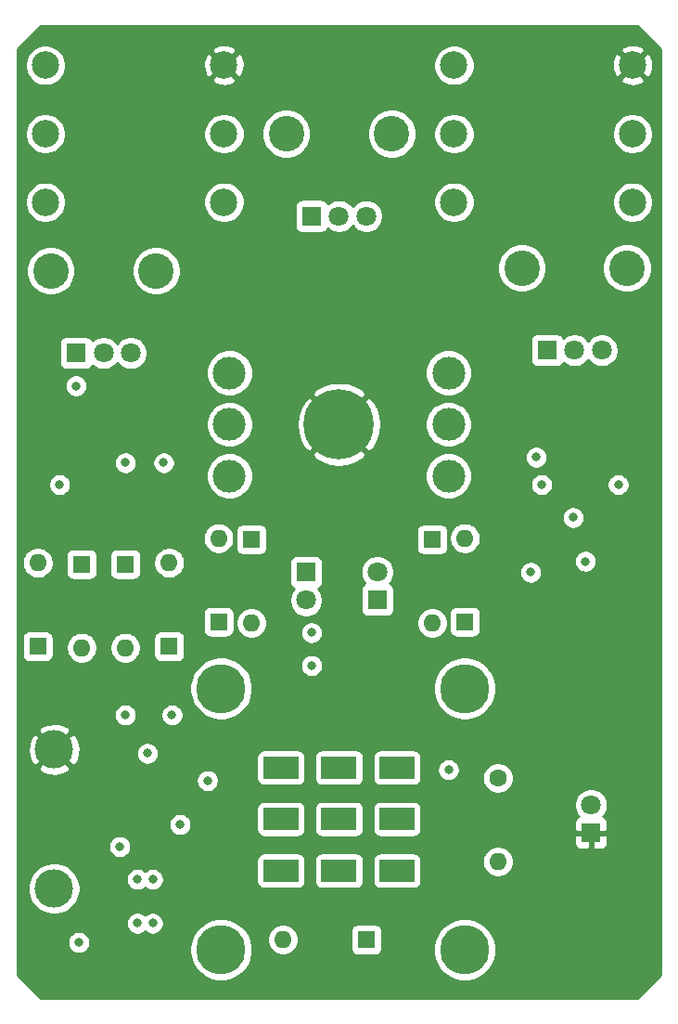
<source format=gbr>
%TF.GenerationSoftware,KiCad,Pcbnew,(5.1.10-1-10_14)*%
%TF.CreationDate,2021-10-01T16:43:39+02:00*%
%TF.ProjectId,Guitarpedal,47756974-6172-4706-9564-616c2e6b6963,rev?*%
%TF.SameCoordinates,Original*%
%TF.FileFunction,Copper,L2,Inr*%
%TF.FilePolarity,Positive*%
%FSLAX46Y46*%
G04 Gerber Fmt 4.6, Leading zero omitted, Abs format (unit mm)*
G04 Created by KiCad (PCBNEW (5.1.10-1-10_14)) date 2021-10-01 16:43:39*
%MOMM*%
%LPD*%
G01*
G04 APERTURE LIST*
%TA.AperFunction,ComponentPad*%
%ADD10C,3.000000*%
%TD*%
%TA.AperFunction,ComponentPad*%
%ADD11C,4.500000*%
%TD*%
%TA.AperFunction,ComponentPad*%
%ADD12C,3.500000*%
%TD*%
%TA.AperFunction,ComponentPad*%
%ADD13R,1.600000X1.600000*%
%TD*%
%TA.AperFunction,ComponentPad*%
%ADD14O,1.600000X1.600000*%
%TD*%
%TA.AperFunction,ComponentPad*%
%ADD15R,1.800000X1.800000*%
%TD*%
%TA.AperFunction,ComponentPad*%
%ADD16C,1.800000*%
%TD*%
%TA.AperFunction,ComponentPad*%
%ADD17C,0.800000*%
%TD*%
%TA.AperFunction,ComponentPad*%
%ADD18C,6.400000*%
%TD*%
%TA.AperFunction,ComponentPad*%
%ADD19C,2.500000*%
%TD*%
%TA.AperFunction,ComponentPad*%
%ADD20C,1.600000*%
%TD*%
%TA.AperFunction,ComponentPad*%
%ADD21C,3.240000*%
%TD*%
%TA.AperFunction,ComponentPad*%
%ADD22R,3.200000X2.000000*%
%TD*%
%TA.AperFunction,ViaPad*%
%ADD23C,0.800000*%
%TD*%
%TA.AperFunction,Conductor*%
%ADD24C,0.254000*%
%TD*%
%TA.AperFunction,Conductor*%
%ADD25C,0.100000*%
%TD*%
G04 APERTURE END LIST*
D10*
%TO.N,Net-(D5-Pad1)*%
%TO.C,SW2*%
X20000000Y57700000D03*
%TO.N,Hard_clipping_out*%
X20000000Y53000000D03*
%TO.N,Net-(D3-Pad1)*%
X20000000Y48300000D03*
%TD*%
%TO.N,Net-(R5-Pad2)*%
%TO.C,SW1*%
X40000000Y57700000D03*
%TO.N,Net-(R13-Pad2)*%
X40000000Y53000000D03*
%TO.N,Net-(R10-Pad2)*%
X40000000Y48300000D03*
%TD*%
D11*
%TO.N,N/C*%
%TO.C,BT1*%
X41470000Y28915000D03*
X41470000Y5085000D03*
X19240000Y28915000D03*
X19240000Y5085000D03*
D12*
%TO.N,Net-(BT1-Pad1)*%
X4000000Y10650000D03*
%TO.N,GND*%
X4000000Y23350000D03*
%TD*%
D13*
%TO.N,+9V*%
%TO.C,D1*%
X32500000Y6000000D03*
D14*
%TO.N,Power_in*%
X24880000Y6000000D03*
%TD*%
D13*
%TO.N,Net-(D3-Pad1)*%
%TO.C,D3*%
X22000000Y42500000D03*
D14*
%TO.N,4V5*%
X22000000Y34880000D03*
%TD*%
%TO.N,Net-(D3-Pad1)*%
%TO.C,D4*%
X19000000Y42620000D03*
D13*
%TO.N,4V5*%
X19000000Y35000000D03*
%TD*%
%TO.N,Net-(D5-Pad1)*%
%TO.C,D5*%
X38500000Y42500000D03*
D14*
%TO.N,4V5*%
X38500000Y34880000D03*
%TD*%
%TO.N,Net-(D5-Pad1)*%
%TO.C,D6*%
X41500000Y42620000D03*
D13*
%TO.N,4V5*%
X41500000Y35000000D03*
%TD*%
D15*
%TO.N,Hard_clipping_out*%
%TO.C,D7*%
X27000000Y39500000D03*
D16*
%TO.N,4V5*%
X27000000Y36960000D03*
%TD*%
%TO.N,Hard_clipping_out*%
%TO.C,D8*%
X33500000Y39540000D03*
D15*
%TO.N,4V5*%
X33500000Y37000000D03*
%TD*%
D14*
%TO.N,Net-(D11-Pad1)*%
%TO.C,D9*%
X2500000Y40370000D03*
D13*
%TO.N,Net-(D10-Pad2)*%
X2500000Y32750000D03*
%TD*%
%TO.N,Soft_clipping_out*%
%TO.C,D10*%
X6500000Y40250000D03*
D14*
%TO.N,Net-(D10-Pad2)*%
X6500000Y32630000D03*
%TD*%
%TO.N,Net-(D11-Pad2)*%
%TO.C,D11*%
X10500000Y32630000D03*
D13*
%TO.N,Net-(D11-Pad1)*%
X10500000Y40250000D03*
%TD*%
%TO.N,Net-(D11-Pad2)*%
%TO.C,D12*%
X14500000Y32750000D03*
D14*
%TO.N,Soft_clipping_out*%
X14500000Y40370000D03*
%TD*%
D17*
%TO.N,GND*%
%TO.C,H1*%
X31697056Y54697056D03*
X30000000Y55400000D03*
X28302944Y54697056D03*
X27600000Y53000000D03*
X28302944Y51302944D03*
X30000000Y50600000D03*
X31697056Y51302944D03*
X32400000Y53000000D03*
D18*
X30000000Y53000000D03*
%TD*%
D19*
%TO.N,N/C*%
%TO.C,J1*%
X19500000Y79500000D03*
X3200000Y79500000D03*
X3200000Y85750000D03*
X3200000Y73250000D03*
%TO.N,Net-(J1-PadT)*%
X19500000Y73250000D03*
%TO.N,GND*%
X19500000Y85750000D03*
%TD*%
%TO.N,GND*%
%TO.C,J2*%
X56800000Y85750000D03*
%TO.N,Net-(J2-PadT)*%
X56800000Y73250000D03*
%TO.N,N/C*%
X40500000Y73250000D03*
X40500000Y85750000D03*
X40500000Y79500000D03*
X56800000Y79500000D03*
%TD*%
D20*
%TO.N,Power_in*%
%TO.C,R24*%
X44500000Y20750000D03*
D14*
%TO.N,Net-(D13-Pad2)*%
X44500000Y13130000D03*
%TD*%
D15*
%TO.N,Net-(R16-Pad2)*%
%TO.C,RV1*%
X6000000Y59500000D03*
D16*
%TO.N,Net-(R15-Pad1)*%
X8500000Y59500000D03*
X11000000Y59500000D03*
D21*
%TO.N,*%
X13300000Y67000000D03*
X3700000Y67000000D03*
%TD*%
D15*
%TO.N,4V5*%
%TO.C,RV2*%
X27500000Y72000000D03*
D16*
%TO.N,Net-(RV2-Pad2)*%
X30000000Y72000000D03*
%TO.N,Net-(R25-Pad2)*%
X32500000Y72000000D03*
D21*
%TO.N,*%
X34800000Y79500000D03*
X25200000Y79500000D03*
%TD*%
%TO.N,*%
%TO.C,RV3*%
X46700000Y67250000D03*
X56300000Y67250000D03*
D16*
%TO.N,Net-(C13-Pad1)*%
X54000000Y59750000D03*
%TO.N,Net-(C12-Pad2)*%
X51500000Y59750000D03*
D15*
%TO.N,Net-(R21-Pad2)*%
X49000000Y59750000D03*
%TD*%
D22*
%TO.N,Tone_control_out*%
%TO.C,U4*%
X35300000Y12300000D03*
%TO.N,Net-(J2-PadT)*%
X35300000Y17000000D03*
%TO.N,Net-(U4-Pad4)*%
X35300000Y21700000D03*
%TO.N,Audio_in*%
X30000000Y12300000D03*
%TO.N,Net-(U4-Pad4)*%
X30000000Y21700000D03*
%TO.N,Power_in*%
X24700000Y12300000D03*
%TO.N,Net-(BT1-Pad1)*%
X24700000Y17000000D03*
%TO.N,Net-(U4-Pad1)*%
X24700000Y21700000D03*
%TO.N,Net-(J1-PadT)*%
X30000000Y17000000D03*
%TD*%
D15*
%TO.N,GND*%
%TO.C,D13*%
X53000000Y15750000D03*
D16*
%TO.N,Net-(D13-Pad2)*%
X53000000Y18290000D03*
%TD*%
D23*
%TO.N,GND*%
X10250000Y3750000D03*
X14250000Y2500000D03*
X35000000Y2000000D03*
X36500000Y3500000D03*
X55500000Y24500000D03*
X53500000Y36000000D03*
X47500000Y42500000D03*
X54000000Y40500000D03*
X57500000Y49250000D03*
X48750000Y57750000D03*
X9000000Y9500000D03*
X16750000Y9500000D03*
X4500000Y56500000D03*
X11000000Y54500000D03*
X42250000Y67250000D03*
%TO.N,+9V*%
X10500000Y49500000D03*
X6250000Y5750000D03*
X10000000Y14500000D03*
X48500000Y47500000D03*
%TO.N,Net-(C7-Pad1)*%
X18000000Y20500000D03*
X12500000Y23000000D03*
%TO.N,4V5*%
X52500000Y40500000D03*
X13000000Y7500000D03*
X15500000Y16500000D03*
X14750000Y26500000D03*
X10500000Y26500000D03*
X4500000Y47500000D03*
X6000000Y56500000D03*
X11595000Y7500000D03*
X13000000Y11500000D03*
X11595000Y11500000D03*
%TO.N,Tone_control_out*%
X40000000Y21500000D03*
%TO.N,Net-(D11-Pad1)*%
X14000000Y49500000D03*
%TO.N,Net-(J1-PadT)*%
X27500000Y31000000D03*
X27500000Y34000000D03*
%TO.N,Net-(R10-Pad1)*%
X51365000Y44500000D03*
X48000000Y50000000D03*
%TO.N,Net-(R13-Pad2)*%
X47500000Y39500000D03*
%TO.N,Net-(RV2-Pad2)*%
X55500000Y47500000D03*
%TD*%
D24*
%TO.N,GND*%
X59340001Y87226618D02*
X59340000Y2773381D01*
X57226620Y660000D01*
X2773381Y660000D01*
X660000Y2773380D01*
X660000Y5851939D01*
X5215000Y5851939D01*
X5215000Y5648061D01*
X5254774Y5448102D01*
X5332795Y5259744D01*
X5446063Y5090226D01*
X5590226Y4946063D01*
X5759744Y4832795D01*
X5948102Y4754774D01*
X6148061Y4715000D01*
X6351939Y4715000D01*
X6551898Y4754774D01*
X6740256Y4832795D01*
X6909774Y4946063D01*
X7053937Y5090226D01*
X7167205Y5259744D01*
X7212521Y5369148D01*
X16355000Y5369148D01*
X16355000Y4800852D01*
X16465869Y4243477D01*
X16683346Y3718440D01*
X16999074Y3245920D01*
X17400920Y2844074D01*
X17873440Y2528346D01*
X18398477Y2310869D01*
X18955852Y2200000D01*
X19524148Y2200000D01*
X20081523Y2310869D01*
X20606560Y2528346D01*
X21079080Y2844074D01*
X21480926Y3245920D01*
X21796654Y3718440D01*
X22014131Y4243477D01*
X22125000Y4800852D01*
X22125000Y5369148D01*
X22014131Y5926523D01*
X21925154Y6141335D01*
X23445000Y6141335D01*
X23445000Y5858665D01*
X23500147Y5581426D01*
X23608320Y5320273D01*
X23765363Y5085241D01*
X23965241Y4885363D01*
X24200273Y4728320D01*
X24461426Y4620147D01*
X24738665Y4565000D01*
X25021335Y4565000D01*
X25298574Y4620147D01*
X25559727Y4728320D01*
X25794759Y4885363D01*
X25994637Y5085241D01*
X26151680Y5320273D01*
X26259853Y5581426D01*
X26315000Y5858665D01*
X26315000Y6141335D01*
X26259853Y6418574D01*
X26151680Y6679727D01*
X26071317Y6800000D01*
X31061928Y6800000D01*
X31061928Y5200000D01*
X31074188Y5075518D01*
X31110498Y4955820D01*
X31169463Y4845506D01*
X31248815Y4748815D01*
X31345506Y4669463D01*
X31455820Y4610498D01*
X31575518Y4574188D01*
X31700000Y4561928D01*
X33300000Y4561928D01*
X33424482Y4574188D01*
X33544180Y4610498D01*
X33654494Y4669463D01*
X33751185Y4748815D01*
X33830537Y4845506D01*
X33889502Y4955820D01*
X33925812Y5075518D01*
X33938072Y5200000D01*
X33938072Y5369148D01*
X38585000Y5369148D01*
X38585000Y4800852D01*
X38695869Y4243477D01*
X38913346Y3718440D01*
X39229074Y3245920D01*
X39630920Y2844074D01*
X40103440Y2528346D01*
X40628477Y2310869D01*
X41185852Y2200000D01*
X41754148Y2200000D01*
X42311523Y2310869D01*
X42836560Y2528346D01*
X43309080Y2844074D01*
X43710926Y3245920D01*
X44026654Y3718440D01*
X44244131Y4243477D01*
X44355000Y4800852D01*
X44355000Y5369148D01*
X44244131Y5926523D01*
X44026654Y6451560D01*
X43710926Y6924080D01*
X43309080Y7325926D01*
X42836560Y7641654D01*
X42311523Y7859131D01*
X41754148Y7970000D01*
X41185852Y7970000D01*
X40628477Y7859131D01*
X40103440Y7641654D01*
X39630920Y7325926D01*
X39229074Y6924080D01*
X38913346Y6451560D01*
X38695869Y5926523D01*
X38585000Y5369148D01*
X33938072Y5369148D01*
X33938072Y6800000D01*
X33925812Y6924482D01*
X33889502Y7044180D01*
X33830537Y7154494D01*
X33751185Y7251185D01*
X33654494Y7330537D01*
X33544180Y7389502D01*
X33424482Y7425812D01*
X33300000Y7438072D01*
X31700000Y7438072D01*
X31575518Y7425812D01*
X31455820Y7389502D01*
X31345506Y7330537D01*
X31248815Y7251185D01*
X31169463Y7154494D01*
X31110498Y7044180D01*
X31074188Y6924482D01*
X31061928Y6800000D01*
X26071317Y6800000D01*
X25994637Y6914759D01*
X25794759Y7114637D01*
X25559727Y7271680D01*
X25298574Y7379853D01*
X25021335Y7435000D01*
X24738665Y7435000D01*
X24461426Y7379853D01*
X24200273Y7271680D01*
X23965241Y7114637D01*
X23765363Y6914759D01*
X23608320Y6679727D01*
X23500147Y6418574D01*
X23445000Y6141335D01*
X21925154Y6141335D01*
X21796654Y6451560D01*
X21480926Y6924080D01*
X21079080Y7325926D01*
X20606560Y7641654D01*
X20081523Y7859131D01*
X19524148Y7970000D01*
X18955852Y7970000D01*
X18398477Y7859131D01*
X17873440Y7641654D01*
X17400920Y7325926D01*
X16999074Y6924080D01*
X16683346Y6451560D01*
X16465869Y5926523D01*
X16355000Y5369148D01*
X7212521Y5369148D01*
X7245226Y5448102D01*
X7285000Y5648061D01*
X7285000Y5851939D01*
X7245226Y6051898D01*
X7167205Y6240256D01*
X7053937Y6409774D01*
X6909774Y6553937D01*
X6740256Y6667205D01*
X6551898Y6745226D01*
X6351939Y6785000D01*
X6148061Y6785000D01*
X5948102Y6745226D01*
X5759744Y6667205D01*
X5590226Y6553937D01*
X5446063Y6409774D01*
X5332795Y6240256D01*
X5254774Y6051898D01*
X5215000Y5851939D01*
X660000Y5851939D01*
X660000Y7601939D01*
X10560000Y7601939D01*
X10560000Y7398061D01*
X10599774Y7198102D01*
X10677795Y7009744D01*
X10791063Y6840226D01*
X10935226Y6696063D01*
X11104744Y6582795D01*
X11293102Y6504774D01*
X11493061Y6465000D01*
X11696939Y6465000D01*
X11896898Y6504774D01*
X12085256Y6582795D01*
X12254774Y6696063D01*
X12297500Y6738789D01*
X12340226Y6696063D01*
X12509744Y6582795D01*
X12698102Y6504774D01*
X12898061Y6465000D01*
X13101939Y6465000D01*
X13301898Y6504774D01*
X13490256Y6582795D01*
X13659774Y6696063D01*
X13803937Y6840226D01*
X13917205Y7009744D01*
X13995226Y7198102D01*
X14035000Y7398061D01*
X14035000Y7601939D01*
X13995226Y7801898D01*
X13917205Y7990256D01*
X13803937Y8159774D01*
X13659774Y8303937D01*
X13490256Y8417205D01*
X13301898Y8495226D01*
X13101939Y8535000D01*
X12898061Y8535000D01*
X12698102Y8495226D01*
X12509744Y8417205D01*
X12340226Y8303937D01*
X12297500Y8261211D01*
X12254774Y8303937D01*
X12085256Y8417205D01*
X11896898Y8495226D01*
X11696939Y8535000D01*
X11493061Y8535000D01*
X11293102Y8495226D01*
X11104744Y8417205D01*
X10935226Y8303937D01*
X10791063Y8159774D01*
X10677795Y7990256D01*
X10599774Y7801898D01*
X10560000Y7601939D01*
X660000Y7601939D01*
X660000Y10884902D01*
X1615000Y10884902D01*
X1615000Y10415098D01*
X1706654Y9954321D01*
X1886440Y9520279D01*
X2147450Y9129651D01*
X2479651Y8797450D01*
X2870279Y8536440D01*
X3304321Y8356654D01*
X3765098Y8265000D01*
X4234902Y8265000D01*
X4695679Y8356654D01*
X5129721Y8536440D01*
X5520349Y8797450D01*
X5852550Y9129651D01*
X6113560Y9520279D01*
X6293346Y9954321D01*
X6385000Y10415098D01*
X6385000Y10884902D01*
X6293346Y11345679D01*
X6187200Y11601939D01*
X10560000Y11601939D01*
X10560000Y11398061D01*
X10599774Y11198102D01*
X10677795Y11009744D01*
X10791063Y10840226D01*
X10935226Y10696063D01*
X11104744Y10582795D01*
X11293102Y10504774D01*
X11493061Y10465000D01*
X11696939Y10465000D01*
X11896898Y10504774D01*
X12085256Y10582795D01*
X12254774Y10696063D01*
X12297500Y10738789D01*
X12340226Y10696063D01*
X12509744Y10582795D01*
X12698102Y10504774D01*
X12898061Y10465000D01*
X13101939Y10465000D01*
X13301898Y10504774D01*
X13490256Y10582795D01*
X13659774Y10696063D01*
X13803937Y10840226D01*
X13917205Y11009744D01*
X13995226Y11198102D01*
X14035000Y11398061D01*
X14035000Y11601939D01*
X13995226Y11801898D01*
X13917205Y11990256D01*
X13803937Y12159774D01*
X13659774Y12303937D01*
X13490256Y12417205D01*
X13301898Y12495226D01*
X13101939Y12535000D01*
X12898061Y12535000D01*
X12698102Y12495226D01*
X12509744Y12417205D01*
X12340226Y12303937D01*
X12297500Y12261211D01*
X12254774Y12303937D01*
X12085256Y12417205D01*
X11896898Y12495226D01*
X11696939Y12535000D01*
X11493061Y12535000D01*
X11293102Y12495226D01*
X11104744Y12417205D01*
X10935226Y12303937D01*
X10791063Y12159774D01*
X10677795Y11990256D01*
X10599774Y11801898D01*
X10560000Y11601939D01*
X6187200Y11601939D01*
X6113560Y11779721D01*
X5852550Y12170349D01*
X5520349Y12502550D01*
X5129721Y12763560D01*
X4695679Y12943346D01*
X4234902Y13035000D01*
X3765098Y13035000D01*
X3304321Y12943346D01*
X2870279Y12763560D01*
X2479651Y12502550D01*
X2147450Y12170349D01*
X1886440Y11779721D01*
X1706654Y11345679D01*
X1615000Y10884902D01*
X660000Y10884902D01*
X660000Y13300000D01*
X22461928Y13300000D01*
X22461928Y11300000D01*
X22474188Y11175518D01*
X22510498Y11055820D01*
X22569463Y10945506D01*
X22648815Y10848815D01*
X22745506Y10769463D01*
X22855820Y10710498D01*
X22975518Y10674188D01*
X23100000Y10661928D01*
X26300000Y10661928D01*
X26424482Y10674188D01*
X26544180Y10710498D01*
X26654494Y10769463D01*
X26751185Y10848815D01*
X26830537Y10945506D01*
X26889502Y11055820D01*
X26925812Y11175518D01*
X26938072Y11300000D01*
X26938072Y13300000D01*
X27761928Y13300000D01*
X27761928Y11300000D01*
X27774188Y11175518D01*
X27810498Y11055820D01*
X27869463Y10945506D01*
X27948815Y10848815D01*
X28045506Y10769463D01*
X28155820Y10710498D01*
X28275518Y10674188D01*
X28400000Y10661928D01*
X31600000Y10661928D01*
X31724482Y10674188D01*
X31844180Y10710498D01*
X31954494Y10769463D01*
X32051185Y10848815D01*
X32130537Y10945506D01*
X32189502Y11055820D01*
X32225812Y11175518D01*
X32238072Y11300000D01*
X32238072Y13300000D01*
X33061928Y13300000D01*
X33061928Y11300000D01*
X33074188Y11175518D01*
X33110498Y11055820D01*
X33169463Y10945506D01*
X33248815Y10848815D01*
X33345506Y10769463D01*
X33455820Y10710498D01*
X33575518Y10674188D01*
X33700000Y10661928D01*
X36900000Y10661928D01*
X37024482Y10674188D01*
X37144180Y10710498D01*
X37254494Y10769463D01*
X37351185Y10848815D01*
X37430537Y10945506D01*
X37489502Y11055820D01*
X37525812Y11175518D01*
X37538072Y11300000D01*
X37538072Y13271335D01*
X43065000Y13271335D01*
X43065000Y12988665D01*
X43120147Y12711426D01*
X43228320Y12450273D01*
X43385363Y12215241D01*
X43585241Y12015363D01*
X43820273Y11858320D01*
X44081426Y11750147D01*
X44358665Y11695000D01*
X44641335Y11695000D01*
X44918574Y11750147D01*
X45179727Y11858320D01*
X45414759Y12015363D01*
X45614637Y12215241D01*
X45771680Y12450273D01*
X45879853Y12711426D01*
X45935000Y12988665D01*
X45935000Y13271335D01*
X45879853Y13548574D01*
X45771680Y13809727D01*
X45614637Y14044759D01*
X45414759Y14244637D01*
X45179727Y14401680D01*
X44918574Y14509853D01*
X44641335Y14565000D01*
X44358665Y14565000D01*
X44081426Y14509853D01*
X43820273Y14401680D01*
X43585241Y14244637D01*
X43385363Y14044759D01*
X43228320Y13809727D01*
X43120147Y13548574D01*
X43065000Y13271335D01*
X37538072Y13271335D01*
X37538072Y13300000D01*
X37525812Y13424482D01*
X37489502Y13544180D01*
X37430537Y13654494D01*
X37351185Y13751185D01*
X37254494Y13830537D01*
X37144180Y13889502D01*
X37024482Y13925812D01*
X36900000Y13938072D01*
X33700000Y13938072D01*
X33575518Y13925812D01*
X33455820Y13889502D01*
X33345506Y13830537D01*
X33248815Y13751185D01*
X33169463Y13654494D01*
X33110498Y13544180D01*
X33074188Y13424482D01*
X33061928Y13300000D01*
X32238072Y13300000D01*
X32225812Y13424482D01*
X32189502Y13544180D01*
X32130537Y13654494D01*
X32051185Y13751185D01*
X31954494Y13830537D01*
X31844180Y13889502D01*
X31724482Y13925812D01*
X31600000Y13938072D01*
X28400000Y13938072D01*
X28275518Y13925812D01*
X28155820Y13889502D01*
X28045506Y13830537D01*
X27948815Y13751185D01*
X27869463Y13654494D01*
X27810498Y13544180D01*
X27774188Y13424482D01*
X27761928Y13300000D01*
X26938072Y13300000D01*
X26925812Y13424482D01*
X26889502Y13544180D01*
X26830537Y13654494D01*
X26751185Y13751185D01*
X26654494Y13830537D01*
X26544180Y13889502D01*
X26424482Y13925812D01*
X26300000Y13938072D01*
X23100000Y13938072D01*
X22975518Y13925812D01*
X22855820Y13889502D01*
X22745506Y13830537D01*
X22648815Y13751185D01*
X22569463Y13654494D01*
X22510498Y13544180D01*
X22474188Y13424482D01*
X22461928Y13300000D01*
X660000Y13300000D01*
X660000Y14601939D01*
X8965000Y14601939D01*
X8965000Y14398061D01*
X9004774Y14198102D01*
X9082795Y14009744D01*
X9196063Y13840226D01*
X9340226Y13696063D01*
X9509744Y13582795D01*
X9698102Y13504774D01*
X9898061Y13465000D01*
X10101939Y13465000D01*
X10301898Y13504774D01*
X10490256Y13582795D01*
X10659774Y13696063D01*
X10803937Y13840226D01*
X10917205Y14009744D01*
X10995226Y14198102D01*
X11035000Y14398061D01*
X11035000Y14601939D01*
X10995226Y14801898D01*
X10975302Y14850000D01*
X51461928Y14850000D01*
X51474188Y14725518D01*
X51510498Y14605820D01*
X51569463Y14495506D01*
X51648815Y14398815D01*
X51745506Y14319463D01*
X51855820Y14260498D01*
X51975518Y14224188D01*
X52100000Y14211928D01*
X52714250Y14215000D01*
X52873000Y14373750D01*
X52873000Y15623000D01*
X53127000Y15623000D01*
X53127000Y14373750D01*
X53285750Y14215000D01*
X53900000Y14211928D01*
X54024482Y14224188D01*
X54144180Y14260498D01*
X54254494Y14319463D01*
X54351185Y14398815D01*
X54430537Y14495506D01*
X54489502Y14605820D01*
X54525812Y14725518D01*
X54538072Y14850000D01*
X54535000Y15464250D01*
X54376250Y15623000D01*
X53127000Y15623000D01*
X52873000Y15623000D01*
X51623750Y15623000D01*
X51465000Y15464250D01*
X51461928Y14850000D01*
X10975302Y14850000D01*
X10917205Y14990256D01*
X10803937Y15159774D01*
X10659774Y15303937D01*
X10490256Y15417205D01*
X10301898Y15495226D01*
X10101939Y15535000D01*
X9898061Y15535000D01*
X9698102Y15495226D01*
X9509744Y15417205D01*
X9340226Y15303937D01*
X9196063Y15159774D01*
X9082795Y14990256D01*
X9004774Y14801898D01*
X8965000Y14601939D01*
X660000Y14601939D01*
X660000Y16601939D01*
X14465000Y16601939D01*
X14465000Y16398061D01*
X14504774Y16198102D01*
X14582795Y16009744D01*
X14696063Y15840226D01*
X14840226Y15696063D01*
X15009744Y15582795D01*
X15198102Y15504774D01*
X15398061Y15465000D01*
X15601939Y15465000D01*
X15801898Y15504774D01*
X15990256Y15582795D01*
X16159774Y15696063D01*
X16303937Y15840226D01*
X16417205Y16009744D01*
X16495226Y16198102D01*
X16535000Y16398061D01*
X16535000Y16601939D01*
X16495226Y16801898D01*
X16417205Y16990256D01*
X16303937Y17159774D01*
X16159774Y17303937D01*
X15990256Y17417205D01*
X15801898Y17495226D01*
X15601939Y17535000D01*
X15398061Y17535000D01*
X15198102Y17495226D01*
X15009744Y17417205D01*
X14840226Y17303937D01*
X14696063Y17159774D01*
X14582795Y16990256D01*
X14504774Y16801898D01*
X14465000Y16601939D01*
X660000Y16601939D01*
X660000Y18000000D01*
X22461928Y18000000D01*
X22461928Y16000000D01*
X22474188Y15875518D01*
X22510498Y15755820D01*
X22569463Y15645506D01*
X22648815Y15548815D01*
X22745506Y15469463D01*
X22855820Y15410498D01*
X22975518Y15374188D01*
X23100000Y15361928D01*
X26300000Y15361928D01*
X26424482Y15374188D01*
X26544180Y15410498D01*
X26654494Y15469463D01*
X26751185Y15548815D01*
X26830537Y15645506D01*
X26889502Y15755820D01*
X26925812Y15875518D01*
X26938072Y16000000D01*
X26938072Y18000000D01*
X27761928Y18000000D01*
X27761928Y16000000D01*
X27774188Y15875518D01*
X27810498Y15755820D01*
X27869463Y15645506D01*
X27948815Y15548815D01*
X28045506Y15469463D01*
X28155820Y15410498D01*
X28275518Y15374188D01*
X28400000Y15361928D01*
X31600000Y15361928D01*
X31724482Y15374188D01*
X31844180Y15410498D01*
X31954494Y15469463D01*
X32051185Y15548815D01*
X32130537Y15645506D01*
X32189502Y15755820D01*
X32225812Y15875518D01*
X32238072Y16000000D01*
X32238072Y18000000D01*
X33061928Y18000000D01*
X33061928Y16000000D01*
X33074188Y15875518D01*
X33110498Y15755820D01*
X33169463Y15645506D01*
X33248815Y15548815D01*
X33345506Y15469463D01*
X33455820Y15410498D01*
X33575518Y15374188D01*
X33700000Y15361928D01*
X36900000Y15361928D01*
X37024482Y15374188D01*
X37144180Y15410498D01*
X37254494Y15469463D01*
X37351185Y15548815D01*
X37430537Y15645506D01*
X37489502Y15755820D01*
X37525812Y15875518D01*
X37538072Y16000000D01*
X37538072Y16650000D01*
X51461928Y16650000D01*
X51465000Y16035750D01*
X51623750Y15877000D01*
X52873000Y15877000D01*
X52873000Y15897000D01*
X53127000Y15897000D01*
X53127000Y15877000D01*
X54376250Y15877000D01*
X54535000Y16035750D01*
X54538072Y16650000D01*
X54525812Y16774482D01*
X54489502Y16894180D01*
X54430537Y17004494D01*
X54351185Y17101185D01*
X54254494Y17180537D01*
X54144180Y17239502D01*
X54125873Y17245056D01*
X54192312Y17311495D01*
X54360299Y17562905D01*
X54476011Y17842257D01*
X54535000Y18138816D01*
X54535000Y18441184D01*
X54476011Y18737743D01*
X54360299Y19017095D01*
X54192312Y19268505D01*
X53978505Y19482312D01*
X53727095Y19650299D01*
X53447743Y19766011D01*
X53151184Y19825000D01*
X52848816Y19825000D01*
X52552257Y19766011D01*
X52272905Y19650299D01*
X52021495Y19482312D01*
X51807688Y19268505D01*
X51639701Y19017095D01*
X51523989Y18737743D01*
X51465000Y18441184D01*
X51465000Y18138816D01*
X51523989Y17842257D01*
X51639701Y17562905D01*
X51807688Y17311495D01*
X51874127Y17245056D01*
X51855820Y17239502D01*
X51745506Y17180537D01*
X51648815Y17101185D01*
X51569463Y17004494D01*
X51510498Y16894180D01*
X51474188Y16774482D01*
X51461928Y16650000D01*
X37538072Y16650000D01*
X37538072Y18000000D01*
X37525812Y18124482D01*
X37489502Y18244180D01*
X37430537Y18354494D01*
X37351185Y18451185D01*
X37254494Y18530537D01*
X37144180Y18589502D01*
X37024482Y18625812D01*
X36900000Y18638072D01*
X33700000Y18638072D01*
X33575518Y18625812D01*
X33455820Y18589502D01*
X33345506Y18530537D01*
X33248815Y18451185D01*
X33169463Y18354494D01*
X33110498Y18244180D01*
X33074188Y18124482D01*
X33061928Y18000000D01*
X32238072Y18000000D01*
X32225812Y18124482D01*
X32189502Y18244180D01*
X32130537Y18354494D01*
X32051185Y18451185D01*
X31954494Y18530537D01*
X31844180Y18589502D01*
X31724482Y18625812D01*
X31600000Y18638072D01*
X28400000Y18638072D01*
X28275518Y18625812D01*
X28155820Y18589502D01*
X28045506Y18530537D01*
X27948815Y18451185D01*
X27869463Y18354494D01*
X27810498Y18244180D01*
X27774188Y18124482D01*
X27761928Y18000000D01*
X26938072Y18000000D01*
X26925812Y18124482D01*
X26889502Y18244180D01*
X26830537Y18354494D01*
X26751185Y18451185D01*
X26654494Y18530537D01*
X26544180Y18589502D01*
X26424482Y18625812D01*
X26300000Y18638072D01*
X23100000Y18638072D01*
X22975518Y18625812D01*
X22855820Y18589502D01*
X22745506Y18530537D01*
X22648815Y18451185D01*
X22569463Y18354494D01*
X22510498Y18244180D01*
X22474188Y18124482D01*
X22461928Y18000000D01*
X660000Y18000000D01*
X660000Y20601939D01*
X16965000Y20601939D01*
X16965000Y20398061D01*
X17004774Y20198102D01*
X17082795Y20009744D01*
X17196063Y19840226D01*
X17340226Y19696063D01*
X17509744Y19582795D01*
X17698102Y19504774D01*
X17898061Y19465000D01*
X18101939Y19465000D01*
X18301898Y19504774D01*
X18490256Y19582795D01*
X18659774Y19696063D01*
X18803937Y19840226D01*
X18917205Y20009744D01*
X18995226Y20198102D01*
X19035000Y20398061D01*
X19035000Y20601939D01*
X18995226Y20801898D01*
X18917205Y20990256D01*
X18803937Y21159774D01*
X18659774Y21303937D01*
X18490256Y21417205D01*
X18301898Y21495226D01*
X18101939Y21535000D01*
X17898061Y21535000D01*
X17698102Y21495226D01*
X17509744Y21417205D01*
X17340226Y21303937D01*
X17196063Y21159774D01*
X17082795Y20990256D01*
X17004774Y20801898D01*
X16965000Y20601939D01*
X660000Y20601939D01*
X660000Y21680391D01*
X2509997Y21680391D01*
X2696073Y21339234D01*
X3113409Y21123487D01*
X3564815Y20993304D01*
X4032946Y20953687D01*
X4499811Y21006158D01*
X4947468Y21148703D01*
X5303927Y21339234D01*
X5490003Y21680391D01*
X4000000Y23170395D01*
X2509997Y21680391D01*
X660000Y21680391D01*
X660000Y23317054D01*
X1603687Y23317054D01*
X1656158Y22850189D01*
X1798703Y22402532D01*
X1989234Y22046073D01*
X2330391Y21859997D01*
X3820395Y23350000D01*
X4179605Y23350000D01*
X5669609Y21859997D01*
X6010766Y22046073D01*
X6226513Y22463409D01*
X6356696Y22914815D01*
X6372531Y23101939D01*
X11465000Y23101939D01*
X11465000Y22898061D01*
X11504774Y22698102D01*
X11582795Y22509744D01*
X11696063Y22340226D01*
X11840226Y22196063D01*
X12009744Y22082795D01*
X12198102Y22004774D01*
X12398061Y21965000D01*
X12601939Y21965000D01*
X12801898Y22004774D01*
X12990256Y22082795D01*
X13159774Y22196063D01*
X13303937Y22340226D01*
X13417205Y22509744D01*
X13495226Y22698102D01*
X13495603Y22700000D01*
X22461928Y22700000D01*
X22461928Y20700000D01*
X22474188Y20575518D01*
X22510498Y20455820D01*
X22569463Y20345506D01*
X22648815Y20248815D01*
X22745506Y20169463D01*
X22855820Y20110498D01*
X22975518Y20074188D01*
X23100000Y20061928D01*
X26300000Y20061928D01*
X26424482Y20074188D01*
X26544180Y20110498D01*
X26654494Y20169463D01*
X26751185Y20248815D01*
X26830537Y20345506D01*
X26889502Y20455820D01*
X26925812Y20575518D01*
X26938072Y20700000D01*
X26938072Y22700000D01*
X27761928Y22700000D01*
X27761928Y20700000D01*
X27774188Y20575518D01*
X27810498Y20455820D01*
X27869463Y20345506D01*
X27948815Y20248815D01*
X28045506Y20169463D01*
X28155820Y20110498D01*
X28275518Y20074188D01*
X28400000Y20061928D01*
X31600000Y20061928D01*
X31724482Y20074188D01*
X31844180Y20110498D01*
X31954494Y20169463D01*
X32051185Y20248815D01*
X32130537Y20345506D01*
X32189502Y20455820D01*
X32225812Y20575518D01*
X32238072Y20700000D01*
X32238072Y22700000D01*
X33061928Y22700000D01*
X33061928Y20700000D01*
X33074188Y20575518D01*
X33110498Y20455820D01*
X33169463Y20345506D01*
X33248815Y20248815D01*
X33345506Y20169463D01*
X33455820Y20110498D01*
X33575518Y20074188D01*
X33700000Y20061928D01*
X36900000Y20061928D01*
X37024482Y20074188D01*
X37144180Y20110498D01*
X37254494Y20169463D01*
X37351185Y20248815D01*
X37430537Y20345506D01*
X37489502Y20455820D01*
X37525812Y20575518D01*
X37538072Y20700000D01*
X37538072Y21601939D01*
X38965000Y21601939D01*
X38965000Y21398061D01*
X39004774Y21198102D01*
X39082795Y21009744D01*
X39196063Y20840226D01*
X39340226Y20696063D01*
X39509744Y20582795D01*
X39698102Y20504774D01*
X39898061Y20465000D01*
X40101939Y20465000D01*
X40301898Y20504774D01*
X40490256Y20582795D01*
X40659774Y20696063D01*
X40803937Y20840226D01*
X40838086Y20891335D01*
X43065000Y20891335D01*
X43065000Y20608665D01*
X43120147Y20331426D01*
X43228320Y20070273D01*
X43385363Y19835241D01*
X43585241Y19635363D01*
X43820273Y19478320D01*
X44081426Y19370147D01*
X44358665Y19315000D01*
X44641335Y19315000D01*
X44918574Y19370147D01*
X45179727Y19478320D01*
X45414759Y19635363D01*
X45614637Y19835241D01*
X45771680Y20070273D01*
X45879853Y20331426D01*
X45935000Y20608665D01*
X45935000Y20891335D01*
X45879853Y21168574D01*
X45771680Y21429727D01*
X45614637Y21664759D01*
X45414759Y21864637D01*
X45179727Y22021680D01*
X44918574Y22129853D01*
X44641335Y22185000D01*
X44358665Y22185000D01*
X44081426Y22129853D01*
X43820273Y22021680D01*
X43585241Y21864637D01*
X43385363Y21664759D01*
X43228320Y21429727D01*
X43120147Y21168574D01*
X43065000Y20891335D01*
X40838086Y20891335D01*
X40917205Y21009744D01*
X40995226Y21198102D01*
X41035000Y21398061D01*
X41035000Y21601939D01*
X40995226Y21801898D01*
X40917205Y21990256D01*
X40803937Y22159774D01*
X40659774Y22303937D01*
X40490256Y22417205D01*
X40301898Y22495226D01*
X40101939Y22535000D01*
X39898061Y22535000D01*
X39698102Y22495226D01*
X39509744Y22417205D01*
X39340226Y22303937D01*
X39196063Y22159774D01*
X39082795Y21990256D01*
X39004774Y21801898D01*
X38965000Y21601939D01*
X37538072Y21601939D01*
X37538072Y22700000D01*
X37525812Y22824482D01*
X37489502Y22944180D01*
X37430537Y23054494D01*
X37351185Y23151185D01*
X37254494Y23230537D01*
X37144180Y23289502D01*
X37024482Y23325812D01*
X36900000Y23338072D01*
X33700000Y23338072D01*
X33575518Y23325812D01*
X33455820Y23289502D01*
X33345506Y23230537D01*
X33248815Y23151185D01*
X33169463Y23054494D01*
X33110498Y22944180D01*
X33074188Y22824482D01*
X33061928Y22700000D01*
X32238072Y22700000D01*
X32225812Y22824482D01*
X32189502Y22944180D01*
X32130537Y23054494D01*
X32051185Y23151185D01*
X31954494Y23230537D01*
X31844180Y23289502D01*
X31724482Y23325812D01*
X31600000Y23338072D01*
X28400000Y23338072D01*
X28275518Y23325812D01*
X28155820Y23289502D01*
X28045506Y23230537D01*
X27948815Y23151185D01*
X27869463Y23054494D01*
X27810498Y22944180D01*
X27774188Y22824482D01*
X27761928Y22700000D01*
X26938072Y22700000D01*
X26925812Y22824482D01*
X26889502Y22944180D01*
X26830537Y23054494D01*
X26751185Y23151185D01*
X26654494Y23230537D01*
X26544180Y23289502D01*
X26424482Y23325812D01*
X26300000Y23338072D01*
X23100000Y23338072D01*
X22975518Y23325812D01*
X22855820Y23289502D01*
X22745506Y23230537D01*
X22648815Y23151185D01*
X22569463Y23054494D01*
X22510498Y22944180D01*
X22474188Y22824482D01*
X22461928Y22700000D01*
X13495603Y22700000D01*
X13535000Y22898061D01*
X13535000Y23101939D01*
X13495226Y23301898D01*
X13417205Y23490256D01*
X13303937Y23659774D01*
X13159774Y23803937D01*
X12990256Y23917205D01*
X12801898Y23995226D01*
X12601939Y24035000D01*
X12398061Y24035000D01*
X12198102Y23995226D01*
X12009744Y23917205D01*
X11840226Y23803937D01*
X11696063Y23659774D01*
X11582795Y23490256D01*
X11504774Y23301898D01*
X11465000Y23101939D01*
X6372531Y23101939D01*
X6396313Y23382946D01*
X6343842Y23849811D01*
X6201297Y24297468D01*
X6010766Y24653927D01*
X5669609Y24840003D01*
X4179605Y23350000D01*
X3820395Y23350000D01*
X2330391Y24840003D01*
X1989234Y24653927D01*
X1773487Y24236591D01*
X1643304Y23785185D01*
X1603687Y23317054D01*
X660000Y23317054D01*
X660000Y25019609D01*
X2509997Y25019609D01*
X4000000Y23529605D01*
X5490003Y25019609D01*
X5303927Y25360766D01*
X4886591Y25576513D01*
X4435185Y25706696D01*
X3967054Y25746313D01*
X3500189Y25693842D01*
X3052532Y25551297D01*
X2696073Y25360766D01*
X2509997Y25019609D01*
X660000Y25019609D01*
X660000Y26601939D01*
X9465000Y26601939D01*
X9465000Y26398061D01*
X9504774Y26198102D01*
X9582795Y26009744D01*
X9696063Y25840226D01*
X9840226Y25696063D01*
X10009744Y25582795D01*
X10198102Y25504774D01*
X10398061Y25465000D01*
X10601939Y25465000D01*
X10801898Y25504774D01*
X10990256Y25582795D01*
X11159774Y25696063D01*
X11303937Y25840226D01*
X11417205Y26009744D01*
X11495226Y26198102D01*
X11535000Y26398061D01*
X11535000Y26601939D01*
X13715000Y26601939D01*
X13715000Y26398061D01*
X13754774Y26198102D01*
X13832795Y26009744D01*
X13946063Y25840226D01*
X14090226Y25696063D01*
X14259744Y25582795D01*
X14448102Y25504774D01*
X14648061Y25465000D01*
X14851939Y25465000D01*
X15051898Y25504774D01*
X15240256Y25582795D01*
X15409774Y25696063D01*
X15553937Y25840226D01*
X15667205Y26009744D01*
X15745226Y26198102D01*
X15785000Y26398061D01*
X15785000Y26601939D01*
X15745226Y26801898D01*
X15667205Y26990256D01*
X15553937Y27159774D01*
X15409774Y27303937D01*
X15240256Y27417205D01*
X15051898Y27495226D01*
X14851939Y27535000D01*
X14648061Y27535000D01*
X14448102Y27495226D01*
X14259744Y27417205D01*
X14090226Y27303937D01*
X13946063Y27159774D01*
X13832795Y26990256D01*
X13754774Y26801898D01*
X13715000Y26601939D01*
X11535000Y26601939D01*
X11495226Y26801898D01*
X11417205Y26990256D01*
X11303937Y27159774D01*
X11159774Y27303937D01*
X10990256Y27417205D01*
X10801898Y27495226D01*
X10601939Y27535000D01*
X10398061Y27535000D01*
X10198102Y27495226D01*
X10009744Y27417205D01*
X9840226Y27303937D01*
X9696063Y27159774D01*
X9582795Y26990256D01*
X9504774Y26801898D01*
X9465000Y26601939D01*
X660000Y26601939D01*
X660000Y29199148D01*
X16355000Y29199148D01*
X16355000Y28630852D01*
X16465869Y28073477D01*
X16683346Y27548440D01*
X16999074Y27075920D01*
X17400920Y26674074D01*
X17873440Y26358346D01*
X18398477Y26140869D01*
X18955852Y26030000D01*
X19524148Y26030000D01*
X20081523Y26140869D01*
X20606560Y26358346D01*
X21079080Y26674074D01*
X21480926Y27075920D01*
X21796654Y27548440D01*
X22014131Y28073477D01*
X22125000Y28630852D01*
X22125000Y29199148D01*
X38585000Y29199148D01*
X38585000Y28630852D01*
X38695869Y28073477D01*
X38913346Y27548440D01*
X39229074Y27075920D01*
X39630920Y26674074D01*
X40103440Y26358346D01*
X40628477Y26140869D01*
X41185852Y26030000D01*
X41754148Y26030000D01*
X42311523Y26140869D01*
X42836560Y26358346D01*
X43309080Y26674074D01*
X43710926Y27075920D01*
X44026654Y27548440D01*
X44244131Y28073477D01*
X44355000Y28630852D01*
X44355000Y29199148D01*
X44244131Y29756523D01*
X44026654Y30281560D01*
X43710926Y30754080D01*
X43309080Y31155926D01*
X42836560Y31471654D01*
X42311523Y31689131D01*
X41754148Y31800000D01*
X41185852Y31800000D01*
X40628477Y31689131D01*
X40103440Y31471654D01*
X39630920Y31155926D01*
X39229074Y30754080D01*
X38913346Y30281560D01*
X38695869Y29756523D01*
X38585000Y29199148D01*
X22125000Y29199148D01*
X22014131Y29756523D01*
X21796654Y30281560D01*
X21480926Y30754080D01*
X21133067Y31101939D01*
X26465000Y31101939D01*
X26465000Y30898061D01*
X26504774Y30698102D01*
X26582795Y30509744D01*
X26696063Y30340226D01*
X26840226Y30196063D01*
X27009744Y30082795D01*
X27198102Y30004774D01*
X27398061Y29965000D01*
X27601939Y29965000D01*
X27801898Y30004774D01*
X27990256Y30082795D01*
X28159774Y30196063D01*
X28303937Y30340226D01*
X28417205Y30509744D01*
X28495226Y30698102D01*
X28535000Y30898061D01*
X28535000Y31101939D01*
X28495226Y31301898D01*
X28417205Y31490256D01*
X28303937Y31659774D01*
X28159774Y31803937D01*
X27990256Y31917205D01*
X27801898Y31995226D01*
X27601939Y32035000D01*
X27398061Y32035000D01*
X27198102Y31995226D01*
X27009744Y31917205D01*
X26840226Y31803937D01*
X26696063Y31659774D01*
X26582795Y31490256D01*
X26504774Y31301898D01*
X26465000Y31101939D01*
X21133067Y31101939D01*
X21079080Y31155926D01*
X20606560Y31471654D01*
X20081523Y31689131D01*
X19524148Y31800000D01*
X18955852Y31800000D01*
X18398477Y31689131D01*
X17873440Y31471654D01*
X17400920Y31155926D01*
X16999074Y30754080D01*
X16683346Y30281560D01*
X16465869Y29756523D01*
X16355000Y29199148D01*
X660000Y29199148D01*
X660000Y33550000D01*
X1061928Y33550000D01*
X1061928Y31950000D01*
X1074188Y31825518D01*
X1110498Y31705820D01*
X1169463Y31595506D01*
X1248815Y31498815D01*
X1345506Y31419463D01*
X1455820Y31360498D01*
X1575518Y31324188D01*
X1700000Y31311928D01*
X3300000Y31311928D01*
X3424482Y31324188D01*
X3544180Y31360498D01*
X3654494Y31419463D01*
X3751185Y31498815D01*
X3830537Y31595506D01*
X3889502Y31705820D01*
X3925812Y31825518D01*
X3938072Y31950000D01*
X3938072Y32771335D01*
X5065000Y32771335D01*
X5065000Y32488665D01*
X5120147Y32211426D01*
X5228320Y31950273D01*
X5385363Y31715241D01*
X5585241Y31515363D01*
X5820273Y31358320D01*
X6081426Y31250147D01*
X6358665Y31195000D01*
X6641335Y31195000D01*
X6918574Y31250147D01*
X7179727Y31358320D01*
X7414759Y31515363D01*
X7614637Y31715241D01*
X7771680Y31950273D01*
X7879853Y32211426D01*
X7935000Y32488665D01*
X7935000Y32771335D01*
X9065000Y32771335D01*
X9065000Y32488665D01*
X9120147Y32211426D01*
X9228320Y31950273D01*
X9385363Y31715241D01*
X9585241Y31515363D01*
X9820273Y31358320D01*
X10081426Y31250147D01*
X10358665Y31195000D01*
X10641335Y31195000D01*
X10918574Y31250147D01*
X11179727Y31358320D01*
X11414759Y31515363D01*
X11614637Y31715241D01*
X11771680Y31950273D01*
X11879853Y32211426D01*
X11935000Y32488665D01*
X11935000Y32771335D01*
X11879853Y33048574D01*
X11771680Y33309727D01*
X11614637Y33544759D01*
X11609396Y33550000D01*
X13061928Y33550000D01*
X13061928Y31950000D01*
X13074188Y31825518D01*
X13110498Y31705820D01*
X13169463Y31595506D01*
X13248815Y31498815D01*
X13345506Y31419463D01*
X13455820Y31360498D01*
X13575518Y31324188D01*
X13700000Y31311928D01*
X15300000Y31311928D01*
X15424482Y31324188D01*
X15544180Y31360498D01*
X15654494Y31419463D01*
X15751185Y31498815D01*
X15830537Y31595506D01*
X15889502Y31705820D01*
X15925812Y31825518D01*
X15938072Y31950000D01*
X15938072Y33550000D01*
X15925812Y33674482D01*
X15889502Y33794180D01*
X15830537Y33904494D01*
X15751185Y34001185D01*
X15654494Y34080537D01*
X15544180Y34139502D01*
X15424482Y34175812D01*
X15300000Y34188072D01*
X13700000Y34188072D01*
X13575518Y34175812D01*
X13455820Y34139502D01*
X13345506Y34080537D01*
X13248815Y34001185D01*
X13169463Y33904494D01*
X13110498Y33794180D01*
X13074188Y33674482D01*
X13061928Y33550000D01*
X11609396Y33550000D01*
X11414759Y33744637D01*
X11179727Y33901680D01*
X10918574Y34009853D01*
X10641335Y34065000D01*
X10358665Y34065000D01*
X10081426Y34009853D01*
X9820273Y33901680D01*
X9585241Y33744637D01*
X9385363Y33544759D01*
X9228320Y33309727D01*
X9120147Y33048574D01*
X9065000Y32771335D01*
X7935000Y32771335D01*
X7879853Y33048574D01*
X7771680Y33309727D01*
X7614637Y33544759D01*
X7414759Y33744637D01*
X7179727Y33901680D01*
X6918574Y34009853D01*
X6641335Y34065000D01*
X6358665Y34065000D01*
X6081426Y34009853D01*
X5820273Y33901680D01*
X5585241Y33744637D01*
X5385363Y33544759D01*
X5228320Y33309727D01*
X5120147Y33048574D01*
X5065000Y32771335D01*
X3938072Y32771335D01*
X3938072Y33550000D01*
X3925812Y33674482D01*
X3889502Y33794180D01*
X3830537Y33904494D01*
X3751185Y34001185D01*
X3654494Y34080537D01*
X3544180Y34139502D01*
X3424482Y34175812D01*
X3300000Y34188072D01*
X1700000Y34188072D01*
X1575518Y34175812D01*
X1455820Y34139502D01*
X1345506Y34080537D01*
X1248815Y34001185D01*
X1169463Y33904494D01*
X1110498Y33794180D01*
X1074188Y33674482D01*
X1061928Y33550000D01*
X660000Y33550000D01*
X660000Y35800000D01*
X17561928Y35800000D01*
X17561928Y34200000D01*
X17574188Y34075518D01*
X17610498Y33955820D01*
X17669463Y33845506D01*
X17748815Y33748815D01*
X17845506Y33669463D01*
X17955820Y33610498D01*
X18075518Y33574188D01*
X18200000Y33561928D01*
X19800000Y33561928D01*
X19924482Y33574188D01*
X20044180Y33610498D01*
X20154494Y33669463D01*
X20251185Y33748815D01*
X20330537Y33845506D01*
X20389502Y33955820D01*
X20425812Y34075518D01*
X20438072Y34200000D01*
X20438072Y35021335D01*
X20565000Y35021335D01*
X20565000Y34738665D01*
X20620147Y34461426D01*
X20728320Y34200273D01*
X20885363Y33965241D01*
X21085241Y33765363D01*
X21320273Y33608320D01*
X21581426Y33500147D01*
X21858665Y33445000D01*
X22141335Y33445000D01*
X22418574Y33500147D01*
X22679727Y33608320D01*
X22914759Y33765363D01*
X23114637Y33965241D01*
X23205975Y34101939D01*
X26465000Y34101939D01*
X26465000Y33898061D01*
X26504774Y33698102D01*
X26582795Y33509744D01*
X26696063Y33340226D01*
X26840226Y33196063D01*
X27009744Y33082795D01*
X27198102Y33004774D01*
X27398061Y32965000D01*
X27601939Y32965000D01*
X27801898Y33004774D01*
X27990256Y33082795D01*
X28159774Y33196063D01*
X28303937Y33340226D01*
X28417205Y33509744D01*
X28495226Y33698102D01*
X28535000Y33898061D01*
X28535000Y34101939D01*
X28495226Y34301898D01*
X28417205Y34490256D01*
X28303937Y34659774D01*
X28159774Y34803937D01*
X27990256Y34917205D01*
X27801898Y34995226D01*
X27670639Y35021335D01*
X37065000Y35021335D01*
X37065000Y34738665D01*
X37120147Y34461426D01*
X37228320Y34200273D01*
X37385363Y33965241D01*
X37585241Y33765363D01*
X37820273Y33608320D01*
X38081426Y33500147D01*
X38358665Y33445000D01*
X38641335Y33445000D01*
X38918574Y33500147D01*
X39179727Y33608320D01*
X39414759Y33765363D01*
X39614637Y33965241D01*
X39771680Y34200273D01*
X39879853Y34461426D01*
X39935000Y34738665D01*
X39935000Y35021335D01*
X39879853Y35298574D01*
X39771680Y35559727D01*
X39614637Y35794759D01*
X39609396Y35800000D01*
X40061928Y35800000D01*
X40061928Y34200000D01*
X40074188Y34075518D01*
X40110498Y33955820D01*
X40169463Y33845506D01*
X40248815Y33748815D01*
X40345506Y33669463D01*
X40455820Y33610498D01*
X40575518Y33574188D01*
X40700000Y33561928D01*
X42300000Y33561928D01*
X42424482Y33574188D01*
X42544180Y33610498D01*
X42654494Y33669463D01*
X42751185Y33748815D01*
X42830537Y33845506D01*
X42889502Y33955820D01*
X42925812Y34075518D01*
X42938072Y34200000D01*
X42938072Y35800000D01*
X42925812Y35924482D01*
X42889502Y36044180D01*
X42830537Y36154494D01*
X42751185Y36251185D01*
X42654494Y36330537D01*
X42544180Y36389502D01*
X42424482Y36425812D01*
X42300000Y36438072D01*
X40700000Y36438072D01*
X40575518Y36425812D01*
X40455820Y36389502D01*
X40345506Y36330537D01*
X40248815Y36251185D01*
X40169463Y36154494D01*
X40110498Y36044180D01*
X40074188Y35924482D01*
X40061928Y35800000D01*
X39609396Y35800000D01*
X39414759Y35994637D01*
X39179727Y36151680D01*
X38918574Y36259853D01*
X38641335Y36315000D01*
X38358665Y36315000D01*
X38081426Y36259853D01*
X37820273Y36151680D01*
X37585241Y35994637D01*
X37385363Y35794759D01*
X37228320Y35559727D01*
X37120147Y35298574D01*
X37065000Y35021335D01*
X27670639Y35021335D01*
X27601939Y35035000D01*
X27398061Y35035000D01*
X27198102Y34995226D01*
X27009744Y34917205D01*
X26840226Y34803937D01*
X26696063Y34659774D01*
X26582795Y34490256D01*
X26504774Y34301898D01*
X26465000Y34101939D01*
X23205975Y34101939D01*
X23271680Y34200273D01*
X23379853Y34461426D01*
X23435000Y34738665D01*
X23435000Y35021335D01*
X23379853Y35298574D01*
X23271680Y35559727D01*
X23114637Y35794759D01*
X22914759Y35994637D01*
X22679727Y36151680D01*
X22418574Y36259853D01*
X22141335Y36315000D01*
X21858665Y36315000D01*
X21581426Y36259853D01*
X21320273Y36151680D01*
X21085241Y35994637D01*
X20885363Y35794759D01*
X20728320Y35559727D01*
X20620147Y35298574D01*
X20565000Y35021335D01*
X20438072Y35021335D01*
X20438072Y35800000D01*
X20425812Y35924482D01*
X20389502Y36044180D01*
X20330537Y36154494D01*
X20251185Y36251185D01*
X20154494Y36330537D01*
X20044180Y36389502D01*
X19924482Y36425812D01*
X19800000Y36438072D01*
X18200000Y36438072D01*
X18075518Y36425812D01*
X17955820Y36389502D01*
X17845506Y36330537D01*
X17748815Y36251185D01*
X17669463Y36154494D01*
X17610498Y36044180D01*
X17574188Y35924482D01*
X17561928Y35800000D01*
X660000Y35800000D01*
X660000Y40511335D01*
X1065000Y40511335D01*
X1065000Y40228665D01*
X1120147Y39951426D01*
X1228320Y39690273D01*
X1385363Y39455241D01*
X1585241Y39255363D01*
X1820273Y39098320D01*
X2081426Y38990147D01*
X2358665Y38935000D01*
X2641335Y38935000D01*
X2918574Y38990147D01*
X3179727Y39098320D01*
X3414759Y39255363D01*
X3614637Y39455241D01*
X3771680Y39690273D01*
X3879853Y39951426D01*
X3935000Y40228665D01*
X3935000Y40511335D01*
X3879853Y40788574D01*
X3771680Y41049727D01*
X3771498Y41050000D01*
X5061928Y41050000D01*
X5061928Y39450000D01*
X5074188Y39325518D01*
X5110498Y39205820D01*
X5169463Y39095506D01*
X5248815Y38998815D01*
X5345506Y38919463D01*
X5455820Y38860498D01*
X5575518Y38824188D01*
X5700000Y38811928D01*
X7300000Y38811928D01*
X7424482Y38824188D01*
X7544180Y38860498D01*
X7654494Y38919463D01*
X7751185Y38998815D01*
X7830537Y39095506D01*
X7889502Y39205820D01*
X7925812Y39325518D01*
X7938072Y39450000D01*
X7938072Y41050000D01*
X9061928Y41050000D01*
X9061928Y39450000D01*
X9074188Y39325518D01*
X9110498Y39205820D01*
X9169463Y39095506D01*
X9248815Y38998815D01*
X9345506Y38919463D01*
X9455820Y38860498D01*
X9575518Y38824188D01*
X9700000Y38811928D01*
X11300000Y38811928D01*
X11424482Y38824188D01*
X11544180Y38860498D01*
X11654494Y38919463D01*
X11751185Y38998815D01*
X11830537Y39095506D01*
X11889502Y39205820D01*
X11925812Y39325518D01*
X11938072Y39450000D01*
X11938072Y40511335D01*
X13065000Y40511335D01*
X13065000Y40228665D01*
X13120147Y39951426D01*
X13228320Y39690273D01*
X13385363Y39455241D01*
X13585241Y39255363D01*
X13820273Y39098320D01*
X14081426Y38990147D01*
X14358665Y38935000D01*
X14641335Y38935000D01*
X14918574Y38990147D01*
X15179727Y39098320D01*
X15414759Y39255363D01*
X15614637Y39455241D01*
X15771680Y39690273D01*
X15879853Y39951426D01*
X15935000Y40228665D01*
X15935000Y40400000D01*
X25461928Y40400000D01*
X25461928Y38600000D01*
X25474188Y38475518D01*
X25510498Y38355820D01*
X25569463Y38245506D01*
X25648815Y38148815D01*
X25745506Y38069463D01*
X25855820Y38010498D01*
X25874127Y38004944D01*
X25807688Y37938505D01*
X25639701Y37687095D01*
X25523989Y37407743D01*
X25465000Y37111184D01*
X25465000Y36808816D01*
X25523989Y36512257D01*
X25639701Y36232905D01*
X25807688Y35981495D01*
X26021495Y35767688D01*
X26272905Y35599701D01*
X26552257Y35483989D01*
X26848816Y35425000D01*
X27151184Y35425000D01*
X27447743Y35483989D01*
X27727095Y35599701D01*
X27978505Y35767688D01*
X28192312Y35981495D01*
X28360299Y36232905D01*
X28476011Y36512257D01*
X28535000Y36808816D01*
X28535000Y37111184D01*
X28476011Y37407743D01*
X28360299Y37687095D01*
X28218041Y37900000D01*
X31961928Y37900000D01*
X31961928Y36100000D01*
X31974188Y35975518D01*
X32010498Y35855820D01*
X32069463Y35745506D01*
X32148815Y35648815D01*
X32245506Y35569463D01*
X32355820Y35510498D01*
X32475518Y35474188D01*
X32600000Y35461928D01*
X34400000Y35461928D01*
X34524482Y35474188D01*
X34644180Y35510498D01*
X34754494Y35569463D01*
X34851185Y35648815D01*
X34930537Y35745506D01*
X34989502Y35855820D01*
X35025812Y35975518D01*
X35038072Y36100000D01*
X35038072Y37900000D01*
X35025812Y38024482D01*
X34989502Y38144180D01*
X34930537Y38254494D01*
X34851185Y38351185D01*
X34754494Y38430537D01*
X34644180Y38489502D01*
X34625873Y38495056D01*
X34692312Y38561495D01*
X34860299Y38812905D01*
X34976011Y39092257D01*
X35035000Y39388816D01*
X35035000Y39601939D01*
X46465000Y39601939D01*
X46465000Y39398061D01*
X46504774Y39198102D01*
X46582795Y39009744D01*
X46696063Y38840226D01*
X46840226Y38696063D01*
X47009744Y38582795D01*
X47198102Y38504774D01*
X47398061Y38465000D01*
X47601939Y38465000D01*
X47801898Y38504774D01*
X47990256Y38582795D01*
X48159774Y38696063D01*
X48303937Y38840226D01*
X48417205Y39009744D01*
X48495226Y39198102D01*
X48535000Y39398061D01*
X48535000Y39601939D01*
X48495226Y39801898D01*
X48417205Y39990256D01*
X48303937Y40159774D01*
X48159774Y40303937D01*
X47990256Y40417205D01*
X47801898Y40495226D01*
X47601939Y40535000D01*
X47398061Y40535000D01*
X47198102Y40495226D01*
X47009744Y40417205D01*
X46840226Y40303937D01*
X46696063Y40159774D01*
X46582795Y39990256D01*
X46504774Y39801898D01*
X46465000Y39601939D01*
X35035000Y39601939D01*
X35035000Y39691184D01*
X34976011Y39987743D01*
X34860299Y40267095D01*
X34692312Y40518505D01*
X34608878Y40601939D01*
X51465000Y40601939D01*
X51465000Y40398061D01*
X51504774Y40198102D01*
X51582795Y40009744D01*
X51696063Y39840226D01*
X51840226Y39696063D01*
X52009744Y39582795D01*
X52198102Y39504774D01*
X52398061Y39465000D01*
X52601939Y39465000D01*
X52801898Y39504774D01*
X52990256Y39582795D01*
X53159774Y39696063D01*
X53303937Y39840226D01*
X53417205Y40009744D01*
X53495226Y40198102D01*
X53535000Y40398061D01*
X53535000Y40601939D01*
X53495226Y40801898D01*
X53417205Y40990256D01*
X53303937Y41159774D01*
X53159774Y41303937D01*
X52990256Y41417205D01*
X52801898Y41495226D01*
X52601939Y41535000D01*
X52398061Y41535000D01*
X52198102Y41495226D01*
X52009744Y41417205D01*
X51840226Y41303937D01*
X51696063Y41159774D01*
X51582795Y40990256D01*
X51504774Y40801898D01*
X51465000Y40601939D01*
X34608878Y40601939D01*
X34478505Y40732312D01*
X34227095Y40900299D01*
X33947743Y41016011D01*
X33651184Y41075000D01*
X33348816Y41075000D01*
X33052257Y41016011D01*
X32772905Y40900299D01*
X32521495Y40732312D01*
X32307688Y40518505D01*
X32139701Y40267095D01*
X32023989Y39987743D01*
X31965000Y39691184D01*
X31965000Y39388816D01*
X32023989Y39092257D01*
X32139701Y38812905D01*
X32307688Y38561495D01*
X32374127Y38495056D01*
X32355820Y38489502D01*
X32245506Y38430537D01*
X32148815Y38351185D01*
X32069463Y38254494D01*
X32010498Y38144180D01*
X31974188Y38024482D01*
X31961928Y37900000D01*
X28218041Y37900000D01*
X28192312Y37938505D01*
X28125873Y38004944D01*
X28144180Y38010498D01*
X28254494Y38069463D01*
X28351185Y38148815D01*
X28430537Y38245506D01*
X28489502Y38355820D01*
X28525812Y38475518D01*
X28538072Y38600000D01*
X28538072Y40400000D01*
X28525812Y40524482D01*
X28489502Y40644180D01*
X28430537Y40754494D01*
X28351185Y40851185D01*
X28254494Y40930537D01*
X28144180Y40989502D01*
X28024482Y41025812D01*
X27900000Y41038072D01*
X26100000Y41038072D01*
X25975518Y41025812D01*
X25855820Y40989502D01*
X25745506Y40930537D01*
X25648815Y40851185D01*
X25569463Y40754494D01*
X25510498Y40644180D01*
X25474188Y40524482D01*
X25461928Y40400000D01*
X15935000Y40400000D01*
X15935000Y40511335D01*
X15879853Y40788574D01*
X15771680Y41049727D01*
X15614637Y41284759D01*
X15414759Y41484637D01*
X15179727Y41641680D01*
X14918574Y41749853D01*
X14641335Y41805000D01*
X14358665Y41805000D01*
X14081426Y41749853D01*
X13820273Y41641680D01*
X13585241Y41484637D01*
X13385363Y41284759D01*
X13228320Y41049727D01*
X13120147Y40788574D01*
X13065000Y40511335D01*
X11938072Y40511335D01*
X11938072Y41050000D01*
X11925812Y41174482D01*
X11889502Y41294180D01*
X11830537Y41404494D01*
X11751185Y41501185D01*
X11654494Y41580537D01*
X11544180Y41639502D01*
X11424482Y41675812D01*
X11300000Y41688072D01*
X9700000Y41688072D01*
X9575518Y41675812D01*
X9455820Y41639502D01*
X9345506Y41580537D01*
X9248815Y41501185D01*
X9169463Y41404494D01*
X9110498Y41294180D01*
X9074188Y41174482D01*
X9061928Y41050000D01*
X7938072Y41050000D01*
X7925812Y41174482D01*
X7889502Y41294180D01*
X7830537Y41404494D01*
X7751185Y41501185D01*
X7654494Y41580537D01*
X7544180Y41639502D01*
X7424482Y41675812D01*
X7300000Y41688072D01*
X5700000Y41688072D01*
X5575518Y41675812D01*
X5455820Y41639502D01*
X5345506Y41580537D01*
X5248815Y41501185D01*
X5169463Y41404494D01*
X5110498Y41294180D01*
X5074188Y41174482D01*
X5061928Y41050000D01*
X3771498Y41050000D01*
X3614637Y41284759D01*
X3414759Y41484637D01*
X3179727Y41641680D01*
X2918574Y41749853D01*
X2641335Y41805000D01*
X2358665Y41805000D01*
X2081426Y41749853D01*
X1820273Y41641680D01*
X1585241Y41484637D01*
X1385363Y41284759D01*
X1228320Y41049727D01*
X1120147Y40788574D01*
X1065000Y40511335D01*
X660000Y40511335D01*
X660000Y42761335D01*
X17565000Y42761335D01*
X17565000Y42478665D01*
X17620147Y42201426D01*
X17728320Y41940273D01*
X17885363Y41705241D01*
X18085241Y41505363D01*
X18320273Y41348320D01*
X18581426Y41240147D01*
X18858665Y41185000D01*
X19141335Y41185000D01*
X19418574Y41240147D01*
X19679727Y41348320D01*
X19914759Y41505363D01*
X20114637Y41705241D01*
X20271680Y41940273D01*
X20379853Y42201426D01*
X20435000Y42478665D01*
X20435000Y42761335D01*
X20379853Y43038574D01*
X20271680Y43299727D01*
X20271498Y43300000D01*
X20561928Y43300000D01*
X20561928Y41700000D01*
X20574188Y41575518D01*
X20610498Y41455820D01*
X20669463Y41345506D01*
X20748815Y41248815D01*
X20845506Y41169463D01*
X20955820Y41110498D01*
X21075518Y41074188D01*
X21200000Y41061928D01*
X22800000Y41061928D01*
X22924482Y41074188D01*
X23044180Y41110498D01*
X23154494Y41169463D01*
X23251185Y41248815D01*
X23330537Y41345506D01*
X23389502Y41455820D01*
X23425812Y41575518D01*
X23438072Y41700000D01*
X23438072Y43300000D01*
X37061928Y43300000D01*
X37061928Y41700000D01*
X37074188Y41575518D01*
X37110498Y41455820D01*
X37169463Y41345506D01*
X37248815Y41248815D01*
X37345506Y41169463D01*
X37455820Y41110498D01*
X37575518Y41074188D01*
X37700000Y41061928D01*
X39300000Y41061928D01*
X39424482Y41074188D01*
X39544180Y41110498D01*
X39654494Y41169463D01*
X39751185Y41248815D01*
X39830537Y41345506D01*
X39889502Y41455820D01*
X39925812Y41575518D01*
X39938072Y41700000D01*
X39938072Y42761335D01*
X40065000Y42761335D01*
X40065000Y42478665D01*
X40120147Y42201426D01*
X40228320Y41940273D01*
X40385363Y41705241D01*
X40585241Y41505363D01*
X40820273Y41348320D01*
X41081426Y41240147D01*
X41358665Y41185000D01*
X41641335Y41185000D01*
X41918574Y41240147D01*
X42179727Y41348320D01*
X42414759Y41505363D01*
X42614637Y41705241D01*
X42771680Y41940273D01*
X42879853Y42201426D01*
X42935000Y42478665D01*
X42935000Y42761335D01*
X42879853Y43038574D01*
X42771680Y43299727D01*
X42614637Y43534759D01*
X42414759Y43734637D01*
X42179727Y43891680D01*
X41918574Y43999853D01*
X41641335Y44055000D01*
X41358665Y44055000D01*
X41081426Y43999853D01*
X40820273Y43891680D01*
X40585241Y43734637D01*
X40385363Y43534759D01*
X40228320Y43299727D01*
X40120147Y43038574D01*
X40065000Y42761335D01*
X39938072Y42761335D01*
X39938072Y43300000D01*
X39925812Y43424482D01*
X39889502Y43544180D01*
X39830537Y43654494D01*
X39751185Y43751185D01*
X39654494Y43830537D01*
X39544180Y43889502D01*
X39424482Y43925812D01*
X39300000Y43938072D01*
X37700000Y43938072D01*
X37575518Y43925812D01*
X37455820Y43889502D01*
X37345506Y43830537D01*
X37248815Y43751185D01*
X37169463Y43654494D01*
X37110498Y43544180D01*
X37074188Y43424482D01*
X37061928Y43300000D01*
X23438072Y43300000D01*
X23425812Y43424482D01*
X23389502Y43544180D01*
X23330537Y43654494D01*
X23251185Y43751185D01*
X23154494Y43830537D01*
X23044180Y43889502D01*
X22924482Y43925812D01*
X22800000Y43938072D01*
X21200000Y43938072D01*
X21075518Y43925812D01*
X20955820Y43889502D01*
X20845506Y43830537D01*
X20748815Y43751185D01*
X20669463Y43654494D01*
X20610498Y43544180D01*
X20574188Y43424482D01*
X20561928Y43300000D01*
X20271498Y43300000D01*
X20114637Y43534759D01*
X19914759Y43734637D01*
X19679727Y43891680D01*
X19418574Y43999853D01*
X19141335Y44055000D01*
X18858665Y44055000D01*
X18581426Y43999853D01*
X18320273Y43891680D01*
X18085241Y43734637D01*
X17885363Y43534759D01*
X17728320Y43299727D01*
X17620147Y43038574D01*
X17565000Y42761335D01*
X660000Y42761335D01*
X660000Y44601939D01*
X50330000Y44601939D01*
X50330000Y44398061D01*
X50369774Y44198102D01*
X50447795Y44009744D01*
X50561063Y43840226D01*
X50705226Y43696063D01*
X50874744Y43582795D01*
X51063102Y43504774D01*
X51263061Y43465000D01*
X51466939Y43465000D01*
X51666898Y43504774D01*
X51855256Y43582795D01*
X52024774Y43696063D01*
X52168937Y43840226D01*
X52282205Y44009744D01*
X52360226Y44198102D01*
X52400000Y44398061D01*
X52400000Y44601939D01*
X52360226Y44801898D01*
X52282205Y44990256D01*
X52168937Y45159774D01*
X52024774Y45303937D01*
X51855256Y45417205D01*
X51666898Y45495226D01*
X51466939Y45535000D01*
X51263061Y45535000D01*
X51063102Y45495226D01*
X50874744Y45417205D01*
X50705226Y45303937D01*
X50561063Y45159774D01*
X50447795Y44990256D01*
X50369774Y44801898D01*
X50330000Y44601939D01*
X660000Y44601939D01*
X660000Y47601939D01*
X3465000Y47601939D01*
X3465000Y47398061D01*
X3504774Y47198102D01*
X3582795Y47009744D01*
X3696063Y46840226D01*
X3840226Y46696063D01*
X4009744Y46582795D01*
X4198102Y46504774D01*
X4398061Y46465000D01*
X4601939Y46465000D01*
X4801898Y46504774D01*
X4990256Y46582795D01*
X5159774Y46696063D01*
X5303937Y46840226D01*
X5417205Y47009744D01*
X5495226Y47198102D01*
X5535000Y47398061D01*
X5535000Y47601939D01*
X5495226Y47801898D01*
X5417205Y47990256D01*
X5303937Y48159774D01*
X5159774Y48303937D01*
X4990256Y48417205D01*
X4801898Y48495226D01*
X4601939Y48535000D01*
X4398061Y48535000D01*
X4198102Y48495226D01*
X4009744Y48417205D01*
X3840226Y48303937D01*
X3696063Y48159774D01*
X3582795Y47990256D01*
X3504774Y47801898D01*
X3465000Y47601939D01*
X660000Y47601939D01*
X660000Y49601939D01*
X9465000Y49601939D01*
X9465000Y49398061D01*
X9504774Y49198102D01*
X9582795Y49009744D01*
X9696063Y48840226D01*
X9840226Y48696063D01*
X10009744Y48582795D01*
X10198102Y48504774D01*
X10398061Y48465000D01*
X10601939Y48465000D01*
X10801898Y48504774D01*
X10990256Y48582795D01*
X11159774Y48696063D01*
X11303937Y48840226D01*
X11417205Y49009744D01*
X11495226Y49198102D01*
X11535000Y49398061D01*
X11535000Y49601939D01*
X12965000Y49601939D01*
X12965000Y49398061D01*
X13004774Y49198102D01*
X13082795Y49009744D01*
X13196063Y48840226D01*
X13340226Y48696063D01*
X13509744Y48582795D01*
X13698102Y48504774D01*
X13898061Y48465000D01*
X14101939Y48465000D01*
X14301898Y48504774D01*
X14315188Y48510279D01*
X17865000Y48510279D01*
X17865000Y48089721D01*
X17947047Y47677244D01*
X18107988Y47288698D01*
X18341637Y46939017D01*
X18639017Y46641637D01*
X18988698Y46407988D01*
X19377244Y46247047D01*
X19789721Y46165000D01*
X20210279Y46165000D01*
X20622756Y46247047D01*
X21011302Y46407988D01*
X21360983Y46641637D01*
X21658363Y46939017D01*
X21892012Y47288698D01*
X22052953Y47677244D01*
X22135000Y48089721D01*
X22135000Y48510279D01*
X37865000Y48510279D01*
X37865000Y48089721D01*
X37947047Y47677244D01*
X38107988Y47288698D01*
X38341637Y46939017D01*
X38639017Y46641637D01*
X38988698Y46407988D01*
X39377244Y46247047D01*
X39789721Y46165000D01*
X40210279Y46165000D01*
X40622756Y46247047D01*
X41011302Y46407988D01*
X41360983Y46641637D01*
X41658363Y46939017D01*
X41892012Y47288698D01*
X42021760Y47601939D01*
X47465000Y47601939D01*
X47465000Y47398061D01*
X47504774Y47198102D01*
X47582795Y47009744D01*
X47696063Y46840226D01*
X47840226Y46696063D01*
X48009744Y46582795D01*
X48198102Y46504774D01*
X48398061Y46465000D01*
X48601939Y46465000D01*
X48801898Y46504774D01*
X48990256Y46582795D01*
X49159774Y46696063D01*
X49303937Y46840226D01*
X49417205Y47009744D01*
X49495226Y47198102D01*
X49535000Y47398061D01*
X49535000Y47601939D01*
X54465000Y47601939D01*
X54465000Y47398061D01*
X54504774Y47198102D01*
X54582795Y47009744D01*
X54696063Y46840226D01*
X54840226Y46696063D01*
X55009744Y46582795D01*
X55198102Y46504774D01*
X55398061Y46465000D01*
X55601939Y46465000D01*
X55801898Y46504774D01*
X55990256Y46582795D01*
X56159774Y46696063D01*
X56303937Y46840226D01*
X56417205Y47009744D01*
X56495226Y47198102D01*
X56535000Y47398061D01*
X56535000Y47601939D01*
X56495226Y47801898D01*
X56417205Y47990256D01*
X56303937Y48159774D01*
X56159774Y48303937D01*
X55990256Y48417205D01*
X55801898Y48495226D01*
X55601939Y48535000D01*
X55398061Y48535000D01*
X55198102Y48495226D01*
X55009744Y48417205D01*
X54840226Y48303937D01*
X54696063Y48159774D01*
X54582795Y47990256D01*
X54504774Y47801898D01*
X54465000Y47601939D01*
X49535000Y47601939D01*
X49495226Y47801898D01*
X49417205Y47990256D01*
X49303937Y48159774D01*
X49159774Y48303937D01*
X48990256Y48417205D01*
X48801898Y48495226D01*
X48601939Y48535000D01*
X48398061Y48535000D01*
X48198102Y48495226D01*
X48009744Y48417205D01*
X47840226Y48303937D01*
X47696063Y48159774D01*
X47582795Y47990256D01*
X47504774Y47801898D01*
X47465000Y47601939D01*
X42021760Y47601939D01*
X42052953Y47677244D01*
X42135000Y48089721D01*
X42135000Y48510279D01*
X42052953Y48922756D01*
X41892012Y49311302D01*
X41658363Y49660983D01*
X41360983Y49958363D01*
X41146106Y50101939D01*
X46965000Y50101939D01*
X46965000Y49898061D01*
X47004774Y49698102D01*
X47082795Y49509744D01*
X47196063Y49340226D01*
X47340226Y49196063D01*
X47509744Y49082795D01*
X47698102Y49004774D01*
X47898061Y48965000D01*
X48101939Y48965000D01*
X48301898Y49004774D01*
X48490256Y49082795D01*
X48659774Y49196063D01*
X48803937Y49340226D01*
X48917205Y49509744D01*
X48995226Y49698102D01*
X49035000Y49898061D01*
X49035000Y50101939D01*
X48995226Y50301898D01*
X48917205Y50490256D01*
X48803937Y50659774D01*
X48659774Y50803937D01*
X48490256Y50917205D01*
X48301898Y50995226D01*
X48101939Y51035000D01*
X47898061Y51035000D01*
X47698102Y50995226D01*
X47509744Y50917205D01*
X47340226Y50803937D01*
X47196063Y50659774D01*
X47082795Y50490256D01*
X47004774Y50301898D01*
X46965000Y50101939D01*
X41146106Y50101939D01*
X41011302Y50192012D01*
X40622756Y50352953D01*
X40210279Y50435000D01*
X39789721Y50435000D01*
X39377244Y50352953D01*
X38988698Y50192012D01*
X38639017Y49958363D01*
X38341637Y49660983D01*
X38107988Y49311302D01*
X37947047Y48922756D01*
X37865000Y48510279D01*
X22135000Y48510279D01*
X22052953Y48922756D01*
X21892012Y49311302D01*
X21658363Y49660983D01*
X21360983Y49958363D01*
X21011302Y50192012D01*
X20752723Y50299119D01*
X27478724Y50299119D01*
X27838912Y49809452D01*
X28502882Y49449151D01*
X29224385Y49225306D01*
X29975695Y49146520D01*
X30727938Y49215822D01*
X31452208Y49430548D01*
X32120670Y49782445D01*
X32161088Y49809452D01*
X32521276Y50299119D01*
X30000000Y52820395D01*
X27478724Y50299119D01*
X20752723Y50299119D01*
X20622756Y50352953D01*
X20210279Y50435000D01*
X19789721Y50435000D01*
X19377244Y50352953D01*
X18988698Y50192012D01*
X18639017Y49958363D01*
X18341637Y49660983D01*
X18107988Y49311302D01*
X17947047Y48922756D01*
X17865000Y48510279D01*
X14315188Y48510279D01*
X14490256Y48582795D01*
X14659774Y48696063D01*
X14803937Y48840226D01*
X14917205Y49009744D01*
X14995226Y49198102D01*
X15035000Y49398061D01*
X15035000Y49601939D01*
X14995226Y49801898D01*
X14917205Y49990256D01*
X14803937Y50159774D01*
X14659774Y50303937D01*
X14490256Y50417205D01*
X14301898Y50495226D01*
X14101939Y50535000D01*
X13898061Y50535000D01*
X13698102Y50495226D01*
X13509744Y50417205D01*
X13340226Y50303937D01*
X13196063Y50159774D01*
X13082795Y49990256D01*
X13004774Y49801898D01*
X12965000Y49601939D01*
X11535000Y49601939D01*
X11495226Y49801898D01*
X11417205Y49990256D01*
X11303937Y50159774D01*
X11159774Y50303937D01*
X10990256Y50417205D01*
X10801898Y50495226D01*
X10601939Y50535000D01*
X10398061Y50535000D01*
X10198102Y50495226D01*
X10009744Y50417205D01*
X9840226Y50303937D01*
X9696063Y50159774D01*
X9582795Y49990256D01*
X9504774Y49801898D01*
X9465000Y49601939D01*
X660000Y49601939D01*
X660000Y53210279D01*
X17865000Y53210279D01*
X17865000Y52789721D01*
X17947047Y52377244D01*
X18107988Y51988698D01*
X18341637Y51639017D01*
X18639017Y51341637D01*
X18988698Y51107988D01*
X19377244Y50947047D01*
X19789721Y50865000D01*
X20210279Y50865000D01*
X20622756Y50947047D01*
X21011302Y51107988D01*
X21360983Y51341637D01*
X21658363Y51639017D01*
X21892012Y51988698D01*
X22052953Y52377244D01*
X22135000Y52789721D01*
X22135000Y53024305D01*
X26146520Y53024305D01*
X26215822Y52272062D01*
X26430548Y51547792D01*
X26782445Y50879330D01*
X26809452Y50838912D01*
X27299119Y50478724D01*
X29820395Y53000000D01*
X30179605Y53000000D01*
X32700881Y50478724D01*
X33190548Y50838912D01*
X33550849Y51502882D01*
X33774694Y52224385D01*
X33853480Y52975695D01*
X33831869Y53210279D01*
X37865000Y53210279D01*
X37865000Y52789721D01*
X37947047Y52377244D01*
X38107988Y51988698D01*
X38341637Y51639017D01*
X38639017Y51341637D01*
X38988698Y51107988D01*
X39377244Y50947047D01*
X39789721Y50865000D01*
X40210279Y50865000D01*
X40622756Y50947047D01*
X41011302Y51107988D01*
X41360983Y51341637D01*
X41658363Y51639017D01*
X41892012Y51988698D01*
X42052953Y52377244D01*
X42135000Y52789721D01*
X42135000Y53210279D01*
X42052953Y53622756D01*
X41892012Y54011302D01*
X41658363Y54360983D01*
X41360983Y54658363D01*
X41011302Y54892012D01*
X40622756Y55052953D01*
X40210279Y55135000D01*
X39789721Y55135000D01*
X39377244Y55052953D01*
X38988698Y54892012D01*
X38639017Y54658363D01*
X38341637Y54360983D01*
X38107988Y54011302D01*
X37947047Y53622756D01*
X37865000Y53210279D01*
X33831869Y53210279D01*
X33784178Y53727938D01*
X33569452Y54452208D01*
X33217555Y55120670D01*
X33190548Y55161088D01*
X32700881Y55521276D01*
X30179605Y53000000D01*
X29820395Y53000000D01*
X27299119Y55521276D01*
X26809452Y55161088D01*
X26449151Y54497118D01*
X26225306Y53775615D01*
X26146520Y53024305D01*
X22135000Y53024305D01*
X22135000Y53210279D01*
X22052953Y53622756D01*
X21892012Y54011302D01*
X21658363Y54360983D01*
X21360983Y54658363D01*
X21011302Y54892012D01*
X20622756Y55052953D01*
X20210279Y55135000D01*
X19789721Y55135000D01*
X19377244Y55052953D01*
X18988698Y54892012D01*
X18639017Y54658363D01*
X18341637Y54360983D01*
X18107988Y54011302D01*
X17947047Y53622756D01*
X17865000Y53210279D01*
X660000Y53210279D01*
X660000Y56601939D01*
X4965000Y56601939D01*
X4965000Y56398061D01*
X5004774Y56198102D01*
X5082795Y56009744D01*
X5196063Y55840226D01*
X5340226Y55696063D01*
X5509744Y55582795D01*
X5698102Y55504774D01*
X5898061Y55465000D01*
X6101939Y55465000D01*
X6301898Y55504774D01*
X6490256Y55582795D01*
X6659774Y55696063D01*
X6803937Y55840226D01*
X6917205Y56009744D01*
X6995226Y56198102D01*
X7035000Y56398061D01*
X7035000Y56601939D01*
X6995226Y56801898D01*
X6917205Y56990256D01*
X6803937Y57159774D01*
X6659774Y57303937D01*
X6490256Y57417205D01*
X6301898Y57495226D01*
X6101939Y57535000D01*
X5898061Y57535000D01*
X5698102Y57495226D01*
X5509744Y57417205D01*
X5340226Y57303937D01*
X5196063Y57159774D01*
X5082795Y56990256D01*
X5004774Y56801898D01*
X4965000Y56601939D01*
X660000Y56601939D01*
X660000Y57910279D01*
X17865000Y57910279D01*
X17865000Y57489721D01*
X17947047Y57077244D01*
X18107988Y56688698D01*
X18341637Y56339017D01*
X18639017Y56041637D01*
X18988698Y55807988D01*
X19377244Y55647047D01*
X19789721Y55565000D01*
X20210279Y55565000D01*
X20622756Y55647047D01*
X20752722Y55700881D01*
X27478724Y55700881D01*
X30000000Y53179605D01*
X32521276Y55700881D01*
X32161088Y56190548D01*
X31497118Y56550849D01*
X30775615Y56774694D01*
X30024305Y56853480D01*
X29272062Y56784178D01*
X28547792Y56569452D01*
X27879330Y56217555D01*
X27838912Y56190548D01*
X27478724Y55700881D01*
X20752722Y55700881D01*
X21011302Y55807988D01*
X21360983Y56041637D01*
X21658363Y56339017D01*
X21892012Y56688698D01*
X22052953Y57077244D01*
X22135000Y57489721D01*
X22135000Y57910279D01*
X37865000Y57910279D01*
X37865000Y57489721D01*
X37947047Y57077244D01*
X38107988Y56688698D01*
X38341637Y56339017D01*
X38639017Y56041637D01*
X38988698Y55807988D01*
X39377244Y55647047D01*
X39789721Y55565000D01*
X40210279Y55565000D01*
X40622756Y55647047D01*
X41011302Y55807988D01*
X41360983Y56041637D01*
X41658363Y56339017D01*
X41892012Y56688698D01*
X42052953Y57077244D01*
X42135000Y57489721D01*
X42135000Y57910279D01*
X42052953Y58322756D01*
X41892012Y58711302D01*
X41658363Y59060983D01*
X41360983Y59358363D01*
X41011302Y59592012D01*
X40622756Y59752953D01*
X40210279Y59835000D01*
X39789721Y59835000D01*
X39377244Y59752953D01*
X38988698Y59592012D01*
X38639017Y59358363D01*
X38341637Y59060983D01*
X38107988Y58711302D01*
X37947047Y58322756D01*
X37865000Y57910279D01*
X22135000Y57910279D01*
X22052953Y58322756D01*
X21892012Y58711302D01*
X21658363Y59060983D01*
X21360983Y59358363D01*
X21011302Y59592012D01*
X20622756Y59752953D01*
X20210279Y59835000D01*
X19789721Y59835000D01*
X19377244Y59752953D01*
X18988698Y59592012D01*
X18639017Y59358363D01*
X18341637Y59060983D01*
X18107988Y58711302D01*
X17947047Y58322756D01*
X17865000Y57910279D01*
X660000Y57910279D01*
X660000Y60400000D01*
X4461928Y60400000D01*
X4461928Y58600000D01*
X4474188Y58475518D01*
X4510498Y58355820D01*
X4569463Y58245506D01*
X4648815Y58148815D01*
X4745506Y58069463D01*
X4855820Y58010498D01*
X4975518Y57974188D01*
X5100000Y57961928D01*
X6900000Y57961928D01*
X7024482Y57974188D01*
X7144180Y58010498D01*
X7254494Y58069463D01*
X7351185Y58148815D01*
X7430537Y58245506D01*
X7483880Y58345303D01*
X7521495Y58307688D01*
X7772905Y58139701D01*
X8052257Y58023989D01*
X8348816Y57965000D01*
X8651184Y57965000D01*
X8947743Y58023989D01*
X9227095Y58139701D01*
X9478505Y58307688D01*
X9692312Y58521495D01*
X9750000Y58607831D01*
X9807688Y58521495D01*
X10021495Y58307688D01*
X10272905Y58139701D01*
X10552257Y58023989D01*
X10848816Y57965000D01*
X11151184Y57965000D01*
X11447743Y58023989D01*
X11727095Y58139701D01*
X11978505Y58307688D01*
X12192312Y58521495D01*
X12360299Y58772905D01*
X12476011Y59052257D01*
X12535000Y59348816D01*
X12535000Y59651184D01*
X12476011Y59947743D01*
X12360299Y60227095D01*
X12192312Y60478505D01*
X12020817Y60650000D01*
X47461928Y60650000D01*
X47461928Y58850000D01*
X47474188Y58725518D01*
X47510498Y58605820D01*
X47569463Y58495506D01*
X47648815Y58398815D01*
X47745506Y58319463D01*
X47855820Y58260498D01*
X47975518Y58224188D01*
X48100000Y58211928D01*
X49900000Y58211928D01*
X50024482Y58224188D01*
X50144180Y58260498D01*
X50254494Y58319463D01*
X50351185Y58398815D01*
X50430537Y58495506D01*
X50483880Y58595303D01*
X50521495Y58557688D01*
X50772905Y58389701D01*
X51052257Y58273989D01*
X51348816Y58215000D01*
X51651184Y58215000D01*
X51947743Y58273989D01*
X52227095Y58389701D01*
X52478505Y58557688D01*
X52692312Y58771495D01*
X52750000Y58857831D01*
X52807688Y58771495D01*
X53021495Y58557688D01*
X53272905Y58389701D01*
X53552257Y58273989D01*
X53848816Y58215000D01*
X54151184Y58215000D01*
X54447743Y58273989D01*
X54727095Y58389701D01*
X54978505Y58557688D01*
X55192312Y58771495D01*
X55360299Y59022905D01*
X55476011Y59302257D01*
X55535000Y59598816D01*
X55535000Y59901184D01*
X55476011Y60197743D01*
X55360299Y60477095D01*
X55192312Y60728505D01*
X54978505Y60942312D01*
X54727095Y61110299D01*
X54447743Y61226011D01*
X54151184Y61285000D01*
X53848816Y61285000D01*
X53552257Y61226011D01*
X53272905Y61110299D01*
X53021495Y60942312D01*
X52807688Y60728505D01*
X52750000Y60642169D01*
X52692312Y60728505D01*
X52478505Y60942312D01*
X52227095Y61110299D01*
X51947743Y61226011D01*
X51651184Y61285000D01*
X51348816Y61285000D01*
X51052257Y61226011D01*
X50772905Y61110299D01*
X50521495Y60942312D01*
X50483880Y60904697D01*
X50430537Y61004494D01*
X50351185Y61101185D01*
X50254494Y61180537D01*
X50144180Y61239502D01*
X50024482Y61275812D01*
X49900000Y61288072D01*
X48100000Y61288072D01*
X47975518Y61275812D01*
X47855820Y61239502D01*
X47745506Y61180537D01*
X47648815Y61101185D01*
X47569463Y61004494D01*
X47510498Y60894180D01*
X47474188Y60774482D01*
X47461928Y60650000D01*
X12020817Y60650000D01*
X11978505Y60692312D01*
X11727095Y60860299D01*
X11447743Y60976011D01*
X11151184Y61035000D01*
X10848816Y61035000D01*
X10552257Y60976011D01*
X10272905Y60860299D01*
X10021495Y60692312D01*
X9807688Y60478505D01*
X9750000Y60392169D01*
X9692312Y60478505D01*
X9478505Y60692312D01*
X9227095Y60860299D01*
X8947743Y60976011D01*
X8651184Y61035000D01*
X8348816Y61035000D01*
X8052257Y60976011D01*
X7772905Y60860299D01*
X7521495Y60692312D01*
X7483880Y60654697D01*
X7430537Y60754494D01*
X7351185Y60851185D01*
X7254494Y60930537D01*
X7144180Y60989502D01*
X7024482Y61025812D01*
X6900000Y61038072D01*
X5100000Y61038072D01*
X4975518Y61025812D01*
X4855820Y60989502D01*
X4745506Y60930537D01*
X4648815Y60851185D01*
X4569463Y60754494D01*
X4510498Y60644180D01*
X4474188Y60524482D01*
X4461928Y60400000D01*
X660000Y60400000D01*
X660000Y67222098D01*
X1445000Y67222098D01*
X1445000Y66777902D01*
X1531658Y66342241D01*
X1701645Y65931857D01*
X1948427Y65562521D01*
X2262521Y65248427D01*
X2631857Y65001645D01*
X3042241Y64831658D01*
X3477902Y64745000D01*
X3922098Y64745000D01*
X4357759Y64831658D01*
X4768143Y65001645D01*
X5137479Y65248427D01*
X5451573Y65562521D01*
X5698355Y65931857D01*
X5868342Y66342241D01*
X5955000Y66777902D01*
X5955000Y67222098D01*
X11045000Y67222098D01*
X11045000Y66777902D01*
X11131658Y66342241D01*
X11301645Y65931857D01*
X11548427Y65562521D01*
X11862521Y65248427D01*
X12231857Y65001645D01*
X12642241Y64831658D01*
X13077902Y64745000D01*
X13522098Y64745000D01*
X13957759Y64831658D01*
X14368143Y65001645D01*
X14737479Y65248427D01*
X15051573Y65562521D01*
X15298355Y65931857D01*
X15468342Y66342241D01*
X15555000Y66777902D01*
X15555000Y67222098D01*
X15505273Y67472098D01*
X44445000Y67472098D01*
X44445000Y67027902D01*
X44531658Y66592241D01*
X44701645Y66181857D01*
X44948427Y65812521D01*
X45262521Y65498427D01*
X45631857Y65251645D01*
X46042241Y65081658D01*
X46477902Y64995000D01*
X46922098Y64995000D01*
X47357759Y65081658D01*
X47768143Y65251645D01*
X48137479Y65498427D01*
X48451573Y65812521D01*
X48698355Y66181857D01*
X48868342Y66592241D01*
X48955000Y67027902D01*
X48955000Y67472098D01*
X54045000Y67472098D01*
X54045000Y67027902D01*
X54131658Y66592241D01*
X54301645Y66181857D01*
X54548427Y65812521D01*
X54862521Y65498427D01*
X55231857Y65251645D01*
X55642241Y65081658D01*
X56077902Y64995000D01*
X56522098Y64995000D01*
X56957759Y65081658D01*
X57368143Y65251645D01*
X57737479Y65498427D01*
X58051573Y65812521D01*
X58298355Y66181857D01*
X58468342Y66592241D01*
X58555000Y67027902D01*
X58555000Y67472098D01*
X58468342Y67907759D01*
X58298355Y68318143D01*
X58051573Y68687479D01*
X57737479Y69001573D01*
X57368143Y69248355D01*
X56957759Y69418342D01*
X56522098Y69505000D01*
X56077902Y69505000D01*
X55642241Y69418342D01*
X55231857Y69248355D01*
X54862521Y69001573D01*
X54548427Y68687479D01*
X54301645Y68318143D01*
X54131658Y67907759D01*
X54045000Y67472098D01*
X48955000Y67472098D01*
X48868342Y67907759D01*
X48698355Y68318143D01*
X48451573Y68687479D01*
X48137479Y69001573D01*
X47768143Y69248355D01*
X47357759Y69418342D01*
X46922098Y69505000D01*
X46477902Y69505000D01*
X46042241Y69418342D01*
X45631857Y69248355D01*
X45262521Y69001573D01*
X44948427Y68687479D01*
X44701645Y68318143D01*
X44531658Y67907759D01*
X44445000Y67472098D01*
X15505273Y67472098D01*
X15468342Y67657759D01*
X15298355Y68068143D01*
X15051573Y68437479D01*
X14737479Y68751573D01*
X14368143Y68998355D01*
X13957759Y69168342D01*
X13522098Y69255000D01*
X13077902Y69255000D01*
X12642241Y69168342D01*
X12231857Y68998355D01*
X11862521Y68751573D01*
X11548427Y68437479D01*
X11301645Y68068143D01*
X11131658Y67657759D01*
X11045000Y67222098D01*
X5955000Y67222098D01*
X5868342Y67657759D01*
X5698355Y68068143D01*
X5451573Y68437479D01*
X5137479Y68751573D01*
X4768143Y68998355D01*
X4357759Y69168342D01*
X3922098Y69255000D01*
X3477902Y69255000D01*
X3042241Y69168342D01*
X2631857Y68998355D01*
X2262521Y68751573D01*
X1948427Y68437479D01*
X1701645Y68068143D01*
X1531658Y67657759D01*
X1445000Y67222098D01*
X660000Y67222098D01*
X660000Y73435656D01*
X1315000Y73435656D01*
X1315000Y73064344D01*
X1387439Y72700166D01*
X1529534Y72357118D01*
X1735825Y72048382D01*
X1998382Y71785825D01*
X2307118Y71579534D01*
X2650166Y71437439D01*
X3014344Y71365000D01*
X3385656Y71365000D01*
X3749834Y71437439D01*
X4092882Y71579534D01*
X4401618Y71785825D01*
X4664175Y72048382D01*
X4870466Y72357118D01*
X5012561Y72700166D01*
X5085000Y73064344D01*
X5085000Y73435656D01*
X17615000Y73435656D01*
X17615000Y73064344D01*
X17687439Y72700166D01*
X17829534Y72357118D01*
X18035825Y72048382D01*
X18298382Y71785825D01*
X18607118Y71579534D01*
X18950166Y71437439D01*
X19314344Y71365000D01*
X19685656Y71365000D01*
X20049834Y71437439D01*
X20392882Y71579534D01*
X20701618Y71785825D01*
X20964175Y72048382D01*
X21170466Y72357118D01*
X21312561Y72700166D01*
X21352310Y72900000D01*
X25961928Y72900000D01*
X25961928Y71100000D01*
X25974188Y70975518D01*
X26010498Y70855820D01*
X26069463Y70745506D01*
X26148815Y70648815D01*
X26245506Y70569463D01*
X26355820Y70510498D01*
X26475518Y70474188D01*
X26600000Y70461928D01*
X28400000Y70461928D01*
X28524482Y70474188D01*
X28644180Y70510498D01*
X28754494Y70569463D01*
X28851185Y70648815D01*
X28930537Y70745506D01*
X28983880Y70845303D01*
X29021495Y70807688D01*
X29272905Y70639701D01*
X29552257Y70523989D01*
X29848816Y70465000D01*
X30151184Y70465000D01*
X30447743Y70523989D01*
X30727095Y70639701D01*
X30978505Y70807688D01*
X31192312Y71021495D01*
X31250000Y71107831D01*
X31307688Y71021495D01*
X31521495Y70807688D01*
X31772905Y70639701D01*
X32052257Y70523989D01*
X32348816Y70465000D01*
X32651184Y70465000D01*
X32947743Y70523989D01*
X33227095Y70639701D01*
X33478505Y70807688D01*
X33692312Y71021495D01*
X33860299Y71272905D01*
X33976011Y71552257D01*
X34035000Y71848816D01*
X34035000Y72151184D01*
X33976011Y72447743D01*
X33860299Y72727095D01*
X33692312Y72978505D01*
X33478505Y73192312D01*
X33227095Y73360299D01*
X33045169Y73435656D01*
X38615000Y73435656D01*
X38615000Y73064344D01*
X38687439Y72700166D01*
X38829534Y72357118D01*
X39035825Y72048382D01*
X39298382Y71785825D01*
X39607118Y71579534D01*
X39950166Y71437439D01*
X40314344Y71365000D01*
X40685656Y71365000D01*
X41049834Y71437439D01*
X41392882Y71579534D01*
X41701618Y71785825D01*
X41964175Y72048382D01*
X42170466Y72357118D01*
X42312561Y72700166D01*
X42385000Y73064344D01*
X42385000Y73435656D01*
X54915000Y73435656D01*
X54915000Y73064344D01*
X54987439Y72700166D01*
X55129534Y72357118D01*
X55335825Y72048382D01*
X55598382Y71785825D01*
X55907118Y71579534D01*
X56250166Y71437439D01*
X56614344Y71365000D01*
X56985656Y71365000D01*
X57349834Y71437439D01*
X57692882Y71579534D01*
X58001618Y71785825D01*
X58264175Y72048382D01*
X58470466Y72357118D01*
X58612561Y72700166D01*
X58685000Y73064344D01*
X58685000Y73435656D01*
X58612561Y73799834D01*
X58470466Y74142882D01*
X58264175Y74451618D01*
X58001618Y74714175D01*
X57692882Y74920466D01*
X57349834Y75062561D01*
X56985656Y75135000D01*
X56614344Y75135000D01*
X56250166Y75062561D01*
X55907118Y74920466D01*
X55598382Y74714175D01*
X55335825Y74451618D01*
X55129534Y74142882D01*
X54987439Y73799834D01*
X54915000Y73435656D01*
X42385000Y73435656D01*
X42312561Y73799834D01*
X42170466Y74142882D01*
X41964175Y74451618D01*
X41701618Y74714175D01*
X41392882Y74920466D01*
X41049834Y75062561D01*
X40685656Y75135000D01*
X40314344Y75135000D01*
X39950166Y75062561D01*
X39607118Y74920466D01*
X39298382Y74714175D01*
X39035825Y74451618D01*
X38829534Y74142882D01*
X38687439Y73799834D01*
X38615000Y73435656D01*
X33045169Y73435656D01*
X32947743Y73476011D01*
X32651184Y73535000D01*
X32348816Y73535000D01*
X32052257Y73476011D01*
X31772905Y73360299D01*
X31521495Y73192312D01*
X31307688Y72978505D01*
X31250000Y72892169D01*
X31192312Y72978505D01*
X30978505Y73192312D01*
X30727095Y73360299D01*
X30447743Y73476011D01*
X30151184Y73535000D01*
X29848816Y73535000D01*
X29552257Y73476011D01*
X29272905Y73360299D01*
X29021495Y73192312D01*
X28983880Y73154697D01*
X28930537Y73254494D01*
X28851185Y73351185D01*
X28754494Y73430537D01*
X28644180Y73489502D01*
X28524482Y73525812D01*
X28400000Y73538072D01*
X26600000Y73538072D01*
X26475518Y73525812D01*
X26355820Y73489502D01*
X26245506Y73430537D01*
X26148815Y73351185D01*
X26069463Y73254494D01*
X26010498Y73144180D01*
X25974188Y73024482D01*
X25961928Y72900000D01*
X21352310Y72900000D01*
X21385000Y73064344D01*
X21385000Y73435656D01*
X21312561Y73799834D01*
X21170466Y74142882D01*
X20964175Y74451618D01*
X20701618Y74714175D01*
X20392882Y74920466D01*
X20049834Y75062561D01*
X19685656Y75135000D01*
X19314344Y75135000D01*
X18950166Y75062561D01*
X18607118Y74920466D01*
X18298382Y74714175D01*
X18035825Y74451618D01*
X17829534Y74142882D01*
X17687439Y73799834D01*
X17615000Y73435656D01*
X5085000Y73435656D01*
X5012561Y73799834D01*
X4870466Y74142882D01*
X4664175Y74451618D01*
X4401618Y74714175D01*
X4092882Y74920466D01*
X3749834Y75062561D01*
X3385656Y75135000D01*
X3014344Y75135000D01*
X2650166Y75062561D01*
X2307118Y74920466D01*
X1998382Y74714175D01*
X1735825Y74451618D01*
X1529534Y74142882D01*
X1387439Y73799834D01*
X1315000Y73435656D01*
X660000Y73435656D01*
X660000Y79685656D01*
X1315000Y79685656D01*
X1315000Y79314344D01*
X1387439Y78950166D01*
X1529534Y78607118D01*
X1735825Y78298382D01*
X1998382Y78035825D01*
X2307118Y77829534D01*
X2650166Y77687439D01*
X3014344Y77615000D01*
X3385656Y77615000D01*
X3749834Y77687439D01*
X4092882Y77829534D01*
X4401618Y78035825D01*
X4664175Y78298382D01*
X4870466Y78607118D01*
X5012561Y78950166D01*
X5085000Y79314344D01*
X5085000Y79685656D01*
X17615000Y79685656D01*
X17615000Y79314344D01*
X17687439Y78950166D01*
X17829534Y78607118D01*
X18035825Y78298382D01*
X18298382Y78035825D01*
X18607118Y77829534D01*
X18950166Y77687439D01*
X19314344Y77615000D01*
X19685656Y77615000D01*
X20049834Y77687439D01*
X20392882Y77829534D01*
X20701618Y78035825D01*
X20964175Y78298382D01*
X21170466Y78607118D01*
X21312561Y78950166D01*
X21385000Y79314344D01*
X21385000Y79685656D01*
X21377752Y79722098D01*
X22945000Y79722098D01*
X22945000Y79277902D01*
X23031658Y78842241D01*
X23201645Y78431857D01*
X23448427Y78062521D01*
X23762521Y77748427D01*
X24131857Y77501645D01*
X24542241Y77331658D01*
X24977902Y77245000D01*
X25422098Y77245000D01*
X25857759Y77331658D01*
X26268143Y77501645D01*
X26637479Y77748427D01*
X26951573Y78062521D01*
X27198355Y78431857D01*
X27368342Y78842241D01*
X27455000Y79277902D01*
X27455000Y79722098D01*
X32545000Y79722098D01*
X32545000Y79277902D01*
X32631658Y78842241D01*
X32801645Y78431857D01*
X33048427Y78062521D01*
X33362521Y77748427D01*
X33731857Y77501645D01*
X34142241Y77331658D01*
X34577902Y77245000D01*
X35022098Y77245000D01*
X35457759Y77331658D01*
X35868143Y77501645D01*
X36237479Y77748427D01*
X36551573Y78062521D01*
X36798355Y78431857D01*
X36968342Y78842241D01*
X37055000Y79277902D01*
X37055000Y79685656D01*
X38615000Y79685656D01*
X38615000Y79314344D01*
X38687439Y78950166D01*
X38829534Y78607118D01*
X39035825Y78298382D01*
X39298382Y78035825D01*
X39607118Y77829534D01*
X39950166Y77687439D01*
X40314344Y77615000D01*
X40685656Y77615000D01*
X41049834Y77687439D01*
X41392882Y77829534D01*
X41701618Y78035825D01*
X41964175Y78298382D01*
X42170466Y78607118D01*
X42312561Y78950166D01*
X42385000Y79314344D01*
X42385000Y79685656D01*
X54915000Y79685656D01*
X54915000Y79314344D01*
X54987439Y78950166D01*
X55129534Y78607118D01*
X55335825Y78298382D01*
X55598382Y78035825D01*
X55907118Y77829534D01*
X56250166Y77687439D01*
X56614344Y77615000D01*
X56985656Y77615000D01*
X57349834Y77687439D01*
X57692882Y77829534D01*
X58001618Y78035825D01*
X58264175Y78298382D01*
X58470466Y78607118D01*
X58612561Y78950166D01*
X58685000Y79314344D01*
X58685000Y79685656D01*
X58612561Y80049834D01*
X58470466Y80392882D01*
X58264175Y80701618D01*
X58001618Y80964175D01*
X57692882Y81170466D01*
X57349834Y81312561D01*
X56985656Y81385000D01*
X56614344Y81385000D01*
X56250166Y81312561D01*
X55907118Y81170466D01*
X55598382Y80964175D01*
X55335825Y80701618D01*
X55129534Y80392882D01*
X54987439Y80049834D01*
X54915000Y79685656D01*
X42385000Y79685656D01*
X42312561Y80049834D01*
X42170466Y80392882D01*
X41964175Y80701618D01*
X41701618Y80964175D01*
X41392882Y81170466D01*
X41049834Y81312561D01*
X40685656Y81385000D01*
X40314344Y81385000D01*
X39950166Y81312561D01*
X39607118Y81170466D01*
X39298382Y80964175D01*
X39035825Y80701618D01*
X38829534Y80392882D01*
X38687439Y80049834D01*
X38615000Y79685656D01*
X37055000Y79685656D01*
X37055000Y79722098D01*
X36968342Y80157759D01*
X36798355Y80568143D01*
X36551573Y80937479D01*
X36237479Y81251573D01*
X35868143Y81498355D01*
X35457759Y81668342D01*
X35022098Y81755000D01*
X34577902Y81755000D01*
X34142241Y81668342D01*
X33731857Y81498355D01*
X33362521Y81251573D01*
X33048427Y80937479D01*
X32801645Y80568143D01*
X32631658Y80157759D01*
X32545000Y79722098D01*
X27455000Y79722098D01*
X27368342Y80157759D01*
X27198355Y80568143D01*
X26951573Y80937479D01*
X26637479Y81251573D01*
X26268143Y81498355D01*
X25857759Y81668342D01*
X25422098Y81755000D01*
X24977902Y81755000D01*
X24542241Y81668342D01*
X24131857Y81498355D01*
X23762521Y81251573D01*
X23448427Y80937479D01*
X23201645Y80568143D01*
X23031658Y80157759D01*
X22945000Y79722098D01*
X21377752Y79722098D01*
X21312561Y80049834D01*
X21170466Y80392882D01*
X20964175Y80701618D01*
X20701618Y80964175D01*
X20392882Y81170466D01*
X20049834Y81312561D01*
X19685656Y81385000D01*
X19314344Y81385000D01*
X18950166Y81312561D01*
X18607118Y81170466D01*
X18298382Y80964175D01*
X18035825Y80701618D01*
X17829534Y80392882D01*
X17687439Y80049834D01*
X17615000Y79685656D01*
X5085000Y79685656D01*
X5012561Y80049834D01*
X4870466Y80392882D01*
X4664175Y80701618D01*
X4401618Y80964175D01*
X4092882Y81170466D01*
X3749834Y81312561D01*
X3385656Y81385000D01*
X3014344Y81385000D01*
X2650166Y81312561D01*
X2307118Y81170466D01*
X1998382Y80964175D01*
X1735825Y80701618D01*
X1529534Y80392882D01*
X1387439Y80049834D01*
X1315000Y79685656D01*
X660000Y79685656D01*
X660000Y85935656D01*
X1315000Y85935656D01*
X1315000Y85564344D01*
X1387439Y85200166D01*
X1529534Y84857118D01*
X1735825Y84548382D01*
X1998382Y84285825D01*
X2307118Y84079534D01*
X2650166Y83937439D01*
X3014344Y83865000D01*
X3385656Y83865000D01*
X3749834Y83937439D01*
X4092882Y84079534D01*
X4401618Y84285825D01*
X4552188Y84436395D01*
X18366000Y84436395D01*
X18491914Y84146423D01*
X18824126Y83980567D01*
X19182312Y83882710D01*
X19552706Y83856611D01*
X19921075Y83903275D01*
X20273262Y84020906D01*
X20508086Y84146423D01*
X20634000Y84436395D01*
X19500000Y85570395D01*
X18366000Y84436395D01*
X4552188Y84436395D01*
X4664175Y84548382D01*
X4870466Y84857118D01*
X5012561Y85200166D01*
X5085000Y85564344D01*
X5085000Y85697294D01*
X17606611Y85697294D01*
X17653275Y85328925D01*
X17770906Y84976738D01*
X17896423Y84741914D01*
X18186395Y84616000D01*
X19320395Y85750000D01*
X19679605Y85750000D01*
X20813605Y84616000D01*
X21103577Y84741914D01*
X21269433Y85074126D01*
X21367290Y85432312D01*
X21393389Y85802706D01*
X21376548Y85935656D01*
X38615000Y85935656D01*
X38615000Y85564344D01*
X38687439Y85200166D01*
X38829534Y84857118D01*
X39035825Y84548382D01*
X39298382Y84285825D01*
X39607118Y84079534D01*
X39950166Y83937439D01*
X40314344Y83865000D01*
X40685656Y83865000D01*
X41049834Y83937439D01*
X41392882Y84079534D01*
X41701618Y84285825D01*
X41852188Y84436395D01*
X55666000Y84436395D01*
X55791914Y84146423D01*
X56124126Y83980567D01*
X56482312Y83882710D01*
X56852706Y83856611D01*
X57221075Y83903275D01*
X57573262Y84020906D01*
X57808086Y84146423D01*
X57934000Y84436395D01*
X56800000Y85570395D01*
X55666000Y84436395D01*
X41852188Y84436395D01*
X41964175Y84548382D01*
X42170466Y84857118D01*
X42312561Y85200166D01*
X42385000Y85564344D01*
X42385000Y85697294D01*
X54906611Y85697294D01*
X54953275Y85328925D01*
X55070906Y84976738D01*
X55196423Y84741914D01*
X55486395Y84616000D01*
X56620395Y85750000D01*
X56979605Y85750000D01*
X58113605Y84616000D01*
X58403577Y84741914D01*
X58569433Y85074126D01*
X58667290Y85432312D01*
X58693389Y85802706D01*
X58646725Y86171075D01*
X58529094Y86523262D01*
X58403577Y86758086D01*
X58113605Y86884000D01*
X56979605Y85750000D01*
X56620395Y85750000D01*
X55486395Y86884000D01*
X55196423Y86758086D01*
X55030567Y86425874D01*
X54932710Y86067688D01*
X54906611Y85697294D01*
X42385000Y85697294D01*
X42385000Y85935656D01*
X42312561Y86299834D01*
X42170466Y86642882D01*
X41964175Y86951618D01*
X41852188Y87063605D01*
X55666000Y87063605D01*
X56800000Y85929605D01*
X57934000Y87063605D01*
X57808086Y87353577D01*
X57475874Y87519433D01*
X57117688Y87617290D01*
X56747294Y87643389D01*
X56378925Y87596725D01*
X56026738Y87479094D01*
X55791914Y87353577D01*
X55666000Y87063605D01*
X41852188Y87063605D01*
X41701618Y87214175D01*
X41392882Y87420466D01*
X41049834Y87562561D01*
X40685656Y87635000D01*
X40314344Y87635000D01*
X39950166Y87562561D01*
X39607118Y87420466D01*
X39298382Y87214175D01*
X39035825Y86951618D01*
X38829534Y86642882D01*
X38687439Y86299834D01*
X38615000Y85935656D01*
X21376548Y85935656D01*
X21346725Y86171075D01*
X21229094Y86523262D01*
X21103577Y86758086D01*
X20813605Y86884000D01*
X19679605Y85750000D01*
X19320395Y85750000D01*
X18186395Y86884000D01*
X17896423Y86758086D01*
X17730567Y86425874D01*
X17632710Y86067688D01*
X17606611Y85697294D01*
X5085000Y85697294D01*
X5085000Y85935656D01*
X5012561Y86299834D01*
X4870466Y86642882D01*
X4664175Y86951618D01*
X4552188Y87063605D01*
X18366000Y87063605D01*
X19500000Y85929605D01*
X20634000Y87063605D01*
X20508086Y87353577D01*
X20175874Y87519433D01*
X19817688Y87617290D01*
X19447294Y87643389D01*
X19078925Y87596725D01*
X18726738Y87479094D01*
X18491914Y87353577D01*
X18366000Y87063605D01*
X4552188Y87063605D01*
X4401618Y87214175D01*
X4092882Y87420466D01*
X3749834Y87562561D01*
X3385656Y87635000D01*
X3014344Y87635000D01*
X2650166Y87562561D01*
X2307118Y87420466D01*
X1998382Y87214175D01*
X1735825Y86951618D01*
X1529534Y86642882D01*
X1387439Y86299834D01*
X1315000Y85935656D01*
X660000Y85935656D01*
X660000Y87226620D01*
X2773381Y89340000D01*
X57226620Y89340000D01*
X59340001Y87226618D01*
%TA.AperFunction,Conductor*%
D25*
G36*
X59340001Y87226618D02*
G01*
X59340000Y2773381D01*
X57226620Y660000D01*
X2773381Y660000D01*
X660000Y2773380D01*
X660000Y5851939D01*
X5215000Y5851939D01*
X5215000Y5648061D01*
X5254774Y5448102D01*
X5332795Y5259744D01*
X5446063Y5090226D01*
X5590226Y4946063D01*
X5759744Y4832795D01*
X5948102Y4754774D01*
X6148061Y4715000D01*
X6351939Y4715000D01*
X6551898Y4754774D01*
X6740256Y4832795D01*
X6909774Y4946063D01*
X7053937Y5090226D01*
X7167205Y5259744D01*
X7212521Y5369148D01*
X16355000Y5369148D01*
X16355000Y4800852D01*
X16465869Y4243477D01*
X16683346Y3718440D01*
X16999074Y3245920D01*
X17400920Y2844074D01*
X17873440Y2528346D01*
X18398477Y2310869D01*
X18955852Y2200000D01*
X19524148Y2200000D01*
X20081523Y2310869D01*
X20606560Y2528346D01*
X21079080Y2844074D01*
X21480926Y3245920D01*
X21796654Y3718440D01*
X22014131Y4243477D01*
X22125000Y4800852D01*
X22125000Y5369148D01*
X22014131Y5926523D01*
X21925154Y6141335D01*
X23445000Y6141335D01*
X23445000Y5858665D01*
X23500147Y5581426D01*
X23608320Y5320273D01*
X23765363Y5085241D01*
X23965241Y4885363D01*
X24200273Y4728320D01*
X24461426Y4620147D01*
X24738665Y4565000D01*
X25021335Y4565000D01*
X25298574Y4620147D01*
X25559727Y4728320D01*
X25794759Y4885363D01*
X25994637Y5085241D01*
X26151680Y5320273D01*
X26259853Y5581426D01*
X26315000Y5858665D01*
X26315000Y6141335D01*
X26259853Y6418574D01*
X26151680Y6679727D01*
X26071317Y6800000D01*
X31061928Y6800000D01*
X31061928Y5200000D01*
X31074188Y5075518D01*
X31110498Y4955820D01*
X31169463Y4845506D01*
X31248815Y4748815D01*
X31345506Y4669463D01*
X31455820Y4610498D01*
X31575518Y4574188D01*
X31700000Y4561928D01*
X33300000Y4561928D01*
X33424482Y4574188D01*
X33544180Y4610498D01*
X33654494Y4669463D01*
X33751185Y4748815D01*
X33830537Y4845506D01*
X33889502Y4955820D01*
X33925812Y5075518D01*
X33938072Y5200000D01*
X33938072Y5369148D01*
X38585000Y5369148D01*
X38585000Y4800852D01*
X38695869Y4243477D01*
X38913346Y3718440D01*
X39229074Y3245920D01*
X39630920Y2844074D01*
X40103440Y2528346D01*
X40628477Y2310869D01*
X41185852Y2200000D01*
X41754148Y2200000D01*
X42311523Y2310869D01*
X42836560Y2528346D01*
X43309080Y2844074D01*
X43710926Y3245920D01*
X44026654Y3718440D01*
X44244131Y4243477D01*
X44355000Y4800852D01*
X44355000Y5369148D01*
X44244131Y5926523D01*
X44026654Y6451560D01*
X43710926Y6924080D01*
X43309080Y7325926D01*
X42836560Y7641654D01*
X42311523Y7859131D01*
X41754148Y7970000D01*
X41185852Y7970000D01*
X40628477Y7859131D01*
X40103440Y7641654D01*
X39630920Y7325926D01*
X39229074Y6924080D01*
X38913346Y6451560D01*
X38695869Y5926523D01*
X38585000Y5369148D01*
X33938072Y5369148D01*
X33938072Y6800000D01*
X33925812Y6924482D01*
X33889502Y7044180D01*
X33830537Y7154494D01*
X33751185Y7251185D01*
X33654494Y7330537D01*
X33544180Y7389502D01*
X33424482Y7425812D01*
X33300000Y7438072D01*
X31700000Y7438072D01*
X31575518Y7425812D01*
X31455820Y7389502D01*
X31345506Y7330537D01*
X31248815Y7251185D01*
X31169463Y7154494D01*
X31110498Y7044180D01*
X31074188Y6924482D01*
X31061928Y6800000D01*
X26071317Y6800000D01*
X25994637Y6914759D01*
X25794759Y7114637D01*
X25559727Y7271680D01*
X25298574Y7379853D01*
X25021335Y7435000D01*
X24738665Y7435000D01*
X24461426Y7379853D01*
X24200273Y7271680D01*
X23965241Y7114637D01*
X23765363Y6914759D01*
X23608320Y6679727D01*
X23500147Y6418574D01*
X23445000Y6141335D01*
X21925154Y6141335D01*
X21796654Y6451560D01*
X21480926Y6924080D01*
X21079080Y7325926D01*
X20606560Y7641654D01*
X20081523Y7859131D01*
X19524148Y7970000D01*
X18955852Y7970000D01*
X18398477Y7859131D01*
X17873440Y7641654D01*
X17400920Y7325926D01*
X16999074Y6924080D01*
X16683346Y6451560D01*
X16465869Y5926523D01*
X16355000Y5369148D01*
X7212521Y5369148D01*
X7245226Y5448102D01*
X7285000Y5648061D01*
X7285000Y5851939D01*
X7245226Y6051898D01*
X7167205Y6240256D01*
X7053937Y6409774D01*
X6909774Y6553937D01*
X6740256Y6667205D01*
X6551898Y6745226D01*
X6351939Y6785000D01*
X6148061Y6785000D01*
X5948102Y6745226D01*
X5759744Y6667205D01*
X5590226Y6553937D01*
X5446063Y6409774D01*
X5332795Y6240256D01*
X5254774Y6051898D01*
X5215000Y5851939D01*
X660000Y5851939D01*
X660000Y7601939D01*
X10560000Y7601939D01*
X10560000Y7398061D01*
X10599774Y7198102D01*
X10677795Y7009744D01*
X10791063Y6840226D01*
X10935226Y6696063D01*
X11104744Y6582795D01*
X11293102Y6504774D01*
X11493061Y6465000D01*
X11696939Y6465000D01*
X11896898Y6504774D01*
X12085256Y6582795D01*
X12254774Y6696063D01*
X12297500Y6738789D01*
X12340226Y6696063D01*
X12509744Y6582795D01*
X12698102Y6504774D01*
X12898061Y6465000D01*
X13101939Y6465000D01*
X13301898Y6504774D01*
X13490256Y6582795D01*
X13659774Y6696063D01*
X13803937Y6840226D01*
X13917205Y7009744D01*
X13995226Y7198102D01*
X14035000Y7398061D01*
X14035000Y7601939D01*
X13995226Y7801898D01*
X13917205Y7990256D01*
X13803937Y8159774D01*
X13659774Y8303937D01*
X13490256Y8417205D01*
X13301898Y8495226D01*
X13101939Y8535000D01*
X12898061Y8535000D01*
X12698102Y8495226D01*
X12509744Y8417205D01*
X12340226Y8303937D01*
X12297500Y8261211D01*
X12254774Y8303937D01*
X12085256Y8417205D01*
X11896898Y8495226D01*
X11696939Y8535000D01*
X11493061Y8535000D01*
X11293102Y8495226D01*
X11104744Y8417205D01*
X10935226Y8303937D01*
X10791063Y8159774D01*
X10677795Y7990256D01*
X10599774Y7801898D01*
X10560000Y7601939D01*
X660000Y7601939D01*
X660000Y10884902D01*
X1615000Y10884902D01*
X1615000Y10415098D01*
X1706654Y9954321D01*
X1886440Y9520279D01*
X2147450Y9129651D01*
X2479651Y8797450D01*
X2870279Y8536440D01*
X3304321Y8356654D01*
X3765098Y8265000D01*
X4234902Y8265000D01*
X4695679Y8356654D01*
X5129721Y8536440D01*
X5520349Y8797450D01*
X5852550Y9129651D01*
X6113560Y9520279D01*
X6293346Y9954321D01*
X6385000Y10415098D01*
X6385000Y10884902D01*
X6293346Y11345679D01*
X6187200Y11601939D01*
X10560000Y11601939D01*
X10560000Y11398061D01*
X10599774Y11198102D01*
X10677795Y11009744D01*
X10791063Y10840226D01*
X10935226Y10696063D01*
X11104744Y10582795D01*
X11293102Y10504774D01*
X11493061Y10465000D01*
X11696939Y10465000D01*
X11896898Y10504774D01*
X12085256Y10582795D01*
X12254774Y10696063D01*
X12297500Y10738789D01*
X12340226Y10696063D01*
X12509744Y10582795D01*
X12698102Y10504774D01*
X12898061Y10465000D01*
X13101939Y10465000D01*
X13301898Y10504774D01*
X13490256Y10582795D01*
X13659774Y10696063D01*
X13803937Y10840226D01*
X13917205Y11009744D01*
X13995226Y11198102D01*
X14035000Y11398061D01*
X14035000Y11601939D01*
X13995226Y11801898D01*
X13917205Y11990256D01*
X13803937Y12159774D01*
X13659774Y12303937D01*
X13490256Y12417205D01*
X13301898Y12495226D01*
X13101939Y12535000D01*
X12898061Y12535000D01*
X12698102Y12495226D01*
X12509744Y12417205D01*
X12340226Y12303937D01*
X12297500Y12261211D01*
X12254774Y12303937D01*
X12085256Y12417205D01*
X11896898Y12495226D01*
X11696939Y12535000D01*
X11493061Y12535000D01*
X11293102Y12495226D01*
X11104744Y12417205D01*
X10935226Y12303937D01*
X10791063Y12159774D01*
X10677795Y11990256D01*
X10599774Y11801898D01*
X10560000Y11601939D01*
X6187200Y11601939D01*
X6113560Y11779721D01*
X5852550Y12170349D01*
X5520349Y12502550D01*
X5129721Y12763560D01*
X4695679Y12943346D01*
X4234902Y13035000D01*
X3765098Y13035000D01*
X3304321Y12943346D01*
X2870279Y12763560D01*
X2479651Y12502550D01*
X2147450Y12170349D01*
X1886440Y11779721D01*
X1706654Y11345679D01*
X1615000Y10884902D01*
X660000Y10884902D01*
X660000Y13300000D01*
X22461928Y13300000D01*
X22461928Y11300000D01*
X22474188Y11175518D01*
X22510498Y11055820D01*
X22569463Y10945506D01*
X22648815Y10848815D01*
X22745506Y10769463D01*
X22855820Y10710498D01*
X22975518Y10674188D01*
X23100000Y10661928D01*
X26300000Y10661928D01*
X26424482Y10674188D01*
X26544180Y10710498D01*
X26654494Y10769463D01*
X26751185Y10848815D01*
X26830537Y10945506D01*
X26889502Y11055820D01*
X26925812Y11175518D01*
X26938072Y11300000D01*
X26938072Y13300000D01*
X27761928Y13300000D01*
X27761928Y11300000D01*
X27774188Y11175518D01*
X27810498Y11055820D01*
X27869463Y10945506D01*
X27948815Y10848815D01*
X28045506Y10769463D01*
X28155820Y10710498D01*
X28275518Y10674188D01*
X28400000Y10661928D01*
X31600000Y10661928D01*
X31724482Y10674188D01*
X31844180Y10710498D01*
X31954494Y10769463D01*
X32051185Y10848815D01*
X32130537Y10945506D01*
X32189502Y11055820D01*
X32225812Y11175518D01*
X32238072Y11300000D01*
X32238072Y13300000D01*
X33061928Y13300000D01*
X33061928Y11300000D01*
X33074188Y11175518D01*
X33110498Y11055820D01*
X33169463Y10945506D01*
X33248815Y10848815D01*
X33345506Y10769463D01*
X33455820Y10710498D01*
X33575518Y10674188D01*
X33700000Y10661928D01*
X36900000Y10661928D01*
X37024482Y10674188D01*
X37144180Y10710498D01*
X37254494Y10769463D01*
X37351185Y10848815D01*
X37430537Y10945506D01*
X37489502Y11055820D01*
X37525812Y11175518D01*
X37538072Y11300000D01*
X37538072Y13271335D01*
X43065000Y13271335D01*
X43065000Y12988665D01*
X43120147Y12711426D01*
X43228320Y12450273D01*
X43385363Y12215241D01*
X43585241Y12015363D01*
X43820273Y11858320D01*
X44081426Y11750147D01*
X44358665Y11695000D01*
X44641335Y11695000D01*
X44918574Y11750147D01*
X45179727Y11858320D01*
X45414759Y12015363D01*
X45614637Y12215241D01*
X45771680Y12450273D01*
X45879853Y12711426D01*
X45935000Y12988665D01*
X45935000Y13271335D01*
X45879853Y13548574D01*
X45771680Y13809727D01*
X45614637Y14044759D01*
X45414759Y14244637D01*
X45179727Y14401680D01*
X44918574Y14509853D01*
X44641335Y14565000D01*
X44358665Y14565000D01*
X44081426Y14509853D01*
X43820273Y14401680D01*
X43585241Y14244637D01*
X43385363Y14044759D01*
X43228320Y13809727D01*
X43120147Y13548574D01*
X43065000Y13271335D01*
X37538072Y13271335D01*
X37538072Y13300000D01*
X37525812Y13424482D01*
X37489502Y13544180D01*
X37430537Y13654494D01*
X37351185Y13751185D01*
X37254494Y13830537D01*
X37144180Y13889502D01*
X37024482Y13925812D01*
X36900000Y13938072D01*
X33700000Y13938072D01*
X33575518Y13925812D01*
X33455820Y13889502D01*
X33345506Y13830537D01*
X33248815Y13751185D01*
X33169463Y13654494D01*
X33110498Y13544180D01*
X33074188Y13424482D01*
X33061928Y13300000D01*
X32238072Y13300000D01*
X32225812Y13424482D01*
X32189502Y13544180D01*
X32130537Y13654494D01*
X32051185Y13751185D01*
X31954494Y13830537D01*
X31844180Y13889502D01*
X31724482Y13925812D01*
X31600000Y13938072D01*
X28400000Y13938072D01*
X28275518Y13925812D01*
X28155820Y13889502D01*
X28045506Y13830537D01*
X27948815Y13751185D01*
X27869463Y13654494D01*
X27810498Y13544180D01*
X27774188Y13424482D01*
X27761928Y13300000D01*
X26938072Y13300000D01*
X26925812Y13424482D01*
X26889502Y13544180D01*
X26830537Y13654494D01*
X26751185Y13751185D01*
X26654494Y13830537D01*
X26544180Y13889502D01*
X26424482Y13925812D01*
X26300000Y13938072D01*
X23100000Y13938072D01*
X22975518Y13925812D01*
X22855820Y13889502D01*
X22745506Y13830537D01*
X22648815Y13751185D01*
X22569463Y13654494D01*
X22510498Y13544180D01*
X22474188Y13424482D01*
X22461928Y13300000D01*
X660000Y13300000D01*
X660000Y14601939D01*
X8965000Y14601939D01*
X8965000Y14398061D01*
X9004774Y14198102D01*
X9082795Y14009744D01*
X9196063Y13840226D01*
X9340226Y13696063D01*
X9509744Y13582795D01*
X9698102Y13504774D01*
X9898061Y13465000D01*
X10101939Y13465000D01*
X10301898Y13504774D01*
X10490256Y13582795D01*
X10659774Y13696063D01*
X10803937Y13840226D01*
X10917205Y14009744D01*
X10995226Y14198102D01*
X11035000Y14398061D01*
X11035000Y14601939D01*
X10995226Y14801898D01*
X10975302Y14850000D01*
X51461928Y14850000D01*
X51474188Y14725518D01*
X51510498Y14605820D01*
X51569463Y14495506D01*
X51648815Y14398815D01*
X51745506Y14319463D01*
X51855820Y14260498D01*
X51975518Y14224188D01*
X52100000Y14211928D01*
X52714250Y14215000D01*
X52873000Y14373750D01*
X52873000Y15623000D01*
X53127000Y15623000D01*
X53127000Y14373750D01*
X53285750Y14215000D01*
X53900000Y14211928D01*
X54024482Y14224188D01*
X54144180Y14260498D01*
X54254494Y14319463D01*
X54351185Y14398815D01*
X54430537Y14495506D01*
X54489502Y14605820D01*
X54525812Y14725518D01*
X54538072Y14850000D01*
X54535000Y15464250D01*
X54376250Y15623000D01*
X53127000Y15623000D01*
X52873000Y15623000D01*
X51623750Y15623000D01*
X51465000Y15464250D01*
X51461928Y14850000D01*
X10975302Y14850000D01*
X10917205Y14990256D01*
X10803937Y15159774D01*
X10659774Y15303937D01*
X10490256Y15417205D01*
X10301898Y15495226D01*
X10101939Y15535000D01*
X9898061Y15535000D01*
X9698102Y15495226D01*
X9509744Y15417205D01*
X9340226Y15303937D01*
X9196063Y15159774D01*
X9082795Y14990256D01*
X9004774Y14801898D01*
X8965000Y14601939D01*
X660000Y14601939D01*
X660000Y16601939D01*
X14465000Y16601939D01*
X14465000Y16398061D01*
X14504774Y16198102D01*
X14582795Y16009744D01*
X14696063Y15840226D01*
X14840226Y15696063D01*
X15009744Y15582795D01*
X15198102Y15504774D01*
X15398061Y15465000D01*
X15601939Y15465000D01*
X15801898Y15504774D01*
X15990256Y15582795D01*
X16159774Y15696063D01*
X16303937Y15840226D01*
X16417205Y16009744D01*
X16495226Y16198102D01*
X16535000Y16398061D01*
X16535000Y16601939D01*
X16495226Y16801898D01*
X16417205Y16990256D01*
X16303937Y17159774D01*
X16159774Y17303937D01*
X15990256Y17417205D01*
X15801898Y17495226D01*
X15601939Y17535000D01*
X15398061Y17535000D01*
X15198102Y17495226D01*
X15009744Y17417205D01*
X14840226Y17303937D01*
X14696063Y17159774D01*
X14582795Y16990256D01*
X14504774Y16801898D01*
X14465000Y16601939D01*
X660000Y16601939D01*
X660000Y18000000D01*
X22461928Y18000000D01*
X22461928Y16000000D01*
X22474188Y15875518D01*
X22510498Y15755820D01*
X22569463Y15645506D01*
X22648815Y15548815D01*
X22745506Y15469463D01*
X22855820Y15410498D01*
X22975518Y15374188D01*
X23100000Y15361928D01*
X26300000Y15361928D01*
X26424482Y15374188D01*
X26544180Y15410498D01*
X26654494Y15469463D01*
X26751185Y15548815D01*
X26830537Y15645506D01*
X26889502Y15755820D01*
X26925812Y15875518D01*
X26938072Y16000000D01*
X26938072Y18000000D01*
X27761928Y18000000D01*
X27761928Y16000000D01*
X27774188Y15875518D01*
X27810498Y15755820D01*
X27869463Y15645506D01*
X27948815Y15548815D01*
X28045506Y15469463D01*
X28155820Y15410498D01*
X28275518Y15374188D01*
X28400000Y15361928D01*
X31600000Y15361928D01*
X31724482Y15374188D01*
X31844180Y15410498D01*
X31954494Y15469463D01*
X32051185Y15548815D01*
X32130537Y15645506D01*
X32189502Y15755820D01*
X32225812Y15875518D01*
X32238072Y16000000D01*
X32238072Y18000000D01*
X33061928Y18000000D01*
X33061928Y16000000D01*
X33074188Y15875518D01*
X33110498Y15755820D01*
X33169463Y15645506D01*
X33248815Y15548815D01*
X33345506Y15469463D01*
X33455820Y15410498D01*
X33575518Y15374188D01*
X33700000Y15361928D01*
X36900000Y15361928D01*
X37024482Y15374188D01*
X37144180Y15410498D01*
X37254494Y15469463D01*
X37351185Y15548815D01*
X37430537Y15645506D01*
X37489502Y15755820D01*
X37525812Y15875518D01*
X37538072Y16000000D01*
X37538072Y16650000D01*
X51461928Y16650000D01*
X51465000Y16035750D01*
X51623750Y15877000D01*
X52873000Y15877000D01*
X52873000Y15897000D01*
X53127000Y15897000D01*
X53127000Y15877000D01*
X54376250Y15877000D01*
X54535000Y16035750D01*
X54538072Y16650000D01*
X54525812Y16774482D01*
X54489502Y16894180D01*
X54430537Y17004494D01*
X54351185Y17101185D01*
X54254494Y17180537D01*
X54144180Y17239502D01*
X54125873Y17245056D01*
X54192312Y17311495D01*
X54360299Y17562905D01*
X54476011Y17842257D01*
X54535000Y18138816D01*
X54535000Y18441184D01*
X54476011Y18737743D01*
X54360299Y19017095D01*
X54192312Y19268505D01*
X53978505Y19482312D01*
X53727095Y19650299D01*
X53447743Y19766011D01*
X53151184Y19825000D01*
X52848816Y19825000D01*
X52552257Y19766011D01*
X52272905Y19650299D01*
X52021495Y19482312D01*
X51807688Y19268505D01*
X51639701Y19017095D01*
X51523989Y18737743D01*
X51465000Y18441184D01*
X51465000Y18138816D01*
X51523989Y17842257D01*
X51639701Y17562905D01*
X51807688Y17311495D01*
X51874127Y17245056D01*
X51855820Y17239502D01*
X51745506Y17180537D01*
X51648815Y17101185D01*
X51569463Y17004494D01*
X51510498Y16894180D01*
X51474188Y16774482D01*
X51461928Y16650000D01*
X37538072Y16650000D01*
X37538072Y18000000D01*
X37525812Y18124482D01*
X37489502Y18244180D01*
X37430537Y18354494D01*
X37351185Y18451185D01*
X37254494Y18530537D01*
X37144180Y18589502D01*
X37024482Y18625812D01*
X36900000Y18638072D01*
X33700000Y18638072D01*
X33575518Y18625812D01*
X33455820Y18589502D01*
X33345506Y18530537D01*
X33248815Y18451185D01*
X33169463Y18354494D01*
X33110498Y18244180D01*
X33074188Y18124482D01*
X33061928Y18000000D01*
X32238072Y18000000D01*
X32225812Y18124482D01*
X32189502Y18244180D01*
X32130537Y18354494D01*
X32051185Y18451185D01*
X31954494Y18530537D01*
X31844180Y18589502D01*
X31724482Y18625812D01*
X31600000Y18638072D01*
X28400000Y18638072D01*
X28275518Y18625812D01*
X28155820Y18589502D01*
X28045506Y18530537D01*
X27948815Y18451185D01*
X27869463Y18354494D01*
X27810498Y18244180D01*
X27774188Y18124482D01*
X27761928Y18000000D01*
X26938072Y18000000D01*
X26925812Y18124482D01*
X26889502Y18244180D01*
X26830537Y18354494D01*
X26751185Y18451185D01*
X26654494Y18530537D01*
X26544180Y18589502D01*
X26424482Y18625812D01*
X26300000Y18638072D01*
X23100000Y18638072D01*
X22975518Y18625812D01*
X22855820Y18589502D01*
X22745506Y18530537D01*
X22648815Y18451185D01*
X22569463Y18354494D01*
X22510498Y18244180D01*
X22474188Y18124482D01*
X22461928Y18000000D01*
X660000Y18000000D01*
X660000Y20601939D01*
X16965000Y20601939D01*
X16965000Y20398061D01*
X17004774Y20198102D01*
X17082795Y20009744D01*
X17196063Y19840226D01*
X17340226Y19696063D01*
X17509744Y19582795D01*
X17698102Y19504774D01*
X17898061Y19465000D01*
X18101939Y19465000D01*
X18301898Y19504774D01*
X18490256Y19582795D01*
X18659774Y19696063D01*
X18803937Y19840226D01*
X18917205Y20009744D01*
X18995226Y20198102D01*
X19035000Y20398061D01*
X19035000Y20601939D01*
X18995226Y20801898D01*
X18917205Y20990256D01*
X18803937Y21159774D01*
X18659774Y21303937D01*
X18490256Y21417205D01*
X18301898Y21495226D01*
X18101939Y21535000D01*
X17898061Y21535000D01*
X17698102Y21495226D01*
X17509744Y21417205D01*
X17340226Y21303937D01*
X17196063Y21159774D01*
X17082795Y20990256D01*
X17004774Y20801898D01*
X16965000Y20601939D01*
X660000Y20601939D01*
X660000Y21680391D01*
X2509997Y21680391D01*
X2696073Y21339234D01*
X3113409Y21123487D01*
X3564815Y20993304D01*
X4032946Y20953687D01*
X4499811Y21006158D01*
X4947468Y21148703D01*
X5303927Y21339234D01*
X5490003Y21680391D01*
X4000000Y23170395D01*
X2509997Y21680391D01*
X660000Y21680391D01*
X660000Y23317054D01*
X1603687Y23317054D01*
X1656158Y22850189D01*
X1798703Y22402532D01*
X1989234Y22046073D01*
X2330391Y21859997D01*
X3820395Y23350000D01*
X4179605Y23350000D01*
X5669609Y21859997D01*
X6010766Y22046073D01*
X6226513Y22463409D01*
X6356696Y22914815D01*
X6372531Y23101939D01*
X11465000Y23101939D01*
X11465000Y22898061D01*
X11504774Y22698102D01*
X11582795Y22509744D01*
X11696063Y22340226D01*
X11840226Y22196063D01*
X12009744Y22082795D01*
X12198102Y22004774D01*
X12398061Y21965000D01*
X12601939Y21965000D01*
X12801898Y22004774D01*
X12990256Y22082795D01*
X13159774Y22196063D01*
X13303937Y22340226D01*
X13417205Y22509744D01*
X13495226Y22698102D01*
X13495603Y22700000D01*
X22461928Y22700000D01*
X22461928Y20700000D01*
X22474188Y20575518D01*
X22510498Y20455820D01*
X22569463Y20345506D01*
X22648815Y20248815D01*
X22745506Y20169463D01*
X22855820Y20110498D01*
X22975518Y20074188D01*
X23100000Y20061928D01*
X26300000Y20061928D01*
X26424482Y20074188D01*
X26544180Y20110498D01*
X26654494Y20169463D01*
X26751185Y20248815D01*
X26830537Y20345506D01*
X26889502Y20455820D01*
X26925812Y20575518D01*
X26938072Y20700000D01*
X26938072Y22700000D01*
X27761928Y22700000D01*
X27761928Y20700000D01*
X27774188Y20575518D01*
X27810498Y20455820D01*
X27869463Y20345506D01*
X27948815Y20248815D01*
X28045506Y20169463D01*
X28155820Y20110498D01*
X28275518Y20074188D01*
X28400000Y20061928D01*
X31600000Y20061928D01*
X31724482Y20074188D01*
X31844180Y20110498D01*
X31954494Y20169463D01*
X32051185Y20248815D01*
X32130537Y20345506D01*
X32189502Y20455820D01*
X32225812Y20575518D01*
X32238072Y20700000D01*
X32238072Y22700000D01*
X33061928Y22700000D01*
X33061928Y20700000D01*
X33074188Y20575518D01*
X33110498Y20455820D01*
X33169463Y20345506D01*
X33248815Y20248815D01*
X33345506Y20169463D01*
X33455820Y20110498D01*
X33575518Y20074188D01*
X33700000Y20061928D01*
X36900000Y20061928D01*
X37024482Y20074188D01*
X37144180Y20110498D01*
X37254494Y20169463D01*
X37351185Y20248815D01*
X37430537Y20345506D01*
X37489502Y20455820D01*
X37525812Y20575518D01*
X37538072Y20700000D01*
X37538072Y21601939D01*
X38965000Y21601939D01*
X38965000Y21398061D01*
X39004774Y21198102D01*
X39082795Y21009744D01*
X39196063Y20840226D01*
X39340226Y20696063D01*
X39509744Y20582795D01*
X39698102Y20504774D01*
X39898061Y20465000D01*
X40101939Y20465000D01*
X40301898Y20504774D01*
X40490256Y20582795D01*
X40659774Y20696063D01*
X40803937Y20840226D01*
X40838086Y20891335D01*
X43065000Y20891335D01*
X43065000Y20608665D01*
X43120147Y20331426D01*
X43228320Y20070273D01*
X43385363Y19835241D01*
X43585241Y19635363D01*
X43820273Y19478320D01*
X44081426Y19370147D01*
X44358665Y19315000D01*
X44641335Y19315000D01*
X44918574Y19370147D01*
X45179727Y19478320D01*
X45414759Y19635363D01*
X45614637Y19835241D01*
X45771680Y20070273D01*
X45879853Y20331426D01*
X45935000Y20608665D01*
X45935000Y20891335D01*
X45879853Y21168574D01*
X45771680Y21429727D01*
X45614637Y21664759D01*
X45414759Y21864637D01*
X45179727Y22021680D01*
X44918574Y22129853D01*
X44641335Y22185000D01*
X44358665Y22185000D01*
X44081426Y22129853D01*
X43820273Y22021680D01*
X43585241Y21864637D01*
X43385363Y21664759D01*
X43228320Y21429727D01*
X43120147Y21168574D01*
X43065000Y20891335D01*
X40838086Y20891335D01*
X40917205Y21009744D01*
X40995226Y21198102D01*
X41035000Y21398061D01*
X41035000Y21601939D01*
X40995226Y21801898D01*
X40917205Y21990256D01*
X40803937Y22159774D01*
X40659774Y22303937D01*
X40490256Y22417205D01*
X40301898Y22495226D01*
X40101939Y22535000D01*
X39898061Y22535000D01*
X39698102Y22495226D01*
X39509744Y22417205D01*
X39340226Y22303937D01*
X39196063Y22159774D01*
X39082795Y21990256D01*
X39004774Y21801898D01*
X38965000Y21601939D01*
X37538072Y21601939D01*
X37538072Y22700000D01*
X37525812Y22824482D01*
X37489502Y22944180D01*
X37430537Y23054494D01*
X37351185Y23151185D01*
X37254494Y23230537D01*
X37144180Y23289502D01*
X37024482Y23325812D01*
X36900000Y23338072D01*
X33700000Y23338072D01*
X33575518Y23325812D01*
X33455820Y23289502D01*
X33345506Y23230537D01*
X33248815Y23151185D01*
X33169463Y23054494D01*
X33110498Y22944180D01*
X33074188Y22824482D01*
X33061928Y22700000D01*
X32238072Y22700000D01*
X32225812Y22824482D01*
X32189502Y22944180D01*
X32130537Y23054494D01*
X32051185Y23151185D01*
X31954494Y23230537D01*
X31844180Y23289502D01*
X31724482Y23325812D01*
X31600000Y23338072D01*
X28400000Y23338072D01*
X28275518Y23325812D01*
X28155820Y23289502D01*
X28045506Y23230537D01*
X27948815Y23151185D01*
X27869463Y23054494D01*
X27810498Y22944180D01*
X27774188Y22824482D01*
X27761928Y22700000D01*
X26938072Y22700000D01*
X26925812Y22824482D01*
X26889502Y22944180D01*
X26830537Y23054494D01*
X26751185Y23151185D01*
X26654494Y23230537D01*
X26544180Y23289502D01*
X26424482Y23325812D01*
X26300000Y23338072D01*
X23100000Y23338072D01*
X22975518Y23325812D01*
X22855820Y23289502D01*
X22745506Y23230537D01*
X22648815Y23151185D01*
X22569463Y23054494D01*
X22510498Y22944180D01*
X22474188Y22824482D01*
X22461928Y22700000D01*
X13495603Y22700000D01*
X13535000Y22898061D01*
X13535000Y23101939D01*
X13495226Y23301898D01*
X13417205Y23490256D01*
X13303937Y23659774D01*
X13159774Y23803937D01*
X12990256Y23917205D01*
X12801898Y23995226D01*
X12601939Y24035000D01*
X12398061Y24035000D01*
X12198102Y23995226D01*
X12009744Y23917205D01*
X11840226Y23803937D01*
X11696063Y23659774D01*
X11582795Y23490256D01*
X11504774Y23301898D01*
X11465000Y23101939D01*
X6372531Y23101939D01*
X6396313Y23382946D01*
X6343842Y23849811D01*
X6201297Y24297468D01*
X6010766Y24653927D01*
X5669609Y24840003D01*
X4179605Y23350000D01*
X3820395Y23350000D01*
X2330391Y24840003D01*
X1989234Y24653927D01*
X1773487Y24236591D01*
X1643304Y23785185D01*
X1603687Y23317054D01*
X660000Y23317054D01*
X660000Y25019609D01*
X2509997Y25019609D01*
X4000000Y23529605D01*
X5490003Y25019609D01*
X5303927Y25360766D01*
X4886591Y25576513D01*
X4435185Y25706696D01*
X3967054Y25746313D01*
X3500189Y25693842D01*
X3052532Y25551297D01*
X2696073Y25360766D01*
X2509997Y25019609D01*
X660000Y25019609D01*
X660000Y26601939D01*
X9465000Y26601939D01*
X9465000Y26398061D01*
X9504774Y26198102D01*
X9582795Y26009744D01*
X9696063Y25840226D01*
X9840226Y25696063D01*
X10009744Y25582795D01*
X10198102Y25504774D01*
X10398061Y25465000D01*
X10601939Y25465000D01*
X10801898Y25504774D01*
X10990256Y25582795D01*
X11159774Y25696063D01*
X11303937Y25840226D01*
X11417205Y26009744D01*
X11495226Y26198102D01*
X11535000Y26398061D01*
X11535000Y26601939D01*
X13715000Y26601939D01*
X13715000Y26398061D01*
X13754774Y26198102D01*
X13832795Y26009744D01*
X13946063Y25840226D01*
X14090226Y25696063D01*
X14259744Y25582795D01*
X14448102Y25504774D01*
X14648061Y25465000D01*
X14851939Y25465000D01*
X15051898Y25504774D01*
X15240256Y25582795D01*
X15409774Y25696063D01*
X15553937Y25840226D01*
X15667205Y26009744D01*
X15745226Y26198102D01*
X15785000Y26398061D01*
X15785000Y26601939D01*
X15745226Y26801898D01*
X15667205Y26990256D01*
X15553937Y27159774D01*
X15409774Y27303937D01*
X15240256Y27417205D01*
X15051898Y27495226D01*
X14851939Y27535000D01*
X14648061Y27535000D01*
X14448102Y27495226D01*
X14259744Y27417205D01*
X14090226Y27303937D01*
X13946063Y27159774D01*
X13832795Y26990256D01*
X13754774Y26801898D01*
X13715000Y26601939D01*
X11535000Y26601939D01*
X11495226Y26801898D01*
X11417205Y26990256D01*
X11303937Y27159774D01*
X11159774Y27303937D01*
X10990256Y27417205D01*
X10801898Y27495226D01*
X10601939Y27535000D01*
X10398061Y27535000D01*
X10198102Y27495226D01*
X10009744Y27417205D01*
X9840226Y27303937D01*
X9696063Y27159774D01*
X9582795Y26990256D01*
X9504774Y26801898D01*
X9465000Y26601939D01*
X660000Y26601939D01*
X660000Y29199148D01*
X16355000Y29199148D01*
X16355000Y28630852D01*
X16465869Y28073477D01*
X16683346Y27548440D01*
X16999074Y27075920D01*
X17400920Y26674074D01*
X17873440Y26358346D01*
X18398477Y26140869D01*
X18955852Y26030000D01*
X19524148Y26030000D01*
X20081523Y26140869D01*
X20606560Y26358346D01*
X21079080Y26674074D01*
X21480926Y27075920D01*
X21796654Y27548440D01*
X22014131Y28073477D01*
X22125000Y28630852D01*
X22125000Y29199148D01*
X38585000Y29199148D01*
X38585000Y28630852D01*
X38695869Y28073477D01*
X38913346Y27548440D01*
X39229074Y27075920D01*
X39630920Y26674074D01*
X40103440Y26358346D01*
X40628477Y26140869D01*
X41185852Y26030000D01*
X41754148Y26030000D01*
X42311523Y26140869D01*
X42836560Y26358346D01*
X43309080Y26674074D01*
X43710926Y27075920D01*
X44026654Y27548440D01*
X44244131Y28073477D01*
X44355000Y28630852D01*
X44355000Y29199148D01*
X44244131Y29756523D01*
X44026654Y30281560D01*
X43710926Y30754080D01*
X43309080Y31155926D01*
X42836560Y31471654D01*
X42311523Y31689131D01*
X41754148Y31800000D01*
X41185852Y31800000D01*
X40628477Y31689131D01*
X40103440Y31471654D01*
X39630920Y31155926D01*
X39229074Y30754080D01*
X38913346Y30281560D01*
X38695869Y29756523D01*
X38585000Y29199148D01*
X22125000Y29199148D01*
X22014131Y29756523D01*
X21796654Y30281560D01*
X21480926Y30754080D01*
X21133067Y31101939D01*
X26465000Y31101939D01*
X26465000Y30898061D01*
X26504774Y30698102D01*
X26582795Y30509744D01*
X26696063Y30340226D01*
X26840226Y30196063D01*
X27009744Y30082795D01*
X27198102Y30004774D01*
X27398061Y29965000D01*
X27601939Y29965000D01*
X27801898Y30004774D01*
X27990256Y30082795D01*
X28159774Y30196063D01*
X28303937Y30340226D01*
X28417205Y30509744D01*
X28495226Y30698102D01*
X28535000Y30898061D01*
X28535000Y31101939D01*
X28495226Y31301898D01*
X28417205Y31490256D01*
X28303937Y31659774D01*
X28159774Y31803937D01*
X27990256Y31917205D01*
X27801898Y31995226D01*
X27601939Y32035000D01*
X27398061Y32035000D01*
X27198102Y31995226D01*
X27009744Y31917205D01*
X26840226Y31803937D01*
X26696063Y31659774D01*
X26582795Y31490256D01*
X26504774Y31301898D01*
X26465000Y31101939D01*
X21133067Y31101939D01*
X21079080Y31155926D01*
X20606560Y31471654D01*
X20081523Y31689131D01*
X19524148Y31800000D01*
X18955852Y31800000D01*
X18398477Y31689131D01*
X17873440Y31471654D01*
X17400920Y31155926D01*
X16999074Y30754080D01*
X16683346Y30281560D01*
X16465869Y29756523D01*
X16355000Y29199148D01*
X660000Y29199148D01*
X660000Y33550000D01*
X1061928Y33550000D01*
X1061928Y31950000D01*
X1074188Y31825518D01*
X1110498Y31705820D01*
X1169463Y31595506D01*
X1248815Y31498815D01*
X1345506Y31419463D01*
X1455820Y31360498D01*
X1575518Y31324188D01*
X1700000Y31311928D01*
X3300000Y31311928D01*
X3424482Y31324188D01*
X3544180Y31360498D01*
X3654494Y31419463D01*
X3751185Y31498815D01*
X3830537Y31595506D01*
X3889502Y31705820D01*
X3925812Y31825518D01*
X3938072Y31950000D01*
X3938072Y32771335D01*
X5065000Y32771335D01*
X5065000Y32488665D01*
X5120147Y32211426D01*
X5228320Y31950273D01*
X5385363Y31715241D01*
X5585241Y31515363D01*
X5820273Y31358320D01*
X6081426Y31250147D01*
X6358665Y31195000D01*
X6641335Y31195000D01*
X6918574Y31250147D01*
X7179727Y31358320D01*
X7414759Y31515363D01*
X7614637Y31715241D01*
X7771680Y31950273D01*
X7879853Y32211426D01*
X7935000Y32488665D01*
X7935000Y32771335D01*
X9065000Y32771335D01*
X9065000Y32488665D01*
X9120147Y32211426D01*
X9228320Y31950273D01*
X9385363Y31715241D01*
X9585241Y31515363D01*
X9820273Y31358320D01*
X10081426Y31250147D01*
X10358665Y31195000D01*
X10641335Y31195000D01*
X10918574Y31250147D01*
X11179727Y31358320D01*
X11414759Y31515363D01*
X11614637Y31715241D01*
X11771680Y31950273D01*
X11879853Y32211426D01*
X11935000Y32488665D01*
X11935000Y32771335D01*
X11879853Y33048574D01*
X11771680Y33309727D01*
X11614637Y33544759D01*
X11609396Y33550000D01*
X13061928Y33550000D01*
X13061928Y31950000D01*
X13074188Y31825518D01*
X13110498Y31705820D01*
X13169463Y31595506D01*
X13248815Y31498815D01*
X13345506Y31419463D01*
X13455820Y31360498D01*
X13575518Y31324188D01*
X13700000Y31311928D01*
X15300000Y31311928D01*
X15424482Y31324188D01*
X15544180Y31360498D01*
X15654494Y31419463D01*
X15751185Y31498815D01*
X15830537Y31595506D01*
X15889502Y31705820D01*
X15925812Y31825518D01*
X15938072Y31950000D01*
X15938072Y33550000D01*
X15925812Y33674482D01*
X15889502Y33794180D01*
X15830537Y33904494D01*
X15751185Y34001185D01*
X15654494Y34080537D01*
X15544180Y34139502D01*
X15424482Y34175812D01*
X15300000Y34188072D01*
X13700000Y34188072D01*
X13575518Y34175812D01*
X13455820Y34139502D01*
X13345506Y34080537D01*
X13248815Y34001185D01*
X13169463Y33904494D01*
X13110498Y33794180D01*
X13074188Y33674482D01*
X13061928Y33550000D01*
X11609396Y33550000D01*
X11414759Y33744637D01*
X11179727Y33901680D01*
X10918574Y34009853D01*
X10641335Y34065000D01*
X10358665Y34065000D01*
X10081426Y34009853D01*
X9820273Y33901680D01*
X9585241Y33744637D01*
X9385363Y33544759D01*
X9228320Y33309727D01*
X9120147Y33048574D01*
X9065000Y32771335D01*
X7935000Y32771335D01*
X7879853Y33048574D01*
X7771680Y33309727D01*
X7614637Y33544759D01*
X7414759Y33744637D01*
X7179727Y33901680D01*
X6918574Y34009853D01*
X6641335Y34065000D01*
X6358665Y34065000D01*
X6081426Y34009853D01*
X5820273Y33901680D01*
X5585241Y33744637D01*
X5385363Y33544759D01*
X5228320Y33309727D01*
X5120147Y33048574D01*
X5065000Y32771335D01*
X3938072Y32771335D01*
X3938072Y33550000D01*
X3925812Y33674482D01*
X3889502Y33794180D01*
X3830537Y33904494D01*
X3751185Y34001185D01*
X3654494Y34080537D01*
X3544180Y34139502D01*
X3424482Y34175812D01*
X3300000Y34188072D01*
X1700000Y34188072D01*
X1575518Y34175812D01*
X1455820Y34139502D01*
X1345506Y34080537D01*
X1248815Y34001185D01*
X1169463Y33904494D01*
X1110498Y33794180D01*
X1074188Y33674482D01*
X1061928Y33550000D01*
X660000Y33550000D01*
X660000Y35800000D01*
X17561928Y35800000D01*
X17561928Y34200000D01*
X17574188Y34075518D01*
X17610498Y33955820D01*
X17669463Y33845506D01*
X17748815Y33748815D01*
X17845506Y33669463D01*
X17955820Y33610498D01*
X18075518Y33574188D01*
X18200000Y33561928D01*
X19800000Y33561928D01*
X19924482Y33574188D01*
X20044180Y33610498D01*
X20154494Y33669463D01*
X20251185Y33748815D01*
X20330537Y33845506D01*
X20389502Y33955820D01*
X20425812Y34075518D01*
X20438072Y34200000D01*
X20438072Y35021335D01*
X20565000Y35021335D01*
X20565000Y34738665D01*
X20620147Y34461426D01*
X20728320Y34200273D01*
X20885363Y33965241D01*
X21085241Y33765363D01*
X21320273Y33608320D01*
X21581426Y33500147D01*
X21858665Y33445000D01*
X22141335Y33445000D01*
X22418574Y33500147D01*
X22679727Y33608320D01*
X22914759Y33765363D01*
X23114637Y33965241D01*
X23205975Y34101939D01*
X26465000Y34101939D01*
X26465000Y33898061D01*
X26504774Y33698102D01*
X26582795Y33509744D01*
X26696063Y33340226D01*
X26840226Y33196063D01*
X27009744Y33082795D01*
X27198102Y33004774D01*
X27398061Y32965000D01*
X27601939Y32965000D01*
X27801898Y33004774D01*
X27990256Y33082795D01*
X28159774Y33196063D01*
X28303937Y33340226D01*
X28417205Y33509744D01*
X28495226Y33698102D01*
X28535000Y33898061D01*
X28535000Y34101939D01*
X28495226Y34301898D01*
X28417205Y34490256D01*
X28303937Y34659774D01*
X28159774Y34803937D01*
X27990256Y34917205D01*
X27801898Y34995226D01*
X27670639Y35021335D01*
X37065000Y35021335D01*
X37065000Y34738665D01*
X37120147Y34461426D01*
X37228320Y34200273D01*
X37385363Y33965241D01*
X37585241Y33765363D01*
X37820273Y33608320D01*
X38081426Y33500147D01*
X38358665Y33445000D01*
X38641335Y33445000D01*
X38918574Y33500147D01*
X39179727Y33608320D01*
X39414759Y33765363D01*
X39614637Y33965241D01*
X39771680Y34200273D01*
X39879853Y34461426D01*
X39935000Y34738665D01*
X39935000Y35021335D01*
X39879853Y35298574D01*
X39771680Y35559727D01*
X39614637Y35794759D01*
X39609396Y35800000D01*
X40061928Y35800000D01*
X40061928Y34200000D01*
X40074188Y34075518D01*
X40110498Y33955820D01*
X40169463Y33845506D01*
X40248815Y33748815D01*
X40345506Y33669463D01*
X40455820Y33610498D01*
X40575518Y33574188D01*
X40700000Y33561928D01*
X42300000Y33561928D01*
X42424482Y33574188D01*
X42544180Y33610498D01*
X42654494Y33669463D01*
X42751185Y33748815D01*
X42830537Y33845506D01*
X42889502Y33955820D01*
X42925812Y34075518D01*
X42938072Y34200000D01*
X42938072Y35800000D01*
X42925812Y35924482D01*
X42889502Y36044180D01*
X42830537Y36154494D01*
X42751185Y36251185D01*
X42654494Y36330537D01*
X42544180Y36389502D01*
X42424482Y36425812D01*
X42300000Y36438072D01*
X40700000Y36438072D01*
X40575518Y36425812D01*
X40455820Y36389502D01*
X40345506Y36330537D01*
X40248815Y36251185D01*
X40169463Y36154494D01*
X40110498Y36044180D01*
X40074188Y35924482D01*
X40061928Y35800000D01*
X39609396Y35800000D01*
X39414759Y35994637D01*
X39179727Y36151680D01*
X38918574Y36259853D01*
X38641335Y36315000D01*
X38358665Y36315000D01*
X38081426Y36259853D01*
X37820273Y36151680D01*
X37585241Y35994637D01*
X37385363Y35794759D01*
X37228320Y35559727D01*
X37120147Y35298574D01*
X37065000Y35021335D01*
X27670639Y35021335D01*
X27601939Y35035000D01*
X27398061Y35035000D01*
X27198102Y34995226D01*
X27009744Y34917205D01*
X26840226Y34803937D01*
X26696063Y34659774D01*
X26582795Y34490256D01*
X26504774Y34301898D01*
X26465000Y34101939D01*
X23205975Y34101939D01*
X23271680Y34200273D01*
X23379853Y34461426D01*
X23435000Y34738665D01*
X23435000Y35021335D01*
X23379853Y35298574D01*
X23271680Y35559727D01*
X23114637Y35794759D01*
X22914759Y35994637D01*
X22679727Y36151680D01*
X22418574Y36259853D01*
X22141335Y36315000D01*
X21858665Y36315000D01*
X21581426Y36259853D01*
X21320273Y36151680D01*
X21085241Y35994637D01*
X20885363Y35794759D01*
X20728320Y35559727D01*
X20620147Y35298574D01*
X20565000Y35021335D01*
X20438072Y35021335D01*
X20438072Y35800000D01*
X20425812Y35924482D01*
X20389502Y36044180D01*
X20330537Y36154494D01*
X20251185Y36251185D01*
X20154494Y36330537D01*
X20044180Y36389502D01*
X19924482Y36425812D01*
X19800000Y36438072D01*
X18200000Y36438072D01*
X18075518Y36425812D01*
X17955820Y36389502D01*
X17845506Y36330537D01*
X17748815Y36251185D01*
X17669463Y36154494D01*
X17610498Y36044180D01*
X17574188Y35924482D01*
X17561928Y35800000D01*
X660000Y35800000D01*
X660000Y40511335D01*
X1065000Y40511335D01*
X1065000Y40228665D01*
X1120147Y39951426D01*
X1228320Y39690273D01*
X1385363Y39455241D01*
X1585241Y39255363D01*
X1820273Y39098320D01*
X2081426Y38990147D01*
X2358665Y38935000D01*
X2641335Y38935000D01*
X2918574Y38990147D01*
X3179727Y39098320D01*
X3414759Y39255363D01*
X3614637Y39455241D01*
X3771680Y39690273D01*
X3879853Y39951426D01*
X3935000Y40228665D01*
X3935000Y40511335D01*
X3879853Y40788574D01*
X3771680Y41049727D01*
X3771498Y41050000D01*
X5061928Y41050000D01*
X5061928Y39450000D01*
X5074188Y39325518D01*
X5110498Y39205820D01*
X5169463Y39095506D01*
X5248815Y38998815D01*
X5345506Y38919463D01*
X5455820Y38860498D01*
X5575518Y38824188D01*
X5700000Y38811928D01*
X7300000Y38811928D01*
X7424482Y38824188D01*
X7544180Y38860498D01*
X7654494Y38919463D01*
X7751185Y38998815D01*
X7830537Y39095506D01*
X7889502Y39205820D01*
X7925812Y39325518D01*
X7938072Y39450000D01*
X7938072Y41050000D01*
X9061928Y41050000D01*
X9061928Y39450000D01*
X9074188Y39325518D01*
X9110498Y39205820D01*
X9169463Y39095506D01*
X9248815Y38998815D01*
X9345506Y38919463D01*
X9455820Y38860498D01*
X9575518Y38824188D01*
X9700000Y38811928D01*
X11300000Y38811928D01*
X11424482Y38824188D01*
X11544180Y38860498D01*
X11654494Y38919463D01*
X11751185Y38998815D01*
X11830537Y39095506D01*
X11889502Y39205820D01*
X11925812Y39325518D01*
X11938072Y39450000D01*
X11938072Y40511335D01*
X13065000Y40511335D01*
X13065000Y40228665D01*
X13120147Y39951426D01*
X13228320Y39690273D01*
X13385363Y39455241D01*
X13585241Y39255363D01*
X13820273Y39098320D01*
X14081426Y38990147D01*
X14358665Y38935000D01*
X14641335Y38935000D01*
X14918574Y38990147D01*
X15179727Y39098320D01*
X15414759Y39255363D01*
X15614637Y39455241D01*
X15771680Y39690273D01*
X15879853Y39951426D01*
X15935000Y40228665D01*
X15935000Y40400000D01*
X25461928Y40400000D01*
X25461928Y38600000D01*
X25474188Y38475518D01*
X25510498Y38355820D01*
X25569463Y38245506D01*
X25648815Y38148815D01*
X25745506Y38069463D01*
X25855820Y38010498D01*
X25874127Y38004944D01*
X25807688Y37938505D01*
X25639701Y37687095D01*
X25523989Y37407743D01*
X25465000Y37111184D01*
X25465000Y36808816D01*
X25523989Y36512257D01*
X25639701Y36232905D01*
X25807688Y35981495D01*
X26021495Y35767688D01*
X26272905Y35599701D01*
X26552257Y35483989D01*
X26848816Y35425000D01*
X27151184Y35425000D01*
X27447743Y35483989D01*
X27727095Y35599701D01*
X27978505Y35767688D01*
X28192312Y35981495D01*
X28360299Y36232905D01*
X28476011Y36512257D01*
X28535000Y36808816D01*
X28535000Y37111184D01*
X28476011Y37407743D01*
X28360299Y37687095D01*
X28218041Y37900000D01*
X31961928Y37900000D01*
X31961928Y36100000D01*
X31974188Y35975518D01*
X32010498Y35855820D01*
X32069463Y35745506D01*
X32148815Y35648815D01*
X32245506Y35569463D01*
X32355820Y35510498D01*
X32475518Y35474188D01*
X32600000Y35461928D01*
X34400000Y35461928D01*
X34524482Y35474188D01*
X34644180Y35510498D01*
X34754494Y35569463D01*
X34851185Y35648815D01*
X34930537Y35745506D01*
X34989502Y35855820D01*
X35025812Y35975518D01*
X35038072Y36100000D01*
X35038072Y37900000D01*
X35025812Y38024482D01*
X34989502Y38144180D01*
X34930537Y38254494D01*
X34851185Y38351185D01*
X34754494Y38430537D01*
X34644180Y38489502D01*
X34625873Y38495056D01*
X34692312Y38561495D01*
X34860299Y38812905D01*
X34976011Y39092257D01*
X35035000Y39388816D01*
X35035000Y39601939D01*
X46465000Y39601939D01*
X46465000Y39398061D01*
X46504774Y39198102D01*
X46582795Y39009744D01*
X46696063Y38840226D01*
X46840226Y38696063D01*
X47009744Y38582795D01*
X47198102Y38504774D01*
X47398061Y38465000D01*
X47601939Y38465000D01*
X47801898Y38504774D01*
X47990256Y38582795D01*
X48159774Y38696063D01*
X48303937Y38840226D01*
X48417205Y39009744D01*
X48495226Y39198102D01*
X48535000Y39398061D01*
X48535000Y39601939D01*
X48495226Y39801898D01*
X48417205Y39990256D01*
X48303937Y40159774D01*
X48159774Y40303937D01*
X47990256Y40417205D01*
X47801898Y40495226D01*
X47601939Y40535000D01*
X47398061Y40535000D01*
X47198102Y40495226D01*
X47009744Y40417205D01*
X46840226Y40303937D01*
X46696063Y40159774D01*
X46582795Y39990256D01*
X46504774Y39801898D01*
X46465000Y39601939D01*
X35035000Y39601939D01*
X35035000Y39691184D01*
X34976011Y39987743D01*
X34860299Y40267095D01*
X34692312Y40518505D01*
X34608878Y40601939D01*
X51465000Y40601939D01*
X51465000Y40398061D01*
X51504774Y40198102D01*
X51582795Y40009744D01*
X51696063Y39840226D01*
X51840226Y39696063D01*
X52009744Y39582795D01*
X52198102Y39504774D01*
X52398061Y39465000D01*
X52601939Y39465000D01*
X52801898Y39504774D01*
X52990256Y39582795D01*
X53159774Y39696063D01*
X53303937Y39840226D01*
X53417205Y40009744D01*
X53495226Y40198102D01*
X53535000Y40398061D01*
X53535000Y40601939D01*
X53495226Y40801898D01*
X53417205Y40990256D01*
X53303937Y41159774D01*
X53159774Y41303937D01*
X52990256Y41417205D01*
X52801898Y41495226D01*
X52601939Y41535000D01*
X52398061Y41535000D01*
X52198102Y41495226D01*
X52009744Y41417205D01*
X51840226Y41303937D01*
X51696063Y41159774D01*
X51582795Y40990256D01*
X51504774Y40801898D01*
X51465000Y40601939D01*
X34608878Y40601939D01*
X34478505Y40732312D01*
X34227095Y40900299D01*
X33947743Y41016011D01*
X33651184Y41075000D01*
X33348816Y41075000D01*
X33052257Y41016011D01*
X32772905Y40900299D01*
X32521495Y40732312D01*
X32307688Y40518505D01*
X32139701Y40267095D01*
X32023989Y39987743D01*
X31965000Y39691184D01*
X31965000Y39388816D01*
X32023989Y39092257D01*
X32139701Y38812905D01*
X32307688Y38561495D01*
X32374127Y38495056D01*
X32355820Y38489502D01*
X32245506Y38430537D01*
X32148815Y38351185D01*
X32069463Y38254494D01*
X32010498Y38144180D01*
X31974188Y38024482D01*
X31961928Y37900000D01*
X28218041Y37900000D01*
X28192312Y37938505D01*
X28125873Y38004944D01*
X28144180Y38010498D01*
X28254494Y38069463D01*
X28351185Y38148815D01*
X28430537Y38245506D01*
X28489502Y38355820D01*
X28525812Y38475518D01*
X28538072Y38600000D01*
X28538072Y40400000D01*
X28525812Y40524482D01*
X28489502Y40644180D01*
X28430537Y40754494D01*
X28351185Y40851185D01*
X28254494Y40930537D01*
X28144180Y40989502D01*
X28024482Y41025812D01*
X27900000Y41038072D01*
X26100000Y41038072D01*
X25975518Y41025812D01*
X25855820Y40989502D01*
X25745506Y40930537D01*
X25648815Y40851185D01*
X25569463Y40754494D01*
X25510498Y40644180D01*
X25474188Y40524482D01*
X25461928Y40400000D01*
X15935000Y40400000D01*
X15935000Y40511335D01*
X15879853Y40788574D01*
X15771680Y41049727D01*
X15614637Y41284759D01*
X15414759Y41484637D01*
X15179727Y41641680D01*
X14918574Y41749853D01*
X14641335Y41805000D01*
X14358665Y41805000D01*
X14081426Y41749853D01*
X13820273Y41641680D01*
X13585241Y41484637D01*
X13385363Y41284759D01*
X13228320Y41049727D01*
X13120147Y40788574D01*
X13065000Y40511335D01*
X11938072Y40511335D01*
X11938072Y41050000D01*
X11925812Y41174482D01*
X11889502Y41294180D01*
X11830537Y41404494D01*
X11751185Y41501185D01*
X11654494Y41580537D01*
X11544180Y41639502D01*
X11424482Y41675812D01*
X11300000Y41688072D01*
X9700000Y41688072D01*
X9575518Y41675812D01*
X9455820Y41639502D01*
X9345506Y41580537D01*
X9248815Y41501185D01*
X9169463Y41404494D01*
X9110498Y41294180D01*
X9074188Y41174482D01*
X9061928Y41050000D01*
X7938072Y41050000D01*
X7925812Y41174482D01*
X7889502Y41294180D01*
X7830537Y41404494D01*
X7751185Y41501185D01*
X7654494Y41580537D01*
X7544180Y41639502D01*
X7424482Y41675812D01*
X7300000Y41688072D01*
X5700000Y41688072D01*
X5575518Y41675812D01*
X5455820Y41639502D01*
X5345506Y41580537D01*
X5248815Y41501185D01*
X5169463Y41404494D01*
X5110498Y41294180D01*
X5074188Y41174482D01*
X5061928Y41050000D01*
X3771498Y41050000D01*
X3614637Y41284759D01*
X3414759Y41484637D01*
X3179727Y41641680D01*
X2918574Y41749853D01*
X2641335Y41805000D01*
X2358665Y41805000D01*
X2081426Y41749853D01*
X1820273Y41641680D01*
X1585241Y41484637D01*
X1385363Y41284759D01*
X1228320Y41049727D01*
X1120147Y40788574D01*
X1065000Y40511335D01*
X660000Y40511335D01*
X660000Y42761335D01*
X17565000Y42761335D01*
X17565000Y42478665D01*
X17620147Y42201426D01*
X17728320Y41940273D01*
X17885363Y41705241D01*
X18085241Y41505363D01*
X18320273Y41348320D01*
X18581426Y41240147D01*
X18858665Y41185000D01*
X19141335Y41185000D01*
X19418574Y41240147D01*
X19679727Y41348320D01*
X19914759Y41505363D01*
X20114637Y41705241D01*
X20271680Y41940273D01*
X20379853Y42201426D01*
X20435000Y42478665D01*
X20435000Y42761335D01*
X20379853Y43038574D01*
X20271680Y43299727D01*
X20271498Y43300000D01*
X20561928Y43300000D01*
X20561928Y41700000D01*
X20574188Y41575518D01*
X20610498Y41455820D01*
X20669463Y41345506D01*
X20748815Y41248815D01*
X20845506Y41169463D01*
X20955820Y41110498D01*
X21075518Y41074188D01*
X21200000Y41061928D01*
X22800000Y41061928D01*
X22924482Y41074188D01*
X23044180Y41110498D01*
X23154494Y41169463D01*
X23251185Y41248815D01*
X23330537Y41345506D01*
X23389502Y41455820D01*
X23425812Y41575518D01*
X23438072Y41700000D01*
X23438072Y43300000D01*
X37061928Y43300000D01*
X37061928Y41700000D01*
X37074188Y41575518D01*
X37110498Y41455820D01*
X37169463Y41345506D01*
X37248815Y41248815D01*
X37345506Y41169463D01*
X37455820Y41110498D01*
X37575518Y41074188D01*
X37700000Y41061928D01*
X39300000Y41061928D01*
X39424482Y41074188D01*
X39544180Y41110498D01*
X39654494Y41169463D01*
X39751185Y41248815D01*
X39830537Y41345506D01*
X39889502Y41455820D01*
X39925812Y41575518D01*
X39938072Y41700000D01*
X39938072Y42761335D01*
X40065000Y42761335D01*
X40065000Y42478665D01*
X40120147Y42201426D01*
X40228320Y41940273D01*
X40385363Y41705241D01*
X40585241Y41505363D01*
X40820273Y41348320D01*
X41081426Y41240147D01*
X41358665Y41185000D01*
X41641335Y41185000D01*
X41918574Y41240147D01*
X42179727Y41348320D01*
X42414759Y41505363D01*
X42614637Y41705241D01*
X42771680Y41940273D01*
X42879853Y42201426D01*
X42935000Y42478665D01*
X42935000Y42761335D01*
X42879853Y43038574D01*
X42771680Y43299727D01*
X42614637Y43534759D01*
X42414759Y43734637D01*
X42179727Y43891680D01*
X41918574Y43999853D01*
X41641335Y44055000D01*
X41358665Y44055000D01*
X41081426Y43999853D01*
X40820273Y43891680D01*
X40585241Y43734637D01*
X40385363Y43534759D01*
X40228320Y43299727D01*
X40120147Y43038574D01*
X40065000Y42761335D01*
X39938072Y42761335D01*
X39938072Y43300000D01*
X39925812Y43424482D01*
X39889502Y43544180D01*
X39830537Y43654494D01*
X39751185Y43751185D01*
X39654494Y43830537D01*
X39544180Y43889502D01*
X39424482Y43925812D01*
X39300000Y43938072D01*
X37700000Y43938072D01*
X37575518Y43925812D01*
X37455820Y43889502D01*
X37345506Y43830537D01*
X37248815Y43751185D01*
X37169463Y43654494D01*
X37110498Y43544180D01*
X37074188Y43424482D01*
X37061928Y43300000D01*
X23438072Y43300000D01*
X23425812Y43424482D01*
X23389502Y43544180D01*
X23330537Y43654494D01*
X23251185Y43751185D01*
X23154494Y43830537D01*
X23044180Y43889502D01*
X22924482Y43925812D01*
X22800000Y43938072D01*
X21200000Y43938072D01*
X21075518Y43925812D01*
X20955820Y43889502D01*
X20845506Y43830537D01*
X20748815Y43751185D01*
X20669463Y43654494D01*
X20610498Y43544180D01*
X20574188Y43424482D01*
X20561928Y43300000D01*
X20271498Y43300000D01*
X20114637Y43534759D01*
X19914759Y43734637D01*
X19679727Y43891680D01*
X19418574Y43999853D01*
X19141335Y44055000D01*
X18858665Y44055000D01*
X18581426Y43999853D01*
X18320273Y43891680D01*
X18085241Y43734637D01*
X17885363Y43534759D01*
X17728320Y43299727D01*
X17620147Y43038574D01*
X17565000Y42761335D01*
X660000Y42761335D01*
X660000Y44601939D01*
X50330000Y44601939D01*
X50330000Y44398061D01*
X50369774Y44198102D01*
X50447795Y44009744D01*
X50561063Y43840226D01*
X50705226Y43696063D01*
X50874744Y43582795D01*
X51063102Y43504774D01*
X51263061Y43465000D01*
X51466939Y43465000D01*
X51666898Y43504774D01*
X51855256Y43582795D01*
X52024774Y43696063D01*
X52168937Y43840226D01*
X52282205Y44009744D01*
X52360226Y44198102D01*
X52400000Y44398061D01*
X52400000Y44601939D01*
X52360226Y44801898D01*
X52282205Y44990256D01*
X52168937Y45159774D01*
X52024774Y45303937D01*
X51855256Y45417205D01*
X51666898Y45495226D01*
X51466939Y45535000D01*
X51263061Y45535000D01*
X51063102Y45495226D01*
X50874744Y45417205D01*
X50705226Y45303937D01*
X50561063Y45159774D01*
X50447795Y44990256D01*
X50369774Y44801898D01*
X50330000Y44601939D01*
X660000Y44601939D01*
X660000Y47601939D01*
X3465000Y47601939D01*
X3465000Y47398061D01*
X3504774Y47198102D01*
X3582795Y47009744D01*
X3696063Y46840226D01*
X3840226Y46696063D01*
X4009744Y46582795D01*
X4198102Y46504774D01*
X4398061Y46465000D01*
X4601939Y46465000D01*
X4801898Y46504774D01*
X4990256Y46582795D01*
X5159774Y46696063D01*
X5303937Y46840226D01*
X5417205Y47009744D01*
X5495226Y47198102D01*
X5535000Y47398061D01*
X5535000Y47601939D01*
X5495226Y47801898D01*
X5417205Y47990256D01*
X5303937Y48159774D01*
X5159774Y48303937D01*
X4990256Y48417205D01*
X4801898Y48495226D01*
X4601939Y48535000D01*
X4398061Y48535000D01*
X4198102Y48495226D01*
X4009744Y48417205D01*
X3840226Y48303937D01*
X3696063Y48159774D01*
X3582795Y47990256D01*
X3504774Y47801898D01*
X3465000Y47601939D01*
X660000Y47601939D01*
X660000Y49601939D01*
X9465000Y49601939D01*
X9465000Y49398061D01*
X9504774Y49198102D01*
X9582795Y49009744D01*
X9696063Y48840226D01*
X9840226Y48696063D01*
X10009744Y48582795D01*
X10198102Y48504774D01*
X10398061Y48465000D01*
X10601939Y48465000D01*
X10801898Y48504774D01*
X10990256Y48582795D01*
X11159774Y48696063D01*
X11303937Y48840226D01*
X11417205Y49009744D01*
X11495226Y49198102D01*
X11535000Y49398061D01*
X11535000Y49601939D01*
X12965000Y49601939D01*
X12965000Y49398061D01*
X13004774Y49198102D01*
X13082795Y49009744D01*
X13196063Y48840226D01*
X13340226Y48696063D01*
X13509744Y48582795D01*
X13698102Y48504774D01*
X13898061Y48465000D01*
X14101939Y48465000D01*
X14301898Y48504774D01*
X14315188Y48510279D01*
X17865000Y48510279D01*
X17865000Y48089721D01*
X17947047Y47677244D01*
X18107988Y47288698D01*
X18341637Y46939017D01*
X18639017Y46641637D01*
X18988698Y46407988D01*
X19377244Y46247047D01*
X19789721Y46165000D01*
X20210279Y46165000D01*
X20622756Y46247047D01*
X21011302Y46407988D01*
X21360983Y46641637D01*
X21658363Y46939017D01*
X21892012Y47288698D01*
X22052953Y47677244D01*
X22135000Y48089721D01*
X22135000Y48510279D01*
X37865000Y48510279D01*
X37865000Y48089721D01*
X37947047Y47677244D01*
X38107988Y47288698D01*
X38341637Y46939017D01*
X38639017Y46641637D01*
X38988698Y46407988D01*
X39377244Y46247047D01*
X39789721Y46165000D01*
X40210279Y46165000D01*
X40622756Y46247047D01*
X41011302Y46407988D01*
X41360983Y46641637D01*
X41658363Y46939017D01*
X41892012Y47288698D01*
X42021760Y47601939D01*
X47465000Y47601939D01*
X47465000Y47398061D01*
X47504774Y47198102D01*
X47582795Y47009744D01*
X47696063Y46840226D01*
X47840226Y46696063D01*
X48009744Y46582795D01*
X48198102Y46504774D01*
X48398061Y46465000D01*
X48601939Y46465000D01*
X48801898Y46504774D01*
X48990256Y46582795D01*
X49159774Y46696063D01*
X49303937Y46840226D01*
X49417205Y47009744D01*
X49495226Y47198102D01*
X49535000Y47398061D01*
X49535000Y47601939D01*
X54465000Y47601939D01*
X54465000Y47398061D01*
X54504774Y47198102D01*
X54582795Y47009744D01*
X54696063Y46840226D01*
X54840226Y46696063D01*
X55009744Y46582795D01*
X55198102Y46504774D01*
X55398061Y46465000D01*
X55601939Y46465000D01*
X55801898Y46504774D01*
X55990256Y46582795D01*
X56159774Y46696063D01*
X56303937Y46840226D01*
X56417205Y47009744D01*
X56495226Y47198102D01*
X56535000Y47398061D01*
X56535000Y47601939D01*
X56495226Y47801898D01*
X56417205Y47990256D01*
X56303937Y48159774D01*
X56159774Y48303937D01*
X55990256Y48417205D01*
X55801898Y48495226D01*
X55601939Y48535000D01*
X55398061Y48535000D01*
X55198102Y48495226D01*
X55009744Y48417205D01*
X54840226Y48303937D01*
X54696063Y48159774D01*
X54582795Y47990256D01*
X54504774Y47801898D01*
X54465000Y47601939D01*
X49535000Y47601939D01*
X49495226Y47801898D01*
X49417205Y47990256D01*
X49303937Y48159774D01*
X49159774Y48303937D01*
X48990256Y48417205D01*
X48801898Y48495226D01*
X48601939Y48535000D01*
X48398061Y48535000D01*
X48198102Y48495226D01*
X48009744Y48417205D01*
X47840226Y48303937D01*
X47696063Y48159774D01*
X47582795Y47990256D01*
X47504774Y47801898D01*
X47465000Y47601939D01*
X42021760Y47601939D01*
X42052953Y47677244D01*
X42135000Y48089721D01*
X42135000Y48510279D01*
X42052953Y48922756D01*
X41892012Y49311302D01*
X41658363Y49660983D01*
X41360983Y49958363D01*
X41146106Y50101939D01*
X46965000Y50101939D01*
X46965000Y49898061D01*
X47004774Y49698102D01*
X47082795Y49509744D01*
X47196063Y49340226D01*
X47340226Y49196063D01*
X47509744Y49082795D01*
X47698102Y49004774D01*
X47898061Y48965000D01*
X48101939Y48965000D01*
X48301898Y49004774D01*
X48490256Y49082795D01*
X48659774Y49196063D01*
X48803937Y49340226D01*
X48917205Y49509744D01*
X48995226Y49698102D01*
X49035000Y49898061D01*
X49035000Y50101939D01*
X48995226Y50301898D01*
X48917205Y50490256D01*
X48803937Y50659774D01*
X48659774Y50803937D01*
X48490256Y50917205D01*
X48301898Y50995226D01*
X48101939Y51035000D01*
X47898061Y51035000D01*
X47698102Y50995226D01*
X47509744Y50917205D01*
X47340226Y50803937D01*
X47196063Y50659774D01*
X47082795Y50490256D01*
X47004774Y50301898D01*
X46965000Y50101939D01*
X41146106Y50101939D01*
X41011302Y50192012D01*
X40622756Y50352953D01*
X40210279Y50435000D01*
X39789721Y50435000D01*
X39377244Y50352953D01*
X38988698Y50192012D01*
X38639017Y49958363D01*
X38341637Y49660983D01*
X38107988Y49311302D01*
X37947047Y48922756D01*
X37865000Y48510279D01*
X22135000Y48510279D01*
X22052953Y48922756D01*
X21892012Y49311302D01*
X21658363Y49660983D01*
X21360983Y49958363D01*
X21011302Y50192012D01*
X20752723Y50299119D01*
X27478724Y50299119D01*
X27838912Y49809452D01*
X28502882Y49449151D01*
X29224385Y49225306D01*
X29975695Y49146520D01*
X30727938Y49215822D01*
X31452208Y49430548D01*
X32120670Y49782445D01*
X32161088Y49809452D01*
X32521276Y50299119D01*
X30000000Y52820395D01*
X27478724Y50299119D01*
X20752723Y50299119D01*
X20622756Y50352953D01*
X20210279Y50435000D01*
X19789721Y50435000D01*
X19377244Y50352953D01*
X18988698Y50192012D01*
X18639017Y49958363D01*
X18341637Y49660983D01*
X18107988Y49311302D01*
X17947047Y48922756D01*
X17865000Y48510279D01*
X14315188Y48510279D01*
X14490256Y48582795D01*
X14659774Y48696063D01*
X14803937Y48840226D01*
X14917205Y49009744D01*
X14995226Y49198102D01*
X15035000Y49398061D01*
X15035000Y49601939D01*
X14995226Y49801898D01*
X14917205Y49990256D01*
X14803937Y50159774D01*
X14659774Y50303937D01*
X14490256Y50417205D01*
X14301898Y50495226D01*
X14101939Y50535000D01*
X13898061Y50535000D01*
X13698102Y50495226D01*
X13509744Y50417205D01*
X13340226Y50303937D01*
X13196063Y50159774D01*
X13082795Y49990256D01*
X13004774Y49801898D01*
X12965000Y49601939D01*
X11535000Y49601939D01*
X11495226Y49801898D01*
X11417205Y49990256D01*
X11303937Y50159774D01*
X11159774Y50303937D01*
X10990256Y50417205D01*
X10801898Y50495226D01*
X10601939Y50535000D01*
X10398061Y50535000D01*
X10198102Y50495226D01*
X10009744Y50417205D01*
X9840226Y50303937D01*
X9696063Y50159774D01*
X9582795Y49990256D01*
X9504774Y49801898D01*
X9465000Y49601939D01*
X660000Y49601939D01*
X660000Y53210279D01*
X17865000Y53210279D01*
X17865000Y52789721D01*
X17947047Y52377244D01*
X18107988Y51988698D01*
X18341637Y51639017D01*
X18639017Y51341637D01*
X18988698Y51107988D01*
X19377244Y50947047D01*
X19789721Y50865000D01*
X20210279Y50865000D01*
X20622756Y50947047D01*
X21011302Y51107988D01*
X21360983Y51341637D01*
X21658363Y51639017D01*
X21892012Y51988698D01*
X22052953Y52377244D01*
X22135000Y52789721D01*
X22135000Y53024305D01*
X26146520Y53024305D01*
X26215822Y52272062D01*
X26430548Y51547792D01*
X26782445Y50879330D01*
X26809452Y50838912D01*
X27299119Y50478724D01*
X29820395Y53000000D01*
X30179605Y53000000D01*
X32700881Y50478724D01*
X33190548Y50838912D01*
X33550849Y51502882D01*
X33774694Y52224385D01*
X33853480Y52975695D01*
X33831869Y53210279D01*
X37865000Y53210279D01*
X37865000Y52789721D01*
X37947047Y52377244D01*
X38107988Y51988698D01*
X38341637Y51639017D01*
X38639017Y51341637D01*
X38988698Y51107988D01*
X39377244Y50947047D01*
X39789721Y50865000D01*
X40210279Y50865000D01*
X40622756Y50947047D01*
X41011302Y51107988D01*
X41360983Y51341637D01*
X41658363Y51639017D01*
X41892012Y51988698D01*
X42052953Y52377244D01*
X42135000Y52789721D01*
X42135000Y53210279D01*
X42052953Y53622756D01*
X41892012Y54011302D01*
X41658363Y54360983D01*
X41360983Y54658363D01*
X41011302Y54892012D01*
X40622756Y55052953D01*
X40210279Y55135000D01*
X39789721Y55135000D01*
X39377244Y55052953D01*
X38988698Y54892012D01*
X38639017Y54658363D01*
X38341637Y54360983D01*
X38107988Y54011302D01*
X37947047Y53622756D01*
X37865000Y53210279D01*
X33831869Y53210279D01*
X33784178Y53727938D01*
X33569452Y54452208D01*
X33217555Y55120670D01*
X33190548Y55161088D01*
X32700881Y55521276D01*
X30179605Y53000000D01*
X29820395Y53000000D01*
X27299119Y55521276D01*
X26809452Y55161088D01*
X26449151Y54497118D01*
X26225306Y53775615D01*
X26146520Y53024305D01*
X22135000Y53024305D01*
X22135000Y53210279D01*
X22052953Y53622756D01*
X21892012Y54011302D01*
X21658363Y54360983D01*
X21360983Y54658363D01*
X21011302Y54892012D01*
X20622756Y55052953D01*
X20210279Y55135000D01*
X19789721Y55135000D01*
X19377244Y55052953D01*
X18988698Y54892012D01*
X18639017Y54658363D01*
X18341637Y54360983D01*
X18107988Y54011302D01*
X17947047Y53622756D01*
X17865000Y53210279D01*
X660000Y53210279D01*
X660000Y56601939D01*
X4965000Y56601939D01*
X4965000Y56398061D01*
X5004774Y56198102D01*
X5082795Y56009744D01*
X5196063Y55840226D01*
X5340226Y55696063D01*
X5509744Y55582795D01*
X5698102Y55504774D01*
X5898061Y55465000D01*
X6101939Y55465000D01*
X6301898Y55504774D01*
X6490256Y55582795D01*
X6659774Y55696063D01*
X6803937Y55840226D01*
X6917205Y56009744D01*
X6995226Y56198102D01*
X7035000Y56398061D01*
X7035000Y56601939D01*
X6995226Y56801898D01*
X6917205Y56990256D01*
X6803937Y57159774D01*
X6659774Y57303937D01*
X6490256Y57417205D01*
X6301898Y57495226D01*
X6101939Y57535000D01*
X5898061Y57535000D01*
X5698102Y57495226D01*
X5509744Y57417205D01*
X5340226Y57303937D01*
X5196063Y57159774D01*
X5082795Y56990256D01*
X5004774Y56801898D01*
X4965000Y56601939D01*
X660000Y56601939D01*
X660000Y57910279D01*
X17865000Y57910279D01*
X17865000Y57489721D01*
X17947047Y57077244D01*
X18107988Y56688698D01*
X18341637Y56339017D01*
X18639017Y56041637D01*
X18988698Y55807988D01*
X19377244Y55647047D01*
X19789721Y55565000D01*
X20210279Y55565000D01*
X20622756Y55647047D01*
X20752722Y55700881D01*
X27478724Y55700881D01*
X30000000Y53179605D01*
X32521276Y55700881D01*
X32161088Y56190548D01*
X31497118Y56550849D01*
X30775615Y56774694D01*
X30024305Y56853480D01*
X29272062Y56784178D01*
X28547792Y56569452D01*
X27879330Y56217555D01*
X27838912Y56190548D01*
X27478724Y55700881D01*
X20752722Y55700881D01*
X21011302Y55807988D01*
X21360983Y56041637D01*
X21658363Y56339017D01*
X21892012Y56688698D01*
X22052953Y57077244D01*
X22135000Y57489721D01*
X22135000Y57910279D01*
X37865000Y57910279D01*
X37865000Y57489721D01*
X37947047Y57077244D01*
X38107988Y56688698D01*
X38341637Y56339017D01*
X38639017Y56041637D01*
X38988698Y55807988D01*
X39377244Y55647047D01*
X39789721Y55565000D01*
X40210279Y55565000D01*
X40622756Y55647047D01*
X41011302Y55807988D01*
X41360983Y56041637D01*
X41658363Y56339017D01*
X41892012Y56688698D01*
X42052953Y57077244D01*
X42135000Y57489721D01*
X42135000Y57910279D01*
X42052953Y58322756D01*
X41892012Y58711302D01*
X41658363Y59060983D01*
X41360983Y59358363D01*
X41011302Y59592012D01*
X40622756Y59752953D01*
X40210279Y59835000D01*
X39789721Y59835000D01*
X39377244Y59752953D01*
X38988698Y59592012D01*
X38639017Y59358363D01*
X38341637Y59060983D01*
X38107988Y58711302D01*
X37947047Y58322756D01*
X37865000Y57910279D01*
X22135000Y57910279D01*
X22052953Y58322756D01*
X21892012Y58711302D01*
X21658363Y59060983D01*
X21360983Y59358363D01*
X21011302Y59592012D01*
X20622756Y59752953D01*
X20210279Y59835000D01*
X19789721Y59835000D01*
X19377244Y59752953D01*
X18988698Y59592012D01*
X18639017Y59358363D01*
X18341637Y59060983D01*
X18107988Y58711302D01*
X17947047Y58322756D01*
X17865000Y57910279D01*
X660000Y57910279D01*
X660000Y60400000D01*
X4461928Y60400000D01*
X4461928Y58600000D01*
X4474188Y58475518D01*
X4510498Y58355820D01*
X4569463Y58245506D01*
X4648815Y58148815D01*
X4745506Y58069463D01*
X4855820Y58010498D01*
X4975518Y57974188D01*
X5100000Y57961928D01*
X6900000Y57961928D01*
X7024482Y57974188D01*
X7144180Y58010498D01*
X7254494Y58069463D01*
X7351185Y58148815D01*
X7430537Y58245506D01*
X7483880Y58345303D01*
X7521495Y58307688D01*
X7772905Y58139701D01*
X8052257Y58023989D01*
X8348816Y57965000D01*
X8651184Y57965000D01*
X8947743Y58023989D01*
X9227095Y58139701D01*
X9478505Y58307688D01*
X9692312Y58521495D01*
X9750000Y58607831D01*
X9807688Y58521495D01*
X10021495Y58307688D01*
X10272905Y58139701D01*
X10552257Y58023989D01*
X10848816Y57965000D01*
X11151184Y57965000D01*
X11447743Y58023989D01*
X11727095Y58139701D01*
X11978505Y58307688D01*
X12192312Y58521495D01*
X12360299Y58772905D01*
X12476011Y59052257D01*
X12535000Y59348816D01*
X12535000Y59651184D01*
X12476011Y59947743D01*
X12360299Y60227095D01*
X12192312Y60478505D01*
X12020817Y60650000D01*
X47461928Y60650000D01*
X47461928Y58850000D01*
X47474188Y58725518D01*
X47510498Y58605820D01*
X47569463Y58495506D01*
X47648815Y58398815D01*
X47745506Y58319463D01*
X47855820Y58260498D01*
X47975518Y58224188D01*
X48100000Y58211928D01*
X49900000Y58211928D01*
X50024482Y58224188D01*
X50144180Y58260498D01*
X50254494Y58319463D01*
X50351185Y58398815D01*
X50430537Y58495506D01*
X50483880Y58595303D01*
X50521495Y58557688D01*
X50772905Y58389701D01*
X51052257Y58273989D01*
X51348816Y58215000D01*
X51651184Y58215000D01*
X51947743Y58273989D01*
X52227095Y58389701D01*
X52478505Y58557688D01*
X52692312Y58771495D01*
X52750000Y58857831D01*
X52807688Y58771495D01*
X53021495Y58557688D01*
X53272905Y58389701D01*
X53552257Y58273989D01*
X53848816Y58215000D01*
X54151184Y58215000D01*
X54447743Y58273989D01*
X54727095Y58389701D01*
X54978505Y58557688D01*
X55192312Y58771495D01*
X55360299Y59022905D01*
X55476011Y59302257D01*
X55535000Y59598816D01*
X55535000Y59901184D01*
X55476011Y60197743D01*
X55360299Y60477095D01*
X55192312Y60728505D01*
X54978505Y60942312D01*
X54727095Y61110299D01*
X54447743Y61226011D01*
X54151184Y61285000D01*
X53848816Y61285000D01*
X53552257Y61226011D01*
X53272905Y61110299D01*
X53021495Y60942312D01*
X52807688Y60728505D01*
X52750000Y60642169D01*
X52692312Y60728505D01*
X52478505Y60942312D01*
X52227095Y61110299D01*
X51947743Y61226011D01*
X51651184Y61285000D01*
X51348816Y61285000D01*
X51052257Y61226011D01*
X50772905Y61110299D01*
X50521495Y60942312D01*
X50483880Y60904697D01*
X50430537Y61004494D01*
X50351185Y61101185D01*
X50254494Y61180537D01*
X50144180Y61239502D01*
X50024482Y61275812D01*
X49900000Y61288072D01*
X48100000Y61288072D01*
X47975518Y61275812D01*
X47855820Y61239502D01*
X47745506Y61180537D01*
X47648815Y61101185D01*
X47569463Y61004494D01*
X47510498Y60894180D01*
X47474188Y60774482D01*
X47461928Y60650000D01*
X12020817Y60650000D01*
X11978505Y60692312D01*
X11727095Y60860299D01*
X11447743Y60976011D01*
X11151184Y61035000D01*
X10848816Y61035000D01*
X10552257Y60976011D01*
X10272905Y60860299D01*
X10021495Y60692312D01*
X9807688Y60478505D01*
X9750000Y60392169D01*
X9692312Y60478505D01*
X9478505Y60692312D01*
X9227095Y60860299D01*
X8947743Y60976011D01*
X8651184Y61035000D01*
X8348816Y61035000D01*
X8052257Y60976011D01*
X7772905Y60860299D01*
X7521495Y60692312D01*
X7483880Y60654697D01*
X7430537Y60754494D01*
X7351185Y60851185D01*
X7254494Y60930537D01*
X7144180Y60989502D01*
X7024482Y61025812D01*
X6900000Y61038072D01*
X5100000Y61038072D01*
X4975518Y61025812D01*
X4855820Y60989502D01*
X4745506Y60930537D01*
X4648815Y60851185D01*
X4569463Y60754494D01*
X4510498Y60644180D01*
X4474188Y60524482D01*
X4461928Y60400000D01*
X660000Y60400000D01*
X660000Y67222098D01*
X1445000Y67222098D01*
X1445000Y66777902D01*
X1531658Y66342241D01*
X1701645Y65931857D01*
X1948427Y65562521D01*
X2262521Y65248427D01*
X2631857Y65001645D01*
X3042241Y64831658D01*
X3477902Y64745000D01*
X3922098Y64745000D01*
X4357759Y64831658D01*
X4768143Y65001645D01*
X5137479Y65248427D01*
X5451573Y65562521D01*
X5698355Y65931857D01*
X5868342Y66342241D01*
X5955000Y66777902D01*
X5955000Y67222098D01*
X11045000Y67222098D01*
X11045000Y66777902D01*
X11131658Y66342241D01*
X11301645Y65931857D01*
X11548427Y65562521D01*
X11862521Y65248427D01*
X12231857Y65001645D01*
X12642241Y64831658D01*
X13077902Y64745000D01*
X13522098Y64745000D01*
X13957759Y64831658D01*
X14368143Y65001645D01*
X14737479Y65248427D01*
X15051573Y65562521D01*
X15298355Y65931857D01*
X15468342Y66342241D01*
X15555000Y66777902D01*
X15555000Y67222098D01*
X15505273Y67472098D01*
X44445000Y67472098D01*
X44445000Y67027902D01*
X44531658Y66592241D01*
X44701645Y66181857D01*
X44948427Y65812521D01*
X45262521Y65498427D01*
X45631857Y65251645D01*
X46042241Y65081658D01*
X46477902Y64995000D01*
X46922098Y64995000D01*
X47357759Y65081658D01*
X47768143Y65251645D01*
X48137479Y65498427D01*
X48451573Y65812521D01*
X48698355Y66181857D01*
X48868342Y66592241D01*
X48955000Y67027902D01*
X48955000Y67472098D01*
X54045000Y67472098D01*
X54045000Y67027902D01*
X54131658Y66592241D01*
X54301645Y66181857D01*
X54548427Y65812521D01*
X54862521Y65498427D01*
X55231857Y65251645D01*
X55642241Y65081658D01*
X56077902Y64995000D01*
X56522098Y64995000D01*
X56957759Y65081658D01*
X57368143Y65251645D01*
X57737479Y65498427D01*
X58051573Y65812521D01*
X58298355Y66181857D01*
X58468342Y66592241D01*
X58555000Y67027902D01*
X58555000Y67472098D01*
X58468342Y67907759D01*
X58298355Y68318143D01*
X58051573Y68687479D01*
X57737479Y69001573D01*
X57368143Y69248355D01*
X56957759Y69418342D01*
X56522098Y69505000D01*
X56077902Y69505000D01*
X55642241Y69418342D01*
X55231857Y69248355D01*
X54862521Y69001573D01*
X54548427Y68687479D01*
X54301645Y68318143D01*
X54131658Y67907759D01*
X54045000Y67472098D01*
X48955000Y67472098D01*
X48868342Y67907759D01*
X48698355Y68318143D01*
X48451573Y68687479D01*
X48137479Y69001573D01*
X47768143Y69248355D01*
X47357759Y69418342D01*
X46922098Y69505000D01*
X46477902Y69505000D01*
X46042241Y69418342D01*
X45631857Y69248355D01*
X45262521Y69001573D01*
X44948427Y68687479D01*
X44701645Y68318143D01*
X44531658Y67907759D01*
X44445000Y67472098D01*
X15505273Y67472098D01*
X15468342Y67657759D01*
X15298355Y68068143D01*
X15051573Y68437479D01*
X14737479Y68751573D01*
X14368143Y68998355D01*
X13957759Y69168342D01*
X13522098Y69255000D01*
X13077902Y69255000D01*
X12642241Y69168342D01*
X12231857Y68998355D01*
X11862521Y68751573D01*
X11548427Y68437479D01*
X11301645Y68068143D01*
X11131658Y67657759D01*
X11045000Y67222098D01*
X5955000Y67222098D01*
X5868342Y67657759D01*
X5698355Y68068143D01*
X5451573Y68437479D01*
X5137479Y68751573D01*
X4768143Y68998355D01*
X4357759Y69168342D01*
X3922098Y69255000D01*
X3477902Y69255000D01*
X3042241Y69168342D01*
X2631857Y68998355D01*
X2262521Y68751573D01*
X1948427Y68437479D01*
X1701645Y68068143D01*
X1531658Y67657759D01*
X1445000Y67222098D01*
X660000Y67222098D01*
X660000Y73435656D01*
X1315000Y73435656D01*
X1315000Y73064344D01*
X1387439Y72700166D01*
X1529534Y72357118D01*
X1735825Y72048382D01*
X1998382Y71785825D01*
X2307118Y71579534D01*
X2650166Y71437439D01*
X3014344Y71365000D01*
X3385656Y71365000D01*
X3749834Y71437439D01*
X4092882Y71579534D01*
X4401618Y71785825D01*
X4664175Y72048382D01*
X4870466Y72357118D01*
X5012561Y72700166D01*
X5085000Y73064344D01*
X5085000Y73435656D01*
X17615000Y73435656D01*
X17615000Y73064344D01*
X17687439Y72700166D01*
X17829534Y72357118D01*
X18035825Y72048382D01*
X18298382Y71785825D01*
X18607118Y71579534D01*
X18950166Y71437439D01*
X19314344Y71365000D01*
X19685656Y71365000D01*
X20049834Y71437439D01*
X20392882Y71579534D01*
X20701618Y71785825D01*
X20964175Y72048382D01*
X21170466Y72357118D01*
X21312561Y72700166D01*
X21352310Y72900000D01*
X25961928Y72900000D01*
X25961928Y71100000D01*
X25974188Y70975518D01*
X26010498Y70855820D01*
X26069463Y70745506D01*
X26148815Y70648815D01*
X26245506Y70569463D01*
X26355820Y70510498D01*
X26475518Y70474188D01*
X26600000Y70461928D01*
X28400000Y70461928D01*
X28524482Y70474188D01*
X28644180Y70510498D01*
X28754494Y70569463D01*
X28851185Y70648815D01*
X28930537Y70745506D01*
X28983880Y70845303D01*
X29021495Y70807688D01*
X29272905Y70639701D01*
X29552257Y70523989D01*
X29848816Y70465000D01*
X30151184Y70465000D01*
X30447743Y70523989D01*
X30727095Y70639701D01*
X30978505Y70807688D01*
X31192312Y71021495D01*
X31250000Y71107831D01*
X31307688Y71021495D01*
X31521495Y70807688D01*
X31772905Y70639701D01*
X32052257Y70523989D01*
X32348816Y70465000D01*
X32651184Y70465000D01*
X32947743Y70523989D01*
X33227095Y70639701D01*
X33478505Y70807688D01*
X33692312Y71021495D01*
X33860299Y71272905D01*
X33976011Y71552257D01*
X34035000Y71848816D01*
X34035000Y72151184D01*
X33976011Y72447743D01*
X33860299Y72727095D01*
X33692312Y72978505D01*
X33478505Y73192312D01*
X33227095Y73360299D01*
X33045169Y73435656D01*
X38615000Y73435656D01*
X38615000Y73064344D01*
X38687439Y72700166D01*
X38829534Y72357118D01*
X39035825Y72048382D01*
X39298382Y71785825D01*
X39607118Y71579534D01*
X39950166Y71437439D01*
X40314344Y71365000D01*
X40685656Y71365000D01*
X41049834Y71437439D01*
X41392882Y71579534D01*
X41701618Y71785825D01*
X41964175Y72048382D01*
X42170466Y72357118D01*
X42312561Y72700166D01*
X42385000Y73064344D01*
X42385000Y73435656D01*
X54915000Y73435656D01*
X54915000Y73064344D01*
X54987439Y72700166D01*
X55129534Y72357118D01*
X55335825Y72048382D01*
X55598382Y71785825D01*
X55907118Y71579534D01*
X56250166Y71437439D01*
X56614344Y71365000D01*
X56985656Y71365000D01*
X57349834Y71437439D01*
X57692882Y71579534D01*
X58001618Y71785825D01*
X58264175Y72048382D01*
X58470466Y72357118D01*
X58612561Y72700166D01*
X58685000Y73064344D01*
X58685000Y73435656D01*
X58612561Y73799834D01*
X58470466Y74142882D01*
X58264175Y74451618D01*
X58001618Y74714175D01*
X57692882Y74920466D01*
X57349834Y75062561D01*
X56985656Y75135000D01*
X56614344Y75135000D01*
X56250166Y75062561D01*
X55907118Y74920466D01*
X55598382Y74714175D01*
X55335825Y74451618D01*
X55129534Y74142882D01*
X54987439Y73799834D01*
X54915000Y73435656D01*
X42385000Y73435656D01*
X42312561Y73799834D01*
X42170466Y74142882D01*
X41964175Y74451618D01*
X41701618Y74714175D01*
X41392882Y74920466D01*
X41049834Y75062561D01*
X40685656Y75135000D01*
X40314344Y75135000D01*
X39950166Y75062561D01*
X39607118Y74920466D01*
X39298382Y74714175D01*
X39035825Y74451618D01*
X38829534Y74142882D01*
X38687439Y73799834D01*
X38615000Y73435656D01*
X33045169Y73435656D01*
X32947743Y73476011D01*
X32651184Y73535000D01*
X32348816Y73535000D01*
X32052257Y73476011D01*
X31772905Y73360299D01*
X31521495Y73192312D01*
X31307688Y72978505D01*
X31250000Y72892169D01*
X31192312Y72978505D01*
X30978505Y73192312D01*
X30727095Y73360299D01*
X30447743Y73476011D01*
X30151184Y73535000D01*
X29848816Y73535000D01*
X29552257Y73476011D01*
X29272905Y73360299D01*
X29021495Y73192312D01*
X28983880Y73154697D01*
X28930537Y73254494D01*
X28851185Y73351185D01*
X28754494Y73430537D01*
X28644180Y73489502D01*
X28524482Y73525812D01*
X28400000Y73538072D01*
X26600000Y73538072D01*
X26475518Y73525812D01*
X26355820Y73489502D01*
X26245506Y73430537D01*
X26148815Y73351185D01*
X26069463Y73254494D01*
X26010498Y73144180D01*
X25974188Y73024482D01*
X25961928Y72900000D01*
X21352310Y72900000D01*
X21385000Y73064344D01*
X21385000Y73435656D01*
X21312561Y73799834D01*
X21170466Y74142882D01*
X20964175Y74451618D01*
X20701618Y74714175D01*
X20392882Y74920466D01*
X20049834Y75062561D01*
X19685656Y75135000D01*
X19314344Y75135000D01*
X18950166Y75062561D01*
X18607118Y74920466D01*
X18298382Y74714175D01*
X18035825Y74451618D01*
X17829534Y74142882D01*
X17687439Y73799834D01*
X17615000Y73435656D01*
X5085000Y73435656D01*
X5012561Y73799834D01*
X4870466Y74142882D01*
X4664175Y74451618D01*
X4401618Y74714175D01*
X4092882Y74920466D01*
X3749834Y75062561D01*
X3385656Y75135000D01*
X3014344Y75135000D01*
X2650166Y75062561D01*
X2307118Y74920466D01*
X1998382Y74714175D01*
X1735825Y74451618D01*
X1529534Y74142882D01*
X1387439Y73799834D01*
X1315000Y73435656D01*
X660000Y73435656D01*
X660000Y79685656D01*
X1315000Y79685656D01*
X1315000Y79314344D01*
X1387439Y78950166D01*
X1529534Y78607118D01*
X1735825Y78298382D01*
X1998382Y78035825D01*
X2307118Y77829534D01*
X2650166Y77687439D01*
X3014344Y77615000D01*
X3385656Y77615000D01*
X3749834Y77687439D01*
X4092882Y77829534D01*
X4401618Y78035825D01*
X4664175Y78298382D01*
X4870466Y78607118D01*
X5012561Y78950166D01*
X5085000Y79314344D01*
X5085000Y79685656D01*
X17615000Y79685656D01*
X17615000Y79314344D01*
X17687439Y78950166D01*
X17829534Y78607118D01*
X18035825Y78298382D01*
X18298382Y78035825D01*
X18607118Y77829534D01*
X18950166Y77687439D01*
X19314344Y77615000D01*
X19685656Y77615000D01*
X20049834Y77687439D01*
X20392882Y77829534D01*
X20701618Y78035825D01*
X20964175Y78298382D01*
X21170466Y78607118D01*
X21312561Y78950166D01*
X21385000Y79314344D01*
X21385000Y79685656D01*
X21377752Y79722098D01*
X22945000Y79722098D01*
X22945000Y79277902D01*
X23031658Y78842241D01*
X23201645Y78431857D01*
X23448427Y78062521D01*
X23762521Y77748427D01*
X24131857Y77501645D01*
X24542241Y77331658D01*
X24977902Y77245000D01*
X25422098Y77245000D01*
X25857759Y77331658D01*
X26268143Y77501645D01*
X26637479Y77748427D01*
X26951573Y78062521D01*
X27198355Y78431857D01*
X27368342Y78842241D01*
X27455000Y79277902D01*
X27455000Y79722098D01*
X32545000Y79722098D01*
X32545000Y79277902D01*
X32631658Y78842241D01*
X32801645Y78431857D01*
X33048427Y78062521D01*
X33362521Y77748427D01*
X33731857Y77501645D01*
X34142241Y77331658D01*
X34577902Y77245000D01*
X35022098Y77245000D01*
X35457759Y77331658D01*
X35868143Y77501645D01*
X36237479Y77748427D01*
X36551573Y78062521D01*
X36798355Y78431857D01*
X36968342Y78842241D01*
X37055000Y79277902D01*
X37055000Y79685656D01*
X38615000Y79685656D01*
X38615000Y79314344D01*
X38687439Y78950166D01*
X38829534Y78607118D01*
X39035825Y78298382D01*
X39298382Y78035825D01*
X39607118Y77829534D01*
X39950166Y77687439D01*
X40314344Y77615000D01*
X40685656Y77615000D01*
X41049834Y77687439D01*
X41392882Y77829534D01*
X41701618Y78035825D01*
X41964175Y78298382D01*
X42170466Y78607118D01*
X42312561Y78950166D01*
X42385000Y79314344D01*
X42385000Y79685656D01*
X54915000Y79685656D01*
X54915000Y79314344D01*
X54987439Y78950166D01*
X55129534Y78607118D01*
X55335825Y78298382D01*
X55598382Y78035825D01*
X55907118Y77829534D01*
X56250166Y77687439D01*
X56614344Y77615000D01*
X56985656Y77615000D01*
X57349834Y77687439D01*
X57692882Y77829534D01*
X58001618Y78035825D01*
X58264175Y78298382D01*
X58470466Y78607118D01*
X58612561Y78950166D01*
X58685000Y79314344D01*
X58685000Y79685656D01*
X58612561Y80049834D01*
X58470466Y80392882D01*
X58264175Y80701618D01*
X58001618Y80964175D01*
X57692882Y81170466D01*
X57349834Y81312561D01*
X56985656Y81385000D01*
X56614344Y81385000D01*
X56250166Y81312561D01*
X55907118Y81170466D01*
X55598382Y80964175D01*
X55335825Y80701618D01*
X55129534Y80392882D01*
X54987439Y80049834D01*
X54915000Y79685656D01*
X42385000Y79685656D01*
X42312561Y80049834D01*
X42170466Y80392882D01*
X41964175Y80701618D01*
X41701618Y80964175D01*
X41392882Y81170466D01*
X41049834Y81312561D01*
X40685656Y81385000D01*
X40314344Y81385000D01*
X39950166Y81312561D01*
X39607118Y81170466D01*
X39298382Y80964175D01*
X39035825Y80701618D01*
X38829534Y80392882D01*
X38687439Y80049834D01*
X38615000Y79685656D01*
X37055000Y79685656D01*
X37055000Y79722098D01*
X36968342Y80157759D01*
X36798355Y80568143D01*
X36551573Y80937479D01*
X36237479Y81251573D01*
X35868143Y81498355D01*
X35457759Y81668342D01*
X35022098Y81755000D01*
X34577902Y81755000D01*
X34142241Y81668342D01*
X33731857Y81498355D01*
X33362521Y81251573D01*
X33048427Y80937479D01*
X32801645Y80568143D01*
X32631658Y80157759D01*
X32545000Y79722098D01*
X27455000Y79722098D01*
X27368342Y80157759D01*
X27198355Y80568143D01*
X26951573Y80937479D01*
X26637479Y81251573D01*
X26268143Y81498355D01*
X25857759Y81668342D01*
X25422098Y81755000D01*
X24977902Y81755000D01*
X24542241Y81668342D01*
X24131857Y81498355D01*
X23762521Y81251573D01*
X23448427Y80937479D01*
X23201645Y80568143D01*
X23031658Y80157759D01*
X22945000Y79722098D01*
X21377752Y79722098D01*
X21312561Y80049834D01*
X21170466Y80392882D01*
X20964175Y80701618D01*
X20701618Y80964175D01*
X20392882Y81170466D01*
X20049834Y81312561D01*
X19685656Y81385000D01*
X19314344Y81385000D01*
X18950166Y81312561D01*
X18607118Y81170466D01*
X18298382Y80964175D01*
X18035825Y80701618D01*
X17829534Y80392882D01*
X17687439Y80049834D01*
X17615000Y79685656D01*
X5085000Y79685656D01*
X5012561Y80049834D01*
X4870466Y80392882D01*
X4664175Y80701618D01*
X4401618Y80964175D01*
X4092882Y81170466D01*
X3749834Y81312561D01*
X3385656Y81385000D01*
X3014344Y81385000D01*
X2650166Y81312561D01*
X2307118Y81170466D01*
X1998382Y80964175D01*
X1735825Y80701618D01*
X1529534Y80392882D01*
X1387439Y80049834D01*
X1315000Y79685656D01*
X660000Y79685656D01*
X660000Y85935656D01*
X1315000Y85935656D01*
X1315000Y85564344D01*
X1387439Y85200166D01*
X1529534Y84857118D01*
X1735825Y84548382D01*
X1998382Y84285825D01*
X2307118Y84079534D01*
X2650166Y83937439D01*
X3014344Y83865000D01*
X3385656Y83865000D01*
X3749834Y83937439D01*
X4092882Y84079534D01*
X4401618Y84285825D01*
X4552188Y84436395D01*
X18366000Y84436395D01*
X18491914Y84146423D01*
X18824126Y83980567D01*
X19182312Y83882710D01*
X19552706Y83856611D01*
X19921075Y83903275D01*
X20273262Y84020906D01*
X20508086Y84146423D01*
X20634000Y84436395D01*
X19500000Y85570395D01*
X18366000Y84436395D01*
X4552188Y84436395D01*
X4664175Y84548382D01*
X4870466Y84857118D01*
X5012561Y85200166D01*
X5085000Y85564344D01*
X5085000Y85697294D01*
X17606611Y85697294D01*
X17653275Y85328925D01*
X17770906Y84976738D01*
X17896423Y84741914D01*
X18186395Y84616000D01*
X19320395Y85750000D01*
X19679605Y85750000D01*
X20813605Y84616000D01*
X21103577Y84741914D01*
X21269433Y85074126D01*
X21367290Y85432312D01*
X21393389Y85802706D01*
X21376548Y85935656D01*
X38615000Y85935656D01*
X38615000Y85564344D01*
X38687439Y85200166D01*
X38829534Y84857118D01*
X39035825Y84548382D01*
X39298382Y84285825D01*
X39607118Y84079534D01*
X39950166Y83937439D01*
X40314344Y83865000D01*
X40685656Y83865000D01*
X41049834Y83937439D01*
X41392882Y84079534D01*
X41701618Y84285825D01*
X41852188Y84436395D01*
X55666000Y84436395D01*
X55791914Y84146423D01*
X56124126Y83980567D01*
X56482312Y83882710D01*
X56852706Y83856611D01*
X57221075Y83903275D01*
X57573262Y84020906D01*
X57808086Y84146423D01*
X57934000Y84436395D01*
X56800000Y85570395D01*
X55666000Y84436395D01*
X41852188Y84436395D01*
X41964175Y84548382D01*
X42170466Y84857118D01*
X42312561Y85200166D01*
X42385000Y85564344D01*
X42385000Y85697294D01*
X54906611Y85697294D01*
X54953275Y85328925D01*
X55070906Y84976738D01*
X55196423Y84741914D01*
X55486395Y84616000D01*
X56620395Y85750000D01*
X56979605Y85750000D01*
X58113605Y84616000D01*
X58403577Y84741914D01*
X58569433Y85074126D01*
X58667290Y85432312D01*
X58693389Y85802706D01*
X58646725Y86171075D01*
X58529094Y86523262D01*
X58403577Y86758086D01*
X58113605Y86884000D01*
X56979605Y85750000D01*
X56620395Y85750000D01*
X55486395Y86884000D01*
X55196423Y86758086D01*
X55030567Y86425874D01*
X54932710Y86067688D01*
X54906611Y85697294D01*
X42385000Y85697294D01*
X42385000Y85935656D01*
X42312561Y86299834D01*
X42170466Y86642882D01*
X41964175Y86951618D01*
X41852188Y87063605D01*
X55666000Y87063605D01*
X56800000Y85929605D01*
X57934000Y87063605D01*
X57808086Y87353577D01*
X57475874Y87519433D01*
X57117688Y87617290D01*
X56747294Y87643389D01*
X56378925Y87596725D01*
X56026738Y87479094D01*
X55791914Y87353577D01*
X55666000Y87063605D01*
X41852188Y87063605D01*
X41701618Y87214175D01*
X41392882Y87420466D01*
X41049834Y87562561D01*
X40685656Y87635000D01*
X40314344Y87635000D01*
X39950166Y87562561D01*
X39607118Y87420466D01*
X39298382Y87214175D01*
X39035825Y86951618D01*
X38829534Y86642882D01*
X38687439Y86299834D01*
X38615000Y85935656D01*
X21376548Y85935656D01*
X21346725Y86171075D01*
X21229094Y86523262D01*
X21103577Y86758086D01*
X20813605Y86884000D01*
X19679605Y85750000D01*
X19320395Y85750000D01*
X18186395Y86884000D01*
X17896423Y86758086D01*
X17730567Y86425874D01*
X17632710Y86067688D01*
X17606611Y85697294D01*
X5085000Y85697294D01*
X5085000Y85935656D01*
X5012561Y86299834D01*
X4870466Y86642882D01*
X4664175Y86951618D01*
X4552188Y87063605D01*
X18366000Y87063605D01*
X19500000Y85929605D01*
X20634000Y87063605D01*
X20508086Y87353577D01*
X20175874Y87519433D01*
X19817688Y87617290D01*
X19447294Y87643389D01*
X19078925Y87596725D01*
X18726738Y87479094D01*
X18491914Y87353577D01*
X18366000Y87063605D01*
X4552188Y87063605D01*
X4401618Y87214175D01*
X4092882Y87420466D01*
X3749834Y87562561D01*
X3385656Y87635000D01*
X3014344Y87635000D01*
X2650166Y87562561D01*
X2307118Y87420466D01*
X1998382Y87214175D01*
X1735825Y86951618D01*
X1529534Y86642882D01*
X1387439Y86299834D01*
X1315000Y85935656D01*
X660000Y85935656D01*
X660000Y87226620D01*
X2773381Y89340000D01*
X57226620Y89340000D01*
X59340001Y87226618D01*
G37*
%TD.AperFunction*%
%TD*%
M02*

</source>
